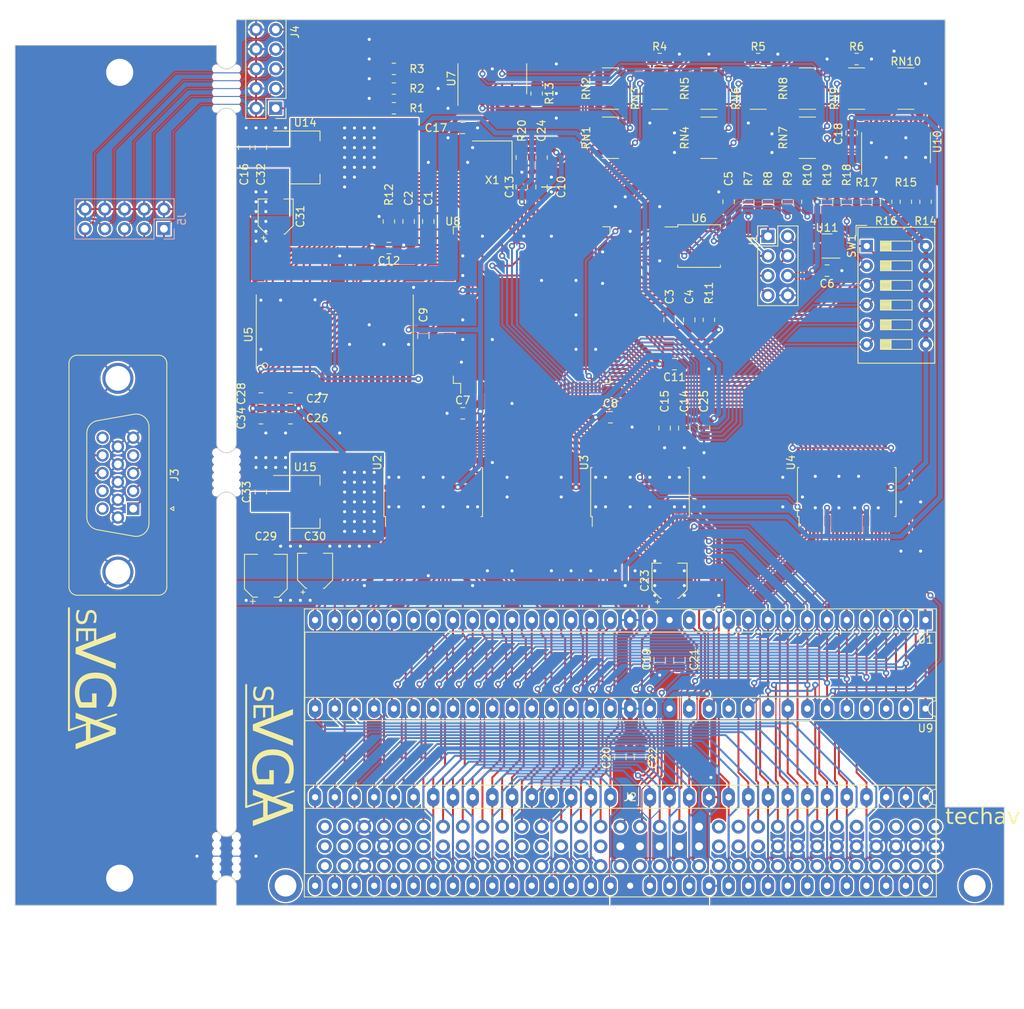
<source format=kicad_pcb>
(kicad_pcb (version 20221018) (generator pcbnew)
  (title_block (title "SE-VGA") (company "techav"))
  (layers (0 "F.Cu" signal) (31 "B.Cu" signal) (34 "B.Paste" user) (35 "F.Paste" user) (36 "B.SilkS" user "B.Silkscreen") (37 "F.SilkS" user "F.Silkscreen") (38 "B.Mask" user) (39 "F.Mask" user) (44 "Edge.Cuts" user))
  (net 0 "")
  (net 1 "Net-(U8E-GNDPLL1)")
  (net 2 "Net-(U8E-VCCPLL1)")
  (net 3 "Net-(U8E-GNDPLL0)")
  (net 4 "Net-(U8E-VCCPLL0)")
  (net 5 "GND")
  (net 6 "+3V3")
  (net 7 "+1V2")
  (net 8 "+5V")
  (net 9 "/SPI_SS")
  (net 10 "/~{CDONE}")
  (net 11 "/SPI_SCK")
  (net 12 "/~{CRESET}")
  (net 13 "/SPI_SDI")
  (net 14 "/SPI_SDO")
  (net 15 "/Mac Interface/CPU-FC2")
  (net 16 "/Mac Interface/CPU-FC1")
  (net 17 "/Mac Interface/CPU-FC0")
  (net 18 "/Mac Interface/CPU-A1")
  (net 19 "/Mac Interface/CPU-A2")
  (net 20 "/Mac Interface/CPU-A3")
  (net 21 "/Mac Interface/CPU-A4")
  (net 22 "/Mac Interface/CPU-A5")
  (net 23 "/Mac Interface/CPU-A6")
  (net 24 "/Mac Interface/CPU-A7")
  (net 25 "/Mac Interface/CPU-A8")
  (net 26 "/Mac Interface/CPU-A9")
  (net 27 "/Mac Interface/CPU-A10")
  (net 28 "/Mac Interface/CPU-A11")
  (net 29 "/Mac Interface/CPU-A12")
  (net 30 "/Mac Interface/CPU-A13")
  (net 31 "/Mac Interface/CPU-A14")
  (net 32 "/Mac Interface/CPU-A15")
  (net 33 "/Mac Interface/CPU-A16")
  (net 34 "/Mac Interface/CPU-A17")
  (net 35 "/Mac Interface/CPU-A18")
  (net 36 "/Mac Interface/CPU-A19")
  (net 37 "/Mac Interface/CPU-A20")
  (net 38 "/Mac Interface/CPU-A21")
  (net 39 "/Mac Interface/CPU-A22")
  (net 40 "/Mac Interface/CPU-A23")
  (net 41 "/Mac Interface/CPU-E")
  (net 42 "/Mac Interface/CPU-CLK")
  (net 45 "/Mac Interface/~{CPU-HALT}")
  (net 46 "/Mac Interface/~{CPU-IPL0}")
  (net 47 "/Mac Interface/~{CPU-IPL1}")
  (net 48 "/Mac Interface/~{CPU-IPL2}")
  (net 49 "/Mac Interface/~{CPU-BERR}")
  (net 56 "/Mac Interface/~{CPU-VPA}")
  (net 57 "/Mac Interface/~{CPU-VMA}")
  (net 58 "/Mac Interface/~{CPU-BR}")
  (net 59 "/Mac Interface/~{CPU-BGACK}")
  (net 60 "/Mac Interface/~{CPU-BG}")
  (net 61 "/~{CPU-DTACK}")
  (net 62 "/Mac Interface/CPU-R{slash}~{W}")
  (net 63 "/Mac Interface/~{CPU-LDS}")
  (net 64 "/Mac Interface/~{CPU-UDS}")
  (net 65 "/Mac Interface/~{CPU-AS}")
  (net 66 "/Mac Interface/~{CPU-RESET}")
  (net 67 "/Mac Interface/CPU-D0")
  (net 68 "/Mac Interface/CPU-D1")
  (net 69 "/Mac Interface/CPU-D2")
  (net 70 "/Mac Interface/CPU-D3")
  (net 71 "/Mac Interface/CPU-D4")
  (net 72 "/Mac Interface/CPU-D5")
  (net 73 "/Mac Interface/CPU-D6")
  (net 74 "/Mac Interface/CPU-D7")
  (net 75 "/Mac Interface/CPU-D8")
  (net 76 "/Mac Interface/CPU-D9")
  (net 77 "/Mac Interface/CPU-D10")
  (net 78 "/Mac Interface/CPU-D11")
  (net 79 "/Mac Interface/CPU-D12")
  (net 80 "/Mac Interface/CPU-D13")
  (net 81 "/Mac Interface/CPU-D14")
  (net 82 "/Mac Interface/CPU-D15")
  (net 84 "/VID-R-A")
  (net 85 "/VID-G-A")
  (net 86 "/VID-B-A")
  (net 90 "/VID-HSYNC")
  (net 91 "/VID-VSYNC")
  (net 93 "Net-(U7A-IN1_N)")
  (net 94 "Net-(U7C-IN3_N)")
  (net 95 "Net-(RN1B-R2.2)")
  (net 96 "Net-(RN4B-R2.2)")
  (net 97 "Net-(RN7B-R2.2)")
  (net 98 "Net-(U6-~{HOLD})")
  (net 99 "Net-(U6-~{WP})")
  (net 100 "/AUXSW")
  (net 101 "/MEMSEL2")
  (net 102 "/MEMSEL1")
  (net 103 "/MEMSEL0")
  (net 104 "/CBSEL1")
  (net 105 "/CBSEL0")
  (net 106 "Net-(X1-Tri-State)")
  (net 107 "/VID-R3")
  (net 108 "Net-(RN1A-R1.2)")
  (net 109 "/VID-R2")
  (net 110 "Net-(RN1C-R3.2)")
  (net 111 "Net-(RN1D-R4.2)")
  (net 112 "/VID-R1")
  (net 113 "Net-(RN2A-R1.2)")
  (net 114 "/VID-R0")
  (net 115 "Net-(RN2C-R3.2)")
  (net 116 "Net-(RN2D-R4.2)")
  (net 117 "Net-(RN2B-R2.2)")
  (net 118 "Net-(RN10A-R1.1)")
  (net 119 "/VID-G3")
  (net 120 "Net-(RN4A-R1.2)")
  (net 121 "/VID-G2")
  (net 122 "Net-(RN4C-R3.2)")
  (net 123 "Net-(RN4D-R4.2)")
  (net 124 "/VID-G1")
  (net 125 "Net-(RN5A-R1.2)")
  (net 126 "/VID-G0")
  (net 127 "Net-(RN5C-R3.2)")
  (net 128 "Net-(RN5D-R4.2)")
  (net 129 "Net-(RN5B-R2.2)")
  (net 130 "Net-(RN10B-R2.1)")
  (net 131 "/VID-B3")
  (net 132 "Net-(RN7A-R1.2)")
  (net 133 "/VID-B2")
  (net 134 "Net-(RN7C-R3.2)")
  (net 135 "Net-(RN7D-R4.2)")
  (net 136 "/VID-B1")
  (net 137 "Net-(RN8A-R1.2)")
  (net 138 "/VID-B0")
  (net 139 "Net-(RN8C-R3.2)")
  (net 140 "Net-(RN8D-R4.2)")
  (net 141 "Net-(RN8B-R2.2)")
  (net 142 "Net-(RN10C-R3.1)")
  (net 145 "/CPU3-A16")
  (net 146 "/CPU3-A15")
  (net 147 "/CPU3-A13")
  (net 148 "/CPU3-A14")
  (net 149 "/CPU3-A12")
  (net 150 "/CPU3-A11")
  (net 151 "/CPU3-A10")
  (net 152 "/CPU3-A9")
  (net 153 "/CPU3-A8")
  (net 154 "/CPU3-A7")
  (net 155 "/CPU3-A6")
  (net 156 "/CPU3-A5")
  (net 157 "/CPU3-A4")
  (net 158 "/CPU3-A3")
  (net 159 "/CPU3-A2")
  (net 160 "/CPU3-A1")
  (net 168 "/CPU3-R{slash}~{W}")
  (net 169 "/~{CPU3-LDS}")
  (net 170 "/~{CPU3-UDS}")
  (net 171 "/~{CPU3-AS}")
  (net 173 "/CPU3-A23")
  (net 174 "/CPU3-A22")
  (net 175 "/CPU3-A21")
  (net 176 "/CPU3-A20")
  (net 177 "/CPU3-A19")
  (net 178 "/CPU3-A18")
  (net 179 "/CPU3-A17")
  (net 180 "/~{CPU3-DEN}")
  (net 181 "/CPU3-D15")
  (net 182 "/CPU3-D14")
  (net 183 "/CPU3-D12")
  (net 184 "/CPU3-D13")
  (net 185 "/CPU3-D11")
  (net 186 "/CPU3-D10")
  (net 187 "/CPU3-D9")
  (net 188 "/CPU3-D8")
  (net 189 "/CPU3-D7")
  (net 190 "/CPU3-D6")
  (net 191 "/CPU3-D5")
  (net 192 "/CPU3-D4")
  (net 193 "/CPU3-D3")
  (net 194 "/CPU3-D2")
  (net 195 "/CPU3-D1")
  (net 196 "/CPU3-D0")
  (net 197 "/VRAM-D0")
  (net 198 "/VRAM-D1")
  (net 199 "/VRAM-D2")
  (net 200 "/VRAM-D3")
  (net 201 "/VRAM-D4")
  (net 202 "/VRAM-D5")
  (net 203 "/VRAM-D6")
  (net 204 "/VRAM-D7")
  (net 205 "/VRAM-LDQM")
  (net 206 "/~{VRAM-WE}")
  (net 207 "/~{VRAM-CAS}")
  (net 208 "/~{VRAM-RAS}")
  (net 209 "/~{VRAM-CS}")
  (net 210 "/VRAM-A11")
  (net 211 "/VRAM-A10")
  (net 212 "/VRAM-A0")
  (net 213 "/VRAM-A1")
  (net 214 "/VRAM-A2")
  (net 215 "/VRAM-A3")
  (net 216 "/VRAM-A4")
  (net 217 "/VRAM-A5")
  (net 218 "/VRAM-A6")
  (net 219 "/VRAM-A7")
  (net 220 "/VRAM-A8")
  (net 221 "/VRAM-A9")
  (net 223 "/VRAM-CKE")
  (net 224 "/VRAM-CLK")
  (net 225 "/VRAM-UDQM")
  (net 227 "/VRAM-D8")
  (net 228 "/VRAM-D9")
  (net 229 "/VRAM-D10")
  (net 230 "/VRAM-D11")
  (net 231 "/VRAM-D12")
  (net 232 "/VRAM-D13")
  (net 233 "/VRAM-D14")
  (net 234 "/VRAM-D15")
  (net 235 "/VID-HSYNC3")
  (net 236 "/VID-VSYNC3")
  (net 237 "/~{CPU3-DTACK}")
  (net 244 "/CLK-10M")
  (net 274 "Net-(U7D-IN4_N)")
  (net 275 "Net-(U7B-OUT2)")
  (footprint "Package_TO_SOT_SMD:SOT-223-3_TabPin2" (layer "F.Cu") (at 212.09 151.13)
    (fp_text reference "U15")
    (fp_text value "AZ1117IH-3.3TRG1")
  )
  (footprint "Capacitor_SMD:C_0805_2012Metric_Pad1.18x1.45mm_HandSolder" (layer "F.Cu") (at 259.715 133.35 180)
    (fp_text reference "C11")
    (fp_text value "4.7uF")
  )
  (footprint "SE-VGA:MouseBite" (layer "F.Cu") (at 201.93 147.32 90)
    (fp_text reference "REF**" hide)
    (fp_text value "MouseBite")
    (fp_arc (start -3.81 -1.27) (mid -2.54 0) (end -3.81 1.27) (stroke (width 0.12)) (layer "Edge.Cuts"))
    (fp_arc (start 3.81 1.27) (mid 2.54 0) (end 3.81 -1.27) (stroke (width 0.12)) (layer "Edge.Cuts"))
  )
  (footprint "Resistor_SMD:R_0805_2012Metric_Pad1.20x1.40mm_HandSolder" (layer "F.Cu") (at 223.52 95.25 180)
    (fp_text reference "R3")
    (fp_text value "75R")
  )
  (footprint "Resistor_SMD:R_0805_2012Metric_Pad1.20x1.40mm_HandSolder" (layer "F.Cu") (at 271.78 112.395 90)
    (fp_text reference "R8")
    (fp_text value "10K")
  )
  (footprint "Capacitor_SMD:C_0805_2012Metric_Pad1.18x1.45mm_HandSolder" (layer "F.Cu") (at 282.575 103.505 90)
    (fp_text reference "C18")
    (fp_text value "1uF")
  )
  (footprint "Capacitor_SMD:C_0805_2012Metric_Pad1.18x1.45mm_HandSolder" (layer "F.Cu") (at 206.375 137.795 180)
    (fp_text reference "C28")
    (fp_text value "1uF")
  )
  (footprint "Capacitor_SMD:CP_Elec_4x5.3" (layer "F.Cu") (at 259.08 161.29 90)
    (fp_text reference "C23")
    (fp_text value "10uF")
  )
  (footprint "Resistor_SMD:R_0805_2012Metric_Pad1.20x1.40mm_HandSolder" (layer "F.Cu") (at 292.1 112.395 -90)
    (fp_text reference "R14")
    (fp_text value "10K")
  )
  (footprint "Capacitor_SMD:C_0805_2012Metric_Pad1.18x1.45mm_HandSolder" (layer "F.Cu") (at 225.425 114.935 -90)
    (fp_text reference "C2")
    (fp_text value "4.7uF")
  )
  (footprint "Resistor_SMD:R_0805_2012Metric_Pad1.20x1.40mm_HandSolder" (layer "F.Cu") (at 223.52 97.79 180)
    (fp_text reference "R2")
    (fp_text value "75R")
  )
  (footprint "SE-VGA:DIN41612-32ABC" (layer "F.Cu") (at 254 200.66)
    (fp_text reference "J2")
    (fp_text value "650946-5")
  )
  (footprint "Capacitor_SMD:C_0805_2012Metric_Pad1.18x1.45mm_HandSolder" (layer "F.Cu") (at 263.525 141.605 90)
    (fp_text reference "C25")
    (fp_text value "4.7uF")
  )
  (footprint "Capacitor_SMD:CP_Elec_4x5.3" (layer "F.Cu") (at 213.36 160.02 90)
    (fp_text reference "C30")
    (fp_text value "10uF")
  )
  (footprint "Capacitor_SMD:C_0805_2012Metric_Pad1.18x1.45mm_HandSolder" (layer "F.Cu") (at 251.46 140.208 180)
    (fp_text reference "C8")
    (fp_text value "1uF")
  )
  (footprint "Package_SO:TSSOP-48_6.1x12.5mm_P0.5mm" (layer "F.Cu") (at 228.6 149.86 90)
    (fp_text reference "U2")
    (fp_text value "SN74LVCH16T245")
  )
  (footprint "SE-VGA:MouseBite" (layer "F.Cu") (at 201.93 97.79 90)
    (fp_text reference "REF**" hide)
    (fp_text value "MouseBite")
    (fp_arc (start -3.81 -1.27) (mid -2.54 0) (end -3.81 1.27) (stroke (width 0.12)) (layer "Edge.Cuts"))
    (fp_arc (start 3.81 1.27) (mid 2.54 0) (end 3.81 -1.27) (stroke (width 0.12)) (layer "Edge.Cuts"))
  )
  (footprint "Connector_PinHeader_2.54mm:PinHeader_2x04_P2.54mm_Vertical" (layer "F.Cu") (at 271.775 116.85)
    (fp_text reference "J1")
    (fp_text value "PGM")
  )
  (footprint "Package_TO_SOT_SMD:SOT-23" (layer "F.Cu") (at 279.4 118.11 180)
    (fp_text reference "U11")
    (fp_text value "APX803S00-29SA-7")
  )
  (footprint "Capacitor_SMD:CP_Elec_5x5.4" (layer "F.Cu") (at 207.01 160.655 90)
    (fp_text reference "C29")
    (fp_text value "100uF")
  )
  (footprint "Capacitor_SMD:C_0805_2012Metric_Pad1.18x1.45mm_HandSolder" (layer "F.Cu") (at 206.375 105.41 -90)
    (fp_text reference "C32")
    (fp_text value "4.7uF")
  )
  (footprint "Resistor_SMD:R_0805_2012Metric_Pad1.20x1.40mm_HandSolder" (layer "F.Cu") (at 281.94 112.395 -90)
    (fp_text reference "R18")
    (fp_text value "10K")
  )
  (footprint "Package_TO_SOT_SMD:SOT-223-3_TabPin2" (layer "F.Cu") (at 212.09 106.68)
    (fp_text reference "U14")
    (fp_text value "AZ1117IH-1.2TRG1")
  )
  (footprint "Capacitor_SMD:C_0805_2012Metric_Pad1.18x1.45mm_HandSolder" (layer "F.Cu") (at 242.57 110.49 -90)
    (fp_text reference "C10")
    (fp_text value "1uF")
  )
  (footprint "Connector_PinHeader_2.54mm:PinHeader_2x05_P2.54mm_Vertical" (layer "F.Cu") (at 208.285 100.325 180)
    (fp_text reference "J4")
    (fp_text value "Conn_02x05_Odd_Even")
  )
  (footprint "Package_DIP:DIP-64_W22.86mm_Socket_LongPads" (layer "F.Cu") (at 292.105 177.805 -90)
    (fp_text reference "U9")
    (fp_text value "68000-BOARD")
  )
  (footprint "Resistor_SMD:R_0805_2012Metric_Pad1.20x1.40mm_HandSolder" (layer "F.Cu") (at 269.24 112.395 90)
    (fp_text reference "R7")
    (fp_text value "10K")
  )
  (footprint "Capacitor_SMD:C_0805_2012Metric_Pad1.18x1.45mm_HandSolder" (layer "F.Cu") (at 266.7 112.395 -90)
    (fp_text reference "C5")
    (fp_text value "1uF")
  )
  (footprint "Capacitor_SMD:C_0805_2012Metric_Pad1.18x1.45mm_HandSolder" (layer "F.Cu") (at 227.965 114.935 -90)
    (fp_text reference "C1")
    (fp_text value "1uF")
  )
  (footprint "Resistor_SMD:R_Array_Convex_4x1206" (layer "F.Cu") (at 257.81 97.79)
    (fp_text reference "RN3")
    (fp_text value "CAY16-1500F4LF")
  )
  (footprint "Resistor_SMD:R_0805_2012Metric_Pad1.20x1.40mm_HandSolder" (layer "F.Cu") (at 283.21 93.98 180)
    (fp_text reference "R6")
    (fp_text value "75R")
  )
  (footprint "Capacitor_SMD:C_0805_2012Metric_Pad1.18x1.45mm_HandSolder" (layer "F.Cu") (at 279.4 121.285 180)
    (fp_text reference "C6")
    (fp_text value "1uF")
  )
  (footprint "Capacitor_SMD:C_0805_2012Metric_Pad1.18x1.45mm_HandSolder" (layer "F.Cu") (at 210.185 137.795)
    (fp_text reference "C27")
    (fp_text value "1uF")
  )
  (footprint "Capacitor_SMD:C_0805_2012Metric_Pad1.18x1.45mm_HandSolder" (layer "F.Cu") (at 232.41 139.7)
    (fp_text reference "C7")
    (fp_text value "1uF")
  )
  (footprint "Resistor_SMD:R_Array_Convex_4x1206" (layer "F.Cu") (at 270.51 97.79)
    (fp_text reference "RN6")
    (fp_text value "CAY16-1500F4LF")
  )
  (footprint "Capacitor_SMD:C_0805_2012Metric_Pad1.18x1.45mm_HandSolder" (layer "F.Cu") (at 260.985 141.605 90)
    (fp_text reference "C14")
    (fp_text value "1uF")
  )
  (footprint "Resistor_SMD:R_Array_Convex_4x1206" (layer "F.Cu") (at 264.16 104.14)
    (fp_text reference "RN4")
    (fp_text value "CAY16-1500F4LF")
  )
  (footprint "Package_SO:SOIC-14_3.9x8.7mm_P1.27mm" (layer "F.Cu") (at 288.29 105.41 90)
    (fp_text reference "U10")
    (fp_text value "74HCT125D")
  )
  (footprint "SE-VGA:TSOP2-50" (layer "F.Cu") (at 215.9 129.54)
    (fp_text reference "U5")
    (fp_text value "IS42S16100H")
  )
  (footprint "Resistor_SMD:R_0805_2012Metric_Pad1.20x1.40mm_HandSolder" (layer "F.Cu") (at 287.02 112.395 -90)
    (fp_text reference "R16")
    (fp_text value "10K")
  )
  (footprint "Package_SO:TSSOP-48_6.1x12.5mm_P0.5mm" (layer "F.Cu") (at 255.27 149.86 90)
    (fp_text reference "U3")
    (fp_text value "SN74LVCH16T245")
  )
  (footprint "Capacitor_SMD:C_0805_2012Metric_Pad1.18x1.45mm_HandSolder" (layer "F.Cu") (at 227.33 129.794 90)
    (fp_text reference "C9")
    (fp_text value "1uF")
  )
  (footprint "Capacitor_SMD:C_0805_2012Metric_Pad1.18x1.45mm_HandSolder" (layer "F.Cu") (at 222.885 118.364)
    (fp_text reference "C12")
    (fp_text value "4.7uF")
  )
  (footprint "Capacitor_SMD:C_0805_2012Metric_Pad1.18x1.45mm_HandSolder" (layer "F.Cu") (at 240.03 110.49 -90)
    (fp_text reference "C13")
    (fp_text value "1uF")
  )
  (footprint "Resistor_SMD:R_0805_2012Metric_Pad1.20x1.40mm_HandSolder" (layer "F.Cu") (at 279.4 112.395 -90)
    (fp_text reference "R19")
    (fp_text value "10K")
  )
  (footprint "Capacitor_SMD:C_0805_2012Metric_Pad1.18x1.45mm_HandSolder" (layer "F.Cu") (at 257.81 171.45 90)
    (fp_text reference "C19")
    (fp_text value "1uF")
  )
  (footprint "Capacitor_SMD:C_0805_2012Metric_Pad1.18x1.45mm_HandSolder" (layer "F.Cu") (at 261.62 127.635 90)
    (fp_text reference "C4")
    (fp_text value "4.7uF")
  )
  (footprint "Package_DIP:DIP-64_W22.86mm_Socket_LongPads" (layer "F.Cu") (at 292.105 166.375 -90)
    (fp_text reference "U1")
    (fp_text value "68000-CPU")
  )
  (footprint "Capacitor_SMD:C_0805_2012Metric_Pad1.18x1.45mm_HandSolder" (layer "F.Cu") (at 260.35 171.45 90)
    (fp_text reference "C21")
    (fp_text value "4.7uF")
  )
  (footprint "Resistor_SMD:R_Array_Convex_4x1206" (layer "F.Cu") (at 289.56 97.79)
    (fp_text reference "RN10")
    (fp_text value "CAY16-1500F4LF")
  )
  (footprint "Resistor_SMD:R_0805_2012Metric_Pad1.20x1.40mm_HandSolder" (layer "F.Cu") (at 264.16 127.635 -90)
    (fp_text reference "R11")
    (fp_text value "100")
  )
  (footprint "Package_SO:TSSOP-48_6.1x12.5mm_P0.5mm" (layer "F.Cu") (at 281.94 149.86 90)
    (fp_text reference "U4")
    (fp_text value "SN74LVCH16T245")
  )
  (footprint "Resistor_SMD:R_Array_Convex_4x1206" (layer "F.Cu") (at 264.16 97.79)
    (fp_text reference "RN5")
    (fp_text value "CAY16-1500F4LF")
  )
  (footprint "Capacitor_SMD:CP_Elec_4x5.3" (layer "F.Cu") (at 208.28 114.3 90)
    (fp_text reference "C31")
    (fp_text value "10uF")
  )
  (footprint "Oscillator:Oscillator_SMD_Abracon_ASE-4Pin_3.2x2.5mm_HandSoldering" (layer "F.Cu") (at 236.22 106.68 180)
    (fp_text reference "X1")
    (fp_text value "ECS-2333-100-BN-TR")
  )
  (footprint "Capacitor_SMD:C_0805_2012Metric_Pad1.18x1.45mm_HandSolder" (layer "F.Cu") (at 258.445 141.605 90)
    (fp_text reference "C15")
    (fp_text value "1uF")
  )
  (footprint "Connector_Dsub:DSUB-15-HD_Female_Vertical_P2.29x1.98mm_MountingHoles" (layer "F.Cu") (at 189.905331 152 -90)
    (fp_text reference "J3")
    (fp_text value "DE15_Receptacle_HighDensity_MountingHoles")
  )
  (footprint "Resistor_SMD:R_0805_2012Metric_Pad1.20x1.40mm_HandSolder" (layer "F.Cu") (at 257.81 93.98 180)
    (fp_text reference "R4")
    (fp_text value "75R")
  )
  (footprint "Resistor_SMD:R_0805_2012Metric_Pad1.20x1.40mm_HandSolder" (layer "F.Cu") (at 223.52 100.33 180)
    (fp_text reference "R1")
    (fp_text value "75R")
  )
  (footprint "Capacitor_SMD:C_0805_2012Metric_Pad1.18x1.45mm_HandSolder" (layer "F.Cu") (at 206.375 149.86 -90)
    (fp_text reference "C33")
    (fp_text value "4.7uF")
  )
  (footprint "Resistor_SMD:R_0805_2012Metric_Pad1.20x1.40mm_HandSolder" (layer "F.Cu") (at 284.48 112.395 -90)
    (fp_text reference "R17")
    (fp_text value "10K")
  )
  (footprint "Resistor_SMD:R_Array_Convex_4x1206" (layer "F.Cu") (at 251.46 104.14)
    (fp_text reference "RN1")
    (fp_text value "CAY16-1500F4LF")
  )
  (footprint "Capacitor_SMD:C_0805_2012Metric_Pad1.18x1.45mm_HandSolder" (layer "F.Cu") (at 240.03 106.68 -90)
    (fp_text reference "C24")
    (fp_text value "1uF")
  )
  (footprint "SE-VGA:MouseBite" (layer "F.Cu") (at 201.93 196.85 90)
    (fp_text reference "REF**" hide)
    (fp_text value "MouseBite")
    (fp_arc (start -3.81 -1.27) (mid -2.54 0) (end -3.81 1.27) (stroke (width 0.12)) (layer "Edge.Cuts"))
    (fp_arc (start 3.81 1.27) (mid 2.54 0) (end 3.81 -1.27) (stroke (width 0.12)) (layer "Edge.Cuts"))
  )
  (footprint "Resistor_SMD:R_Array_Convex_4x1206" (layer "F.Cu") (at 251.46 97.79)
    (fp_text reference "RN2")
    (fp_text value "CAY16-1500F4LF")
  )
  (footprint "Resistor_SMD:R_0805_2012Metric_Pad1.20x1.40mm_HandSolder" (layer "F.Cu") (at 241.935 98.425 -90)
    (fp_text reference "R13")
    (fp_text value "75R")
  )
  (footprint "Package_QFP:TQFP-144_20x20mm_P0.5mm" (layer "F.Cu") (at 241.3 125.73 90)
    (fp_text reference "U8")
    (fp_text value "ICE40HX4K-TQ144")
  )
  (footprint "Package_SO:SOIC-14_3.9x8.7mm_P1.27mm" (layer "F.Cu") (at 236.22 96.52 90)
    (fp_text reference "U7")
    (fp_text value "ADA4891-4")
  )
  (footprint "Resistor_SMD:R_0805_2012Metric_Pad1.20x1.40mm_HandSolder" (layer "F.Cu") (at 242.57 106.68 90)
    (fp_text reference "R20")
    (fp_text value "10K")
  )
  (footprint "Capacitor_SMD:C_0805_2012Metric_Pad1.18x1.45mm_HandSolder" (layer "F.Cu") (at 232.41 102.87 180)
    (fp_text reference "C17")
    (fp_text value "1uF")
  )
  (footprint "Capacitor_SMD:C_0805_2012Metric_Pad1.18x1.45mm_HandSolder" (layer "F.Cu") (at 252.73 184.15 -90)
    (fp_text reference "C20")
    (fp_text value "1uF")
  )
  (footprint "Capacitor_SMD:C_0805_2012Metric_Pad1.18x1.45mm_HandSolder" (layer "F.Cu") (at 210.185 140.335)
    (fp_text reference "C26")
    (fp_text value "4.7uF")
  )
  (footprint "Resistor_SMD:R_Array_Convex_4x1206" (layer "F.Cu") (at 276.86 104.14)
    (fp_text reference "RN7")
    (fp_text value "CAY16-1500F4LF")
  )
  (footprint "Package_SO:SOIC-8_5.275x5.275mm_P1.27mm" (layer "F.Cu") (at 262.89 118.11)
    (fp_text reference "U6")
    (fp_text value "W25Q80DVSNIG")
  )
  (footprint "Resistor_SMD:R_Array_Convex_4x1206" (layer "F.Cu") (at 276.86 97.79)
    (fp_text reference "RN8")
    (fp_text value "CAY16-1500F4LF")
  )
  (footprint "Button_Switch_THT:SW_DIP_SPSTx06_Slide_9.78x17.42mm_W7.62mm_P2.54mm" (layer "F.Cu") (at 284.5225 118.11)
    (fp_text reference "SW1")
    (fp_text value "SW_DIP_x06")
  )
  (footprint "Resistor_SMD:R_0805_2012Metric_Pad1.20x1.40mm_HandSolder" (layer "F.Cu") (at 222.885 114.935 90)
    (fp_text reference "R12")
    (fp_text value "100")
  )
  (footprint "Capacitor_SMD:C_0805_2012Metric_Pad1.18x1.45mm_HandSolder" (layer "F.Cu") (at 204.216 105.41 -90)
    (fp_text reference "C16")
    (fp_text value "1uF")
  )
  (footprint "Resistor_SMD:R_Array_Convex_4x1206" (layer "F.Cu") (at 283.21 97.79)
    (fp_text reference "RN9")
    (fp_text value "CAY16-1500F4LF")
  )
  (footprint "Resistor_SMD:R_0805_2012Metric_Pad1.20x1.40mm_HandSolder" (layer "F.Cu") (at 276.86 112.395 90)
    (fp_text reference "R10")
    (fp_text value "10K")
  )
  (footprint "Resistor_SMD:R_0805_2012Metric_Pad1.20x1.40mm_HandSolder" (layer "F.Cu") (at 270.51 93.98 180)
    (fp_text reference "R5")
    (fp_text value "75R")
  )
  (footprint "Resistor_SMD:R_0805_2012Metric_Pad1.20x1.40mm_HandSolder" (layer "F.Cu") (at 274.32 112.395 90)
    (fp_text reference "R9")
    (fp_text value "10K")
  )
  (footprint "Capacitor_SMD:C_0805_2012Metric_Pad1.18x1.45mm_HandSolder" (layer "F.Cu") (at 206.375 140.335 180)
    (fp_text reference "C34")
    (fp_text value "4.7uF")
  )
  (footprint "Resistor_SMD:R_0805_2012Metric_Pad1.20x1.40mm_HandSolder" (layer "F.Cu") (at 289.56 112.395 -90)
    (fp_text reference "R15")
    (fp_text value "10K")
  )
  (footprint "Capacitor_SMD:C_0805_2012Metric_Pad1.18x1.45mm_HandSolder" (layer "F.Cu") (at 255.27 184.15 -90)
    (fp_text reference "C22")
    (fp_text value "4.7uF")
  )
  (footprint "Capacitor_SMD:C_0805_2012Metric_Pad1.18x1.45mm_HandSolder" (layer "F.Cu") (at 259.08 127.635 90)
    (fp_text reference "C3")
    (fp_text value "1uF")
  )
  (footprint "Connector_PinHeader_2.54mm:PinHeader_2x05_P2.54mm_Vertical" (layer "B.Cu") (at 193.859999 115.88 90)
    (fp_text reference "J5")
    (fp_text value "Conn_02x05_Odd_Even")
  )
  (gr_line (start 204.47 190.5) (end 210.566 188.468) (stroke (width 0.254)) (layer "F.SilkS"))
  (gr_line (start 242.57 110.49) (end 244.348 110.49) (stroke (width 0.15)) (layer "F.SilkS"))
  (gr_line (start 204.47 174.752) (end 204.47 190.5) (stroke (width 0.254)) (layer "F.SilkS"))
  (gr_line (start 181.61 164.846) (end 181.61 180.594) (stroke (width 0.254)) (layer "F.SilkS"))
  (gr_line (start 181.61 180.594) (end 187.706 178.562) (stroke (width 0.254)) (layer "F.SilkS"))
  (gr_line (start 203.2 151.13) (end 203.2 193.04) (stroke (width 0.1)) (layer "Edge.Cuts"))
  (gr_line (start 200.66 92.2) (end 200.66 93.98) (stroke (width 0.1)) (layer "Edge.Cuts"))
  (gr_line (start 203.2 203.2) (end 302.26 203.2) (stroke (width 0.1)) (layer "Edge.Cuts"))
  (gr_line (start 200.66 203.2) (end 200.66 200.66) (stroke (width 0.1)) (layer "Edge.Cuts"))
  (gr_line (start 294.64 190.5) (end 294.64 88.9) (stroke (width 0.1)) (layer "Edge.Cuts"))
  (gr_line (start 174.66 92.2) (end 174.66 203.2) (stroke (width 0.1)) (layer "Edge.Cuts"))
  (gr_line (start 294.64 88.9) (end 203.2 88.9) (stroke (width 0.1)) (layer "Edge.Cuts"))
  (gr_line (start 200.66 92.2) (end 174.66 92.2) (stroke (width 0.1)) (layer "Edge.Cuts"))
  (gr_line (start 203.2 101.6) (end 203.2 143.51) (stroke (width 0.1)) (layer "Edge.Cuts"))
  (gr_line (start 302.26 203.2) (end 302.26 190.5) (stroke (width 0.1)) (layer "Edge.Cuts"))
  (gr_line (start 302.26 190.5) (end 294.64 190.5) (stroke (width 0.1)) (layer "Edge.Cuts"))
  (gr_line (start 200.66 193.04) (end 200.66 151.13) (stroke (width 0.1)) (layer "Edge.Cuts"))
  (gr_line (start 174.66 203.2) (end 200.66 203.2) (stroke (width 0.1)) (layer "Edge.Cuts"))
  (gr_line (start 200.66 143.51) (end 200.66 101.6) (stroke (width 0.1)) (layer "Edge.Cuts"))
  (gr_line (start 203.2 200.66) (end 203.2 203.2) (stroke (width 0.1)) (layer "Edge.Cuts"))
  (gr_line (start 203.2 93.98) (end 203.2 88.9) (stroke (width 0.1)) (layer "Edge.Cuts"))
  (gr_text "SE" (at 204.978 174.752 -90) (layer "F.SilkS") (effects (font (size 2.54 2.54)) (justify left bottom)))
  (gr_text "VGA" (at 204.47 177.8 -90) (layer "F.SilkS") (effects (font (size 5.08 5.08)) (justify left bottom)))
  (gr_text "SE" (at 182.118 164.846 -90) (layer "F.SilkS") (effects (font (size 2.54 2.54)) (justify left bottom)))
  (gr_text "VGA" (at 181.61 167.894 -90) (layer "F.SilkS") (effects (font (size 5.08 5.08)) (justify left bottom)))
  (gr_text "techav" (at 294.64 193.04) (layer "F.SilkS") (effects (font (size 2.032 2.032)) (justify left bottom)))
  (segment (start 232.795 125.98) (end 234.315 124.46) (width 0.254) (layer "F.Cu") (net 1))
  (segment (start 234.315 124.46) (end 234.315 118.745) (width 0.254) (layer "F.Cu") (net 1))
  (segment (start 234.315 118.745) (end 229.4675 113.8975) (width 0.254) (layer "F.Cu") (net 1))
  (segment (start 230.6375 125.98) (end 232.795 125.98) (width 0.254) (layer "F.Cu") (net 1))
  (segment (start 227.965 113.8975) (end 225.425 113.8975) (width 0.254) (layer "F.Cu") (net 1))
  (segment (start 229.4675 113.8975) (end 227.965 113.8975) (width 0.254) (layer "F.Cu") (net 1))
  (segment (start 222.9225 115.9725) (end 222.885 115.935) (width 0.254) (layer "F.Cu") (net 2))
  (segment (start 230.9075 115.9725) (end 227.965 115.9725) (width 0.254) (layer "F.Cu") (net 2))
  (segment (start 233.68 124.46) (end 233.68 118.745) (width 0.254) (layer "F.Cu") (net 2))
  (segment (start 232.66 125.48) (end 233.68 124.46) (width 0.254) (layer "F.Cu") (net 2))
  (segment (start 233.68 118.745) (end 230.9075 115.9725) (width 0.254) (layer "F.Cu") (net 2))
  (segment (start 230.6375 125.48) (end 232.66 125.48) (width 0.254) (layer "F.Cu") (net 2))
  (segment (start 225.425 115.9725) (end 222.9225 115.9725) (width 0.254) (layer "F.Cu") (net 2))
  (segment (start 227.965 115.9725) (end 225.425 115.9725) (width 0.254) (layer "F.Cu") (net 2))
  (segment (start 259.08 128.6725) (end 257.5775 128.6725) (width 0.254) (layer "F.Cu") (net 3))
  (segment (start 255.385 126.48) (end 251.9625 126.48) (width 0.254) (layer "F.Cu") (net 3))
  (segment (start 261.62 128.6725) (end 259.08 128.6725) (width 0.254) (layer "F.Cu") (net 3))
  (segment (start 257.5775 128.6725) (end 255.385 126.48) (width 0.254) (layer "F.Cu") (net 3))
  (segment (start 257.4075 126.5975) (end 259.08 126.5975) (width 0.254) (layer "F.Cu") (net 4))
  (segment (start 256.79 125.98) (end 257.4075 126.5975) (width 0.254) (layer "F.Cu") (net 4))
  (segment (start 261.62 126.5975) (end 264.1225 126.5975) (width 0.254) (layer "F.Cu") (net 4))
  (segment (start 251.9625 125.98) (end 256.79 125.98) (width 0.254) (layer "F.Cu") (net 4))
  (segment (start 264.1225 126.5975) (end 264.16 126.635) (width 0.254) (layer "F.Cu") (net 4))
  (segment (start 259.08 126.5975) (end 261.62 126.5975) (width 0.254) (layer "F.Cu") (net 4))
  (segment (start 232.85 153.5725) (end 232.85 151.96) (width 0.254) (layer "F.Cu") (net 5))
  (segment (start 285.75 111.395) (end 285.75 111.125) (width 0.635) (layer "F.Cu") (net 5))
  (segment (start 234.55 138.068) (end 233.9478 138.6702) (width 0.254) (layer "F.Cu") (net 5))
  (segment (start 252.984 175.768) (end 252.984 168.656) (width 0.635) (layer "F.Cu") (net 5))
  (segment (start 256.52 153.5725) (end 256.52 151.785) (width 0.254) (layer "F.Cu") (net 5))
  (segment (start 289.56 102.935) (end 289.56 104.14) (width 0.635) (layer "F.Cu") (net 5))
  (segment (start 238.55 137.585) (end 238.76 137.795) (width 0.254) (layer "F.Cu") (net 5))
  (segment (start 250.988 123.48) (end 250.444 122.936) (width 0.254) (layer "F.Cu") (net 5))
  (segment (start 225.844 123.66) (end 226.06 123.444) (width 0.635) (layer "F.Cu") (net 5))
  (segment (start 284.21 93.98) (end 285.1277 93.98) (width 0.635) (layer "F.Cu") (net 5))
  (segment (start 249.52 151.8) (end 249.555 151.765) (width 0.254) (layer "F.Cu") (net 5))
  (segment (start 254.254 141.478) (end 254.254 141.224) (width 0.635) (layer "F.Cu") (net 5))
  (segment (start 227.35 151.785) (end 227.33 151.765) (width 0.254) (layer "F.Cu") (net 5))
  (segment (start 206.3 125.02) (end 206.375 125.095) (width 0.635) (layer "F.Cu") (net 5))
  (segment (start 234.55 136.3925) (end 234.55 138.068) (width 0.254) (layer "F.Cu") (net 5))
  (segment (start 280.3375 121.185) (end 280.4375 121.285) (width 0.635) (layer "F.Cu") (net 5))
  (segment (start 254.005 181.859) (end 254 181.864) (width 0.635) (layer "F.Cu") (net 5))
  (segment (start 208.7 124.88) (end 208.915 125.095) (width 0.635) (layer "F.Cu") (net 5))
  (segment (start 236.1225 146.1475) (end 234.35 146.1475) (width 0.254) (layer "F.Cu") (net 5))
  (segment (start 277.69 146.1475) (end 277.69 147.642) (width 0.254) (layer "F.Cu") (net 5))
  (segment (start 277.69 152.078) (end 277.876 151.892) (width 0.254) (layer "F.Cu") (net 5))
  (segment (start 254.005 177.805) (end 254.005 181.859) (width 0.635) (layer "F.Cu") (net 5))
  (segment (start 222.85 146.1475) (end 222.85 147.92) (width 0.254) (layer "F.Cu") (net 5))
  (segment (start 208.7 123.66) (end 208.7 124.88) (width 0.635) (layer "F.Cu") (net 5))
  (segment (start 208.94 148.83) (end 206.3825 148.83) (width 0.635) (layer "F.Cu") (net 5))
  (segment (start 243.55 115.0675) (end 243.55 116.55) (width 0.254) (layer "F.Cu") (net 5))
  (segment (start 224.35 151.96) (end 224.155 151.765) (width 0.254) (layer "F.Cu") (net 5))
  (segment (start 255.27 183.1125) (end 254.4865 183.1125) (width 0.635) (layer "F.Cu") (net 5))
  (segment (start 251.02 147.76) (end 250.825 147.955) (width 0.254) (layer "F.Cu") (net 5))
  (segment (start 243.55 116.55) (end 243.84 116.84) (width 0.254) (layer "F.Cu") (net 5))
  (segment (start 227.35 153.5725) (end 227.35 151.785) (width 0.254) (layer "F.Cu") (net 5))
  (segment (start 227.35 147.935) (end 227.33 147.955) (width 0.254) (layer "F.Cu") (net 5))
  (segment (start 254.254 141.224) (end 253.238 140.208) (width 0.635) (layer "F.Cu") (net 5))
  (segment (start 257.81 173.482) (end 257.81 172.4875) (width 0.635) (layer "F.Cu") (net 5))
  (segment (start 260.35 172.4875) (end 257.81 172.4875) (width 0.635) (layer "F.Cu") (net 5))
  (segment (start 254.005 176.789) (end 252.984 175.768) (width 0.635) (layer "F.Cu") (net 5))
  (segment (start 233.4475 102.87) (end 234.315 102.87) (width 0.635) (layer "F.Cu") (net 5))
  (segment (start 227.4355 130.8315) (end 229.787 128.48) (width 0.254) (layer "F.Cu") (net 5))
  (segment (start 213.5 135.42) (end 213.5 136.665) (width 0.381) (layer "F.Cu") (net 5))
  (segment (start 259.52 147.515) (end 259.08 147.955) (width 0.254) (layer "F.Cu") (net 5))
  (segment (start 285.115 104.775) (end 282.8075 104.775) (width 0.635) (layer "F.Cu") (net 5))
  (segment (start 253.5135 183.1125) (end 252.73 183.1125) (width 0.635) (layer "F.Cu") (net 5))
  (segment (start 253.238 140.208) (end 253.1325 140.208) (width 0.635) (layer "F.Cu") (net 5))
  (segment (start 206.3825 148.83) (end 206.375 148.8225) (width 0.635) (layer "F.Cu") (net 5))
  (segment (start 286.19 152.078) (end 286.004 151.892) (width 0.254) (layer "F.Cu") (net 5))
  (segment (start 280.3375 119.06) (end 280.3375 121.185) (width 0.635) (layer "F.Cu") (net 5))
  (segment (start 286.19 153.5725) (end 286.19 152.078) (width 0.254) (layer "F.Cu") (net 5))
  (segment (start 292.075 97.13) (end 292.1 97.155) (width 0.254) (layer "F.Cu") (net 5))
  (segment (start 233.85 105.58) (end 233.68 105.41) (width 0.635) (layer "F.Cu") (net 5))
  (segment (start 235.05 116.74) (end 234.95 116.84) (width 0.254) (layer "F.Cu") (net 5))
  (segment (start 207.4125 140.335) (end 207.4125 141.8375) (width 0.635) (layer "F.Cu") (net 5))
  (segment (start 231.3725 138.9595) (end 231.3725 139.7) (width 0.254) (layer "F.Cu") (net 5))
  (segment (start 213.5 136.665) (end 213.995 137.16) (width 0.381) (layer "F.Cu") (net 5))
  (segment (start 258.81 93.98) (end 259.715 93.98) (width 0.635) (layer "F.Cu") (net 5))
  (segment (start 277.69 147.642) (end 277.876 147.828) (width 0.254) (layer "F.Cu") (net 5))
  (segment (start 265.6625 111.3575) (end 265.43 111.125) (width 0.635) (layer "F.Cu") (net 5))
  (segment (start 229.787 128.48) (end 230.6375 128.48) (width 0.254) (layer "F.Cu") (net 5))
  (segment (start 227.35 146.1475) (end 227.35 147.935) (width 0.254) (layer "F.Cu") (net 5))
  (segment (start 285.75 104.14) (end 285.115 104.775) (width 0.635) (layer "F.Cu") (net 5))
  (segment (start 254.4865 183.1125) (end 254 182.626) (width 0.635) (layer "F.Cu") (net 5))
  (segment (start 233.9478 138.6702) (end 231.6618 138.6702) (width 0.254) (layer "F.Cu") (net 5))
  (segment (start 251.9625 118.48) (end 250.836 118.48) (width 0.254) (layer "F.Cu") (net 5))
  (segment (start 224.35 153.5725) (end 224.35 151.96) (width 0.254) (layer "F.Cu") (net 5))
  (segment (start 256.52 147.935) (end 256.54 147.955) (width 0.254) (layer "F.Cu") (net 5))
  (segment (start 280.69 146.1475) (end 280.69 147.594) (width 0.254) (layer "F.Cu") (net 5))
  (segment (start 227.076 130.8315) (end 227.4355 130.8315) (width 0.254) (layer "F.Cu") (net 5))
  (segment (start 227.076 130.8315) (end 225.4465 130.8315) (width 0.635) (layer "F.Cu") (net 5))
  (segment (start 249.52 146.1475) (end 249.52 147.92) (width 0.254) (layer "F.Cu") (net 5))
  (segment (start 285.75 111.395) (end 287.02 111.395) (width 0.635) (layer "F.Cu") (net 5))
  (segment (start 229.85 153.5725) (end 229.85 151.785) (width 0.254) (layer "F.Cu") (net 5))
  (segment (start 266.7 111.3575) (end 265.6625 111.3575) (width 0.635) (layer "F.Cu") (net 5))
  (segment (start 283.19 146.1475) (end 283.19 147.554) (width 0.254) (layer "F.Cu") (net 5))
  (segment (start 256.52 151.785) (end 256.54 151.765) (width 0.254) (layer "F.Cu") (net 5))
  (segment (start 230.6375 132.48) (end 231.54 132.48) (width 0.254) (layer "F.Cu") (net 5))
  (segment (start 225.5 123.66) (end 225.844 123.66) (width 0.508) (layer "F.Cu") (net 5))
  (segment (start 222.85 153.5725) (end 222.85 151.8) (width 0.254) (layer "F.Cu") (net 5))
  (segment (start 208.7 136.31) (end 209.1475 136.7575) (width 0.381) (layer "F.Cu") (net 5))
  (segment (start 271.51 93.98) (end 272.415 93.98) (width 0.635) (layer "F.Cu") (net 5))
  (segment (start 252.984 168.656) (end 254.005 167.635) (width 0.635) (layer "F.Cu") (net 5))
  (segment (start 235.05 115.0675) (end 235.05 116.74) (width 0.254) (layer "F.Cu") (net 5))
  (segment (start 225.4465 130.8315) (end 225.425 130.81) (width 0.635) (layer "F.Cu") (net 5))
  (segment (start 254 181.864) (end 254 182.626) (width 0.635) (layer "F.Cu") (net 5))
  (segment (start 251.02 151.96) (end 250.825 151.765) (width 0.254) (layer "F.Cu") (net 5))
  (segment (start 259.52 153.5725) (end 259.52 151.96) (width 0.254) (layer "F.Cu") (net 5))
  (segment (start 220.726 118.364) (end 221.8475 118.364) (width 0.635) (layer "F.Cu") (net 5))
  (segment (start 287.02 107.885) (end 287.02 106.68) (width 0.635) (layer "F.Cu") (net 5))
  (segment (start 222.85 147.92) (end 222.885 147.955) (width 0.254) (layer "F.Cu") (net 5))
  (segment (start 263.525 133.35) (end 264.16 133.985) (width 0.635) (layer "F.Cu") (net 5))
  (segment (start 206.3 123.66) (end 206.3 125.02) (width 0.635) (layer "F.Cu") (net 5))
  (segment (start 238.55 136.3925) (end 238.55 137.585) (width 0.254) (layer "F.Cu") (net 5))
  (segment (start 249.52 153.5725) (end 249.52 151.8) (width 0.254) (layer "F.Cu") (net 5))
  (segment (start 229.85 151.785) (end 229.87 151.765) (width 0.254) (layer "F.Cu") (net 5))
  (segment (start 243.6075 109.4525) (end 243.84 109.22) (width 0.635) (layer "F.Cu") (net 5))
  (segment (start 222.85 151.8) (end 222.885 151.765) (width 0.254) (layer "F.Cu") (net 5))
  (segment (start 254.005 177.805) (end 254.005 176.789) (width 0.635) (layer "F.Cu") (net 5))
  (segment (start 260.35 147.955) (end 261.02 147.285) (width 0.254) (layer "F.Cu") (net 5))
  (segment (start 249.52 147.92) (end 249.555 147.955) (width 0.254) (layer "F.Cu") (net 5))
  (segment (start 259.52 151.96) (end 259.715 151.765) (width 0.254) (layer "F.Cu") (net 5))
  (segment (start 232.85 151.96) (end 233.045 151.765) (width 0.254) (layer "F.Cu") (net 5))
  (segment (start 207.4125 141.8375) (end 207.01 142.24) (width 0.635) (layer "F.Cu") (net 5))
  (segment (start 281.305 121.285) (end 280.4375 121.285) (width 0.635) (layer "F.Cu") (net 5))
  (segment (start 213.5 123.66) (end 213.5 124.9042) (width 0.635) (layer "F.Cu") (net 5))
  (segment (start 261.02 147.285) (end 261.02 146.1475) (width 0.254) (layer "F.Cu") (net 5))
  (segment (start 287.02 111.395) (end 289.56 111.395) (width 0.635) (layer "F.Cu") (net 5))
  (segment (start 259.29 120.015) (end 257.81 120.015) (width 0.635) (layer "F.Cu") (net 5))
  (segment (start 279.4 111.395) (end 281.94 111.395) (width 0.635) (layer "F.Cu") (net 5))
  (segment (start 236.22 146.05) (end 236.1225 146.1475) (width 0.254) (layer "F.Cu") (net 5))
  (segment (start 285.75 107.885) (end 287.02 107.885) (width 0.635) (layer "F.Cu") (net 5))
  (segment (start 259.52 146.1475) (end 259.52 147.515) (width 0.254) (layer "F.Cu") (net 5))
  (segment (start 242.57 109.4525) (end 243.6075 109.4525) (width 0.635) (layer "F.Cu") (net 5))
  (segment (start 231.54 132.48) (end 232.156 133.096) (width 0.254) (layer "F.Cu") (net 5))
  (segment (start 282.8075 104.775) (end 282.575 104.5425) (width 0.635) (layer "F.Cu") (net 5))
  (segment (start 254.02 146.1475) (end 254.02 147.935) (width 0.254) (layer "F.Cu") (net 5))
  (segment (start 254.02 151.785) (end 254 151.765) (width 0.254) (layer "F.Cu") (net 5))
  (segment (start 208.7 135.42) (end 208.7 136.31) (width 0.381) (layer "F.Cu") (net 5))
  (segment (start 272.415 93.98) (end 273.05 93.345) (width 0.635) (layer "F.Cu") (net 5))
  (segment (start 234.845 105.58) (end 233.85 105.58) (width 0.635) (layer "F.Cu") (net 5))
  (segment (start 254.005 167.635) (end 254.005 166.375) (width 0.635) (layer "F.Cu") (net 5))
  (segment (start 238.76 137.795) (end 238.76 138.43) (width 0.381) (layer "F.Cu") (net 5))
  (segment (start 231.6618 138.6702) (end 231.3725 138.9595) (width 0.254) (layer "F.Cu") (net 5))
  (segment (start 283.19 153.5725) (end 283.19 152.126) (width 0.254) (layer "F.Cu") (net 5))
  (segment (start 224.35 147.76) (end 224.155 147.955) (width 0.254) (layer "F.Cu") (net 5))
  (segment (start 251.02 153.5725) (end 251.02 151.96) (width 0.254) (layer "F.Cu") (net 5))
  (segment (start 251.9625 123.48) (end 250.988 123.48) (width 0.254) (layer "F.Cu") (net 5))
  (segment (start 239.05 137.505) (end 238.76 137.795) (width 0.254) (layer "F.Cu") (net 5))
  (segment (start 283.19 152.126) (end 282.956 151.892) (width 0.254) (layer "F.Cu") (net 5))
  (segment (start 209.1475 137.795) (end 209.1475 140.335) (width 0.635) (layer "F.Cu") (net 5))
  (segment (start 254 182.626) (end 253.5135 183.1125) (width 0.635) (layer "F.Cu") (net 5))
  (segment (start 234.35 153.5725) (end 234.35 151.8) (width 0.254) (layer "F.Cu") (net 5))
  (segment (start 284.48 111.395) (end 285.75 111.395) (width 0.635) (layer "F.Cu") (net 5))
  (segment (start 232.156 133.096) (end 232.2322 133.096) (width 0.254) (layer "F.Cu") (net 5))
  (segment (start 213.5 124.9042) (end 213.36 125.0442) (width 0.635) (layer "F.Cu") (net 5))
  (segment (start 261.02 151.8) (end 260.985 151.765) (width 0.254) (layer "F.Cu") (net 5))
  (segment (start 292.1 107.885) (end 292.1 106.68) (width 0.635) (layer "F.Cu") (net 5))
  (segment (start 229.85 147.935) (end 229.87 147.955) (width 0.254) (layer "F.Cu") (net 5))
  (segment (start 291.06 97.13) (end 292.075 97.13) (width 0.254) (layer "F.Cu") (net 5))
  (segment (start 259.715 93.98) (end 260.35 93.345) (width 0.635) (layer "F.Cu") (net 5))
  (segment (start 231.3725 139.7) (end 230.378 139.7) (width 0.254) (layer "F.Cu") (net 5))
  (segment (start 280.69 152.126) (end 280.924 151.892) (width 0.254) (layer "F.Cu") (net 5))
  (segment (start 256.52 146.1475) (end 256.52 147.935) (width 0.254) (layer "F.Cu") (net 5))
  (segment (start 234.35 151.8) (end 234.315 151.765) (width 0.254) (layer "F.Cu") (net 5))
  (segment (start 260.7525 133.35) (end 263.525 133.35) (width 0.635) (layer "F.Cu") (net 5))
  (segment (start 209.1475 136.7575) (end 209.1475 137.795) (width 0.381) (layer "F.Cu") (net 5))
  (segment (start 280.69 153.5725) (end 280.69 152.126) (width 0.254) (layer "F.Cu") (net 5))
  (segment (start 209.1475 141.8375) (end 209.55 142.24) (width 0.635) (layer "F.Cu") (net 5))
  (segment (start 229.85 146.1475) (end 229.85 147.935) (width 0.254) (layer "F.Cu") (net 5))
  (segment (start 250.836 118.48) (end 250.444 118.872) (width 0.254) (layer "F.Cu") (net 5))
  (segment (start 254.02 153.5725) (end 254.02 151.785) (width 0.254) (layer "F.Cu") (net 5))
  (segment (start 251.02 146.1475) (end 251.02 147.76) (width 0.254) (layer "F.Cu") (net 5))
  (segment (start 277.69 153.5725) (end 277.69 152.078) (width 0.254) (layer "F.Cu") (net 5))
  (segment (start 291.06 97.13) (end 291.06 95.79) (width 0.254) (layer "F.Cu") (net 5))
  (segment (start 240.03 109.4525) (end 240.03 108.585) (width 0.635) (layer "F.Cu") (net 5))
  (segment (start 289.56 107.885) (end 289.56 106.68) (width 0.635) (layer "F.Cu") (net 5))
  (segment (start 261.02 153.5725) (end 261.02 151.8) (width 0.254) (layer "F.Cu") (net 5))
  (segment (start 224.35 146.1475) (end 224.35 147.76) (width 0.254) (layer "F.Cu") (net 5))
  (segment (start 281.94 111.395) (end 284.48 111.395) (width 0.635) (layer "F.Cu") (net 5))
  (segment (start 209.1475 140.335) (end 209.1475 141.8375) (width 0.635) (layer "F.Cu") (net 5))
  (segment (start 207.4125 140.335) (end 207.4125 137.795) (width 0.635) (layer "F.Cu") (net 5))
  (segment (start 291.06 98.45) (end 291.06 97.13) (width 0.254) (layer "F.Cu") (net 5))
  (segment (start 289.56 111.395) (end 292.1 111.395) (width 0.635) (layer "F.Cu") (net 5))
  (segment (start 254.02 147.935) (end 254 147.955) (width 0.254) (layer "F.Cu") (net 5))
  (segment (start 236.22 94.045) (end 236.22 95.25) (width 0.508) (layer "F.Cu") (net 5))
  (segment (start 239.05 136.3925) (end 239.05 137.505) (width 0.254) (layer "F.Cu") (net 5))
  (segment (start 280.69 147.594) (end 280.924 147.828) (width 0.254) (layer "F.Cu") (net 5))
  (segment (start 285.75 102.935) (end 285.75 104.14) (width 0.635) (layer "F.Cu") (net 5))
  (segment (start 283.19 147.554) (end 283.464 147.828) (width 0.254) (layer "F.Cu") (net 5))
  (via (at 264.16 93.345) (size 0.8) (drill 0.4) (layers "F.Cu" "B.Cu") (net 5))
  (via (at 250.825 151.765) (size 0.8) (drill 0.4) (layers "F.Cu" "B.Cu") (net 5))
  (via (at 288.925 157.48) (size 0.8) (drill 0.4) (layers "F.Cu" "B.Cu") (net 5))
  (via (at 288.036 92.964) (size 0.8) (drill 0.4) (layers "F.Cu" "B.Cu") (net 5))
  (via (at 233.045 107.315) (size 0.8) (drill 0.4) (layers "F.Cu" "B.Cu") (net 5))
  (via (at 205.74 102.87) (size 0.8) (drill 0.4) (layers "F.Cu" "B.Cu") (net 5))
  (via (at 229.87 151.765) (size 0.8) (drill 0.4) (layers "F.Cu" "B.Cu") (net 5))
  (via (at 227.965 160.655) (size 0.8) (drill 0.4) (layers "F.Cu" "B.Cu") (net 5))
  (via (at 242.57 122.555) (size 0.8) (drill 0.4) (layers "F.Cu" "B.Cu") (net 5))
  (via (at 272.288 106.045) (size 0.8) (drill 0.4) (layers "F.Cu" "B.Cu") (net 5))
  (via (at 263.525 144.78) (size 0.8) (drill 0.4) (layers "F.Cu" "B.Cu") (net 5))
  (via (at 204.47 102.87) (size 0.8) (drill 0.4) (layers "F.Cu" "B.Cu") (net 5))
  (via (at 279.4 93.98) (size 0.8) (drill 0.4) (layers "F.Cu" "B.Cu") (net 5))
  (via (at 269.24 102.235) (size 0.8) (drill 0.4) (layers "F.Cu" "B.Cu") (net 5))
  (via (at 208.915 125.095) (size 0.8) (drill 0.4) (layers "F.Cu" "B.Cu") (net 5))
  (via (at 249.555 131.445) (size 0.8) (drill 0.4) (layers "F.Cu" "B.Cu") (net 5))
  (via (at 225.425 130.81) (size 0.8) (drill 0.4) (layers "F.Cu" "B.Cu") (net 5))
  (via (at 240.284 116.84) (size 0.8) (drill 0.4) (layers "F.Cu" "B.Cu") (net 5))
  (via (at 210.185 156.845) (size 0.8) (drill 0.4) (layers "F.Cu" "B.Cu") (net 5))
  (via (at 219.075 156.845) (size 0.8) (drill 0.4) (layers "F.Cu" "B.Cu") (net 5))
  (via (at 247.015 131.445) (size 0.8) (drill 0.4) (layers "F.Cu" "B.Cu") (net 5))
  (via (at 291.465 151.13) (size 0.8) (drill 0.4) (layers "F.Cu" "B.Cu") (net 5))
  (via (at 286.004 151.892) (size 0.8) (drill 0.4) (layers "F.Cu" "B.Cu") (net 5))
  (via (at 273.685 151.765) (size 0.8) (drill 0.4) (layers "F.Cu" "B.Cu") (net 5))
  (via (at 205.74 111.125) (size 0.8) (drill 0.4) (layers "F.Cu" "B.Cu") (net 5))
  (via (at 256.54 102.235) (size 0.8) (drill 0.4) (layers "F.Cu" "B.Cu") (net 5))
  (via (at 238.76 160.02) (size 0.8) (drill 0.4) (layers "F.Cu" "B.Cu") (net 5))
  (via (at 232.41 127.635) (size 0.8) (drill 0.4) (layers "F.Cu" "B.Cu") (net 5))
  (via (at 254 151.765) (size 0.8) (drill 0.4) (layers "F.Cu" "B.Cu") (net 5))
  (via (at 227.33 151.765) (size 0.8) (drill 0.4) (layers "F.Cu" "B.Cu") (net 5))
  (via (at 220.345 128.27) (size 0.8) (drill 0.4) (layers "F.Cu" "B.Cu") (net 5))
  (via (at 259.08 147.955) (size 0.8) (drill 0.4) (layers "F.Cu" "B.Cu") (net 5))
  (via (at 257.81 113.03) (size 0.8) (drill 0.4) (layers "F.Cu" "B.Cu") (net 5))
  (via (at 236.22 146.05) (size 0.8) (drill 0.4) (layers "F.Cu" "B.Cu") (net 5))
  (via (at 259.715 103.505) (size 0.8) (drill 0.4) (layers "F.Cu" "B.Cu") (net 5))
  (via (at 234.315 151.765) (size 0.8) (drill 0.4) (layers "F.Cu" "B.Cu") (net 5))
  (via (at 238.125 147.955) (size 0.8) (drill 0.4) (layers "F.Cu" "B.Cu") (net 5))
  (via (at 240.03 108.585) (size 0.8) (drill 0.4) (layers "F.Cu" "B.Cu") (net 5))
  (via (at 208.28 102.87) (size 0.8) (drill 0.4) (layers "F.Cu" "B.Cu") (net 5))
  (via (at 254.254 141.478) (size 0.8) (drill 0.4) (layers "F.Cu" "B.Cu") (net 5))
  (via (at 234.315 102.87) (size 0.8) (drill 0.4) (layers "F.Cu" "B.Cu") (net 5))
  (via (at 257.81 173.482) (size 0.8) (drill 0.4) (layers "F.Cu" "B.Cu") (net 5))
  (via (at 232.41 119.38) (size 0.8) (drill 0.4) (layers "F.Cu" "B.Cu") (net 5))
  (via (at 277.876 147.828) (size 0.8) (drill 0.4) (layers "F.Cu" "B.Cu") (net 5))
  (via (at 208.915 156.845) (size 0.8) (drill 0.4) (layers "F.Cu" "B.Cu") (net 5))
  (via (at 243.84 160.02) (size 0.8) (drill 0.4) (layers "F.Cu" "B.Cu") (net 5))
  (via (at 227.965 107.315) (size 0.8) (drill 0.4) (layers "F.Cu" "B.Cu") (net 5))
  (via (at 260.985 151.765) (size 0.8) (drill 0.4) (layers "F.Cu" "B.Cu") (net 5))
  (via (at 217.805 156.845) (size 0.8) (drill 0.4) (layers "F.Cu" "B.Cu") (net 5))
  (via (at 263.525 147.955) (size 0.8) (drill 0.4) (layers "F.Cu" "B.Cu") (net 5))
  (via (at 285.75 111.125) (size 0.8) (drill 0.4) (layers "F.Cu" "B.Cu") (net 5))
  (via (at 208.28 146.685) (size 0.8) (drill 0.4) (layers "F.Cu" "B.Cu") (net 5))
  (via (at 227.33 147.955) (size 0.8) (drill 0.4) (layers "F.Cu" "B.Cu") (net 5))
  (via (at 247.015 127) (size 0.8) (drill 0.4) (layers "F.Cu" "B.Cu") (net 5))
  (via (at 272.288 103.632) (size 0.8) (drill 0.4) (layers "F.Cu" "B.Cu") (net 5))
  (via (at 249.555 151.765) (size 0.8) (drill 0.4) (layers "F.Cu" "B.Cu") (net 5))
  (via (at 207.01 111.125) (size 0.8) (drill 0.4) (layers "F.Cu" "B.Cu") (net 5))
  (via (at 220.345 96.52) (size 0.8) (drill 0.4) (layers "F.Cu" "B.Cu") (net 5))
  (via (at 220.345 91.44) (size 0.8) (drill 0.4) (layers "F.Cu" "B.Cu") (net 5))
  (via (at 247.015 122.555) (size 0.8) (drill 0.4) (layers "F.Cu" "B.Cu") (net 5))
  (via (at 207.01 113.665) (size 0.8) (drill 0.4) (layers "F.Cu" "B.Cu") (net 5))
  (via (at 205.74 113.665) (size 0.8) (drill 0.4) (layers "F.Cu" "B.Cu") (net 5))
  (via (at 257.175 160.02) (size 0.8) (drill 0.4) (layers "F.Cu" "B.Cu") (net 5))
  (via (at 213.36 125.0442) (size 0.8) (drill 0.4) (layers "F.Cu" "B.Cu") (net 5))
  (via (at 259.715 106.045) (size 0.8) (drill 0.4) (layers "F.Cu" "B.Cu") (net 5))
  (via (at 230.505 100.33) (size 0.8) (drill 0.4) (layers "F.Cu" "B.Cu") (net 5))
  (via (at 232.2322 133.096) (size 0.8) (drill 0.4) (layers "F.Cu" "B.Cu") (net 5))
  (via (at 207.01 112.395) (size 0.8) (drill 0.4) (layers "F.Cu" "B.Cu") (net 5))
  (via (at 281.305 121.285) (size 0.8) (drill 0.4) (layers "F.Cu" "B.Cu") (net 5))
  (via (at 280.924 147.828) (size 0.8) (drill 0.4) (layers "F.Cu" "B.Cu") (net 5))
  (via (at 207.01 145.415) (size 0.8) (drill 0.4) (layers "F.Cu" "B.Cu") (net 5))
  (via (at 234.95 116.84) (size 0.8) (drill 0.4) (layers "F.Cu" "B.Cu") (net 5))
  (via (at 248.92 160.02) (size 0.8) (drill 0.4) (layers "F.Cu" "B.Cu") (net 5))
  (via (at 236.22 95.25) (size 0.8) (drill 0.4) (layers "F.Cu" "B.Cu") (net 5))
  (via (at 188.16 95.7) (size 4.5) (drill 3.5) (layers "F.Cu" "B.Cu") (net 5))
  (via (at 291.465 157.48) (size 0.8) (drill 0.4) (layers "F.Cu" "B.Cu") (net 5))
  (via (at 235.585 160.02) (size 0.8) (drill 0.4) (layers "F.Cu" "B.Cu") (net 5))
  (via (at 250.825 147.955) (size 0.8) (drill 0.4) (layers "F.Cu" "B.Cu") (net 5))
  (via (at 283.464 147.828) (size 0.8) (drill 0.4) (layers "F.Cu" "B.Cu") (net 5))
  (via (at 258.445 144.145) (size 0.8) (drill 0.4) (layers "F.Cu" "B.Cu") (net 5))
  (via (at 233.045 151.765) (size 0.8) (drill 0.4) (layers "F.Cu" "B.Cu") (net 5))
  (via (at 254.635 160.02) (size 0.8) (drill 0.4) (layers "F.Cu" "B.Cu") (net 5))
  (via (at 207.01 146.685) (size 0.8) (drill 0.4) (layers "F.Cu" "B.Cu") (net 5))
  (via (at 254 116.205) (size 0.8) (drill 0.4) (layers "F.Cu" "B.Cu") (net 5))
  (via (at 216.535 119.38) (size 0.8) (drill 0.4) (layers "F.Cu" "B.Cu") (net 5))
  (via (at 265.43 111.125) (size 0.8) (drill 0.4) (layers "F.Cu" "B.Cu") (net 5))
  (via (at 224.155 147.955) (size 0.8) (drill 0.4) (layers "F.Cu" "B.Cu") (net 5))
  (via (at 257.81 120.015) (size 0.8) (drill 0.4) (layers "F.Cu" "B.Cu") (net 5))
  (via (at 250.444 122.936) (size 0.8) (drill 0.4) (layers "F.Cu" "B.Cu") (net 5))
  (via (at 260.35 147.955) (size 0.8) (drill 0.4) (layers "F.Cu" "B.Cu") (net 5))
  (via (at 226.06 123.444) (size 0.8) (drill 0.4) (layers "F.Cu" "B.Cu") (net 5))
  (via (at 229.235 97.79) (size 0.8) (drill 0.4) (layers "F.Cu" "B.Cu") (net 5))
  (via (at 238.125 150.495) (size 0.8) (drill 0.4) (layers "F.Cu" "B.Cu") (net 5))
  (via (at 207.01 142.24) (size 0.8) (drill 0.4) (layers "F.Cu" "B.Cu") (net 5))
  (via (at 260.985 144.145) (size 0.8) (drill 0.4) (layers "F.Cu" "B.Cu") (net 5))
  (via (at 252.095 113.03) (size 0.8) (drill 0.4) (layers "F.Cu" "B.Cu") (net 5))
  (via (at 213.995 137.16) (size 0.8) (drill 0.4) (layers "F.Cu" "B.Cu") (net 5))
  (via (at 289.56 104.14) (size 0.8) (drill 0.4) (layers "F.Cu" "B.Cu") (net 5))
  (via (at 280.924 151.892) (size 0.8) (drill 0.4) (layers "F.Cu" "B.Cu") (net 5))
  (via (at 246.38 160.02) (size 0.8) (drill 0.4) (layers "F.Cu" "B.Cu") (net 5))
  (via (at 245.11 150.495) (size 0.8) (drill 0.4) (layers "F.Cu" "B.Cu") (net 5))
  (via (at 252.095 160.02) (size 0.8) (drill 0.4) (layers "F.Cu" "B.Cu") (net 5))
  (via (at 288.925 151.13) (size 0.8) (drill 0.4) (layers "F.Cu" "B.Cu") (net 5))
  (via (at 243.84 109.22) (size 0.8) (drill 0.4) (layers "F.Cu" "B.Cu") (net 5))
  (via (at 285.1277 93.98) (size 0.8) (drill 0.4) (layers "F.Cu" "B.Cu") (net 5))
  (via (at 222.885 147.955) (size 0.8) (drill 0.4) (layers "F.Cu" "B.Cu") (net 5))
  (via (at 220.345 93.98) (size 0.8) (drill 0.4) (layers "F.Cu" "B.Cu") (net 5))
  (via (at 209.55 102.87) (size 0.8) (drill 0.4) (layers "F.Cu" "B.Cu") (net 5))
  (via (at 273.05 93.345) (size 0.8) (drill 0.4) (layers "F.Cu" "B.Cu") (net 5))
  (via (at 220.345 99.06) (size 0.8) (drill 0.4) (layers "F.Cu" "B.Cu") (net 5))
  (via (at 253.365 111.76) (size 0.8) (drill 0.4) (layers "F.Cu" "B.Cu") (net 5))
  (via (at 209.55 146.685) (size 0.8) (drill 0.4) (layers "F.Cu" "B.Cu") (net 5))
  (via (at 216.535 142.24) (size 0.8) (drill 0.4) (layers "F.Cu" "B.Cu") (net 5))
  (via (at 260.35 93.345) (size 0.8) (drill 0.4) (layers "F.Cu" "B.Cu") (net 5))
  (via (at 205.74 112.395) (size 0.8) (drill 0.4) (layers "F.Cu" "B.Cu") (net 5))
  (via (at 243.84 116.84) (size 0.8) (drill 0.4) (layers "F.Cu" "B.Cu") (net 5))
  (via (at 244.475 94.615) (size 0.8) (drill 0.4) (layers "F.Cu" "B.Cu") (net 5))
  (via (at 220.345 156.845) (size 0.8) (drill 0.4) (layers "F.Cu" "B.Cu") (net 5))
  (via (at 249.555 147.955) (size 0.8) (drill 0.4) (layers "F.Cu" "B.Cu") (net 5))
  (via (at 276.225 150.495) (size 0.8) (drill 0.4) (layers "F.Cu" "B.Cu") (net 5))
  (via (at 205.74 145.415) (size 0.8) (drill 0.4) (layers "F.Cu" "B.Cu") (net 5))
  (via (at 232.41 130.175) (size 0.8) (drill 0.4) (layers "F.Cu" "B.Cu") (net 5))
  (via (at 224.155 151.765) (size 0.8) (drill 0.4) (layers "F.Cu" "B.Cu") (net 5))
  (via (at 211.455 156.845) (size 0.8) (drill 0.4) (layers "F.Cu" "B.Cu") (net 5))
  (via (at 209.55 142.24) (size 0.8) (drill 0.4) (layers "F.Cu" "B.Cu") (net 5))
  (via (at 229.87 147.955) (size 0.8) (drill 0.4) (layers "F.Cu" "B.Cu") (net 5))
  (via (at 282.956 151.892) (size 0.8) (drill 0.4) (layers "F.Cu" "B.Cu") (net 5))
  (via (at 277.876 151.892) (size 0.8) (drill 0.4) (layers "F.Cu" "B.Cu") (net 5))
  (via (at 254 147.955) (size 0.8) (drill 0.4) (layers "F.Cu" "B.Cu") (net 5))
  (via (at 256.54 151.765) (size 0.8) (drill 0.4) (layers "F.Cu" "B.Cu") (net 5))
  (via (at 289.56 106.68) (size 0.8) (drill 0.4) (layers "F.Cu" "B.Cu") (net 5))
  (via (at 259.715 151.765) (size 0.8) (drill 0.4) (layers "F.Cu" "B.Cu") (net 5))
  (via (at 216.535 156.845) (size 0.8) (drill 0.4) (layers "F.Cu" "B.Cu") (net 5))
  (via (at 207.01 102.87) (size 0.8) (drill 0.4) (layers "F.Cu" "B.Cu") (net 5))
  (via (at 188.16 199.7) (size 4.5) (drill 3.5) (layers "F.Cu" "B.Cu") (net 5))
  (via (at 264.414 186.69) (size 0.8) (drill 0.4) (layers "F.Cu" "B.Cu") (net 5))
  (via (at 222.885 151.765) (size 0.8) (drill 0.4) (layers "F.Cu" "B.Cu") (net 5))
  (via (at 208.28 145.415) (size 0.8) (drill 0.4) (layers "F.Cu" "B.Cu") (net 5))
  (via (at 256.54 147.955) (size 0.8) (drill 0.4) (layers "F.Cu" "B.Cu") (net 5))
  (via (at 198.12 196.85) (size 0.8) (drill 0.4) (layers "F.Cu" "B.Cu") (net 5))
  (via (at 285.115 104.775) (size 0.8) (drill 0.4) (layers "F.Cu" "B.Cu") (net 5))
  (via (at 205.74 146.685) (size 0.8) (drill 0.4) (layers "F.Cu" "B.Cu") (net 5))
  (via (at 232.41 121.92) (size 0.8) (drill 0.4) (layers "F.Cu" "B.Cu") (net 5))
  (via (at 230.378 139.7) (size 0.8) (drill 0.4) (layers "F.Cu" "B.Cu") (net 5))
  (via (at 220.726 118.364) (size 0.8) (drill 0.4) (layers "F.Cu" "B.Cu") (net 5))
  (via (at 205.74 196.85) (size 0.8) (drill 0.4) (layers "F.Cu" "B.Cu") (net 5))
  (via (at 206.375 131.445) (size 0.8) (drill 0.4) (layers "F.Cu" "B.Cu") (net 5))
  (via (at 233.68 105.41) (size 0.8) (drill 0.4) (layers "F.Cu" "B.Cu") (net 5))
  (via (at 244.475 98.425) (size 0.8) (drill 0.4) (layers "F.Cu" "B.Cu") (net 5))
  (via (at 292.1 97.155) (size 0.8) (drill 0.4) (layers "F.Cu" "B.Cu") (net 5))
  (via (at 260.985 160.02) (size 0.8) (drill 0.4) (layers "F.Cu" "B.Cu") (net 5))
  (via (at 244.475 101.6) (size 0.8) (drill 0.4) (layers "F.Cu" "B.Cu") (net 5))
  (via (at 206.375 125.095) (size 0.8) (drill 0.4) (layers "F.Cu" "B.Cu") (net 5))
  (via (at 287.02 106.68) (size 0.8) (drill 0.4) (layers "F.Cu" "B.Cu") (net 5))
  (via (at 217.805 130.81) (size 0.8) (drill 0.4) (layers "F.Cu" "B.Cu") (net 5))
  (via (at 250.444 118.872) (size 0.8) (drill 0.4) (layers "F.Cu" "B.Cu") (net 5))
  (via (at 273.685 147.955) (size 0.8) (drill 0.4) (layers "F.Cu" "B.Cu") (net 5))
  (via (at 257.175 158.75) (size 0.8) (drill 0.4) (layers "F.Cu" "B.Cu") (net 5))
  (via (at 292.1 106.68) (size 0.8) (drill 0.4) (layers "F.Cu" "B.Cu") (net 5))
  (via (at 236.22 130.175) (size 0.8) (drill 0.4) (layers "F.Cu" "B.Cu") (net 5))
  (via (at 238.76 138.43) (size 0.8) (drill 0.4) (layers "F.Cu" "B.Cu") (net 5))
  (via (at 209.55 145.415) (size 0.8) (drill 0.4) (layers "F.Cu" "B.Cu") (net 5))
  (via (at 245.11 147.955) (size 0.8) (drill 0.4) (layers "F.Cu" "B.Cu") (net 5))
  (via (at 222.25 130.81) (size 0.8) (drill 0.4) (layers "F.Cu" "B.Cu") (net 5))
  (via (at 263.525 151.765) (size 0.8) (drill 0.4) (layers "F.Cu" "B.Cu") (net 5))
  (via (at 215.265 156.845) (size 0.8) (drill 0.4) (layers "F.Cu" "B.Cu") (net 5))
  (via (at 264.16 133.985) (size 0.8) (drill 0.4) (layers "F.Cu" "B.Cu") (net 5))
  (segment (start 205.74 196.85) (end 198.12 196.85) (width 0.127) (layer "B.Cu") (net 5))
  (segment (start 234.95 118.11) (end 235.585 118.11) (width 0.254) (layer "F.Cu") (net 6))
  (segment (start 215.9 137.795) (end 215.265 138.43) (width 0.381) (layer "F.Cu") (net 6))
  (segment (start 242.57 111.5275) (end 243.4375 111.5275) (width 0.635) (layer "F.Cu") (net 6))
  (segment (start 234.315 118.11) (end 234.95 118.11) (width 0.254) (layer "F.Cu") (net 6))
  (segment (start 292.1425 118.11) (end 292.1425 120.65) (width 0.635) (layer "F.Cu") (net 6))
  (segment (start 231.14 149.225) (end 225.425 149.225) (width 0.635) (layer "F.Cu") (net 6))
  (segment (start 225.665 135.255) (end 225.5 135.42) (width 0.381) (layer "F.Cu") (net 6))
  (segment (start 250.21 124.48) (end 250.19 124.46) (width 0.254) (layer "F.Cu") (net 6))
  (segment (start 276.86 111.395) (end 274.32 111.395) (width 0.635) (layer "F.Cu") (net 6))
  (segment (start 234.442 139.7) (end 234.696 139.446) (width 0.254) (layer "F.Cu") (net 6))
  (segment (start 240.03 105.6425) (end 240.03 106.045) (width 0.254) (layer "F.Cu") (net 6))
  (segment (start 206.3 136.8325) (end 205.3375 137.795) (width 0.381) (layer "F.Cu") (net 6))
  (segment (start 269.24 111.395) (end 268.97 111.395) (width 0.635) (layer "F.Cu") (net 6))
  (segment (start 274.32 111.395) (end 271.78 111.395) (width 0.635) (layer "F.Cu") (net 6))
  (segment (start 211.1 137.6725) (end 211.2225 137.795) (width 0.381) (layer "F.Cu") (net 6))
  (segment (start 278.4625 121.185) (end 278.3625 121.285) (width 0.635) (layer "F.Cu") (net 6))
  (segment (start 233.4475 139.7) (end 234.442 139.7) (width 0.254) (layer "F.Cu") (net 6))
  (segment (start 277.495 121.285) (end 278.3625 121.285) (width 0.635) (layer "F.Cu") (net 6))
  (segment (start 211.2225 137.795) (end 211.2225 139.065) (width 0.635) (layer "F.Cu") (net 6))
  (segment (start 257.81 149.225) (end 263.525 149.225) (width 0.635) (layer "F.Cu") (net 6))
  (segment (start 231.35 146.1475) (end 231.35 149.015) (width 0.254) (layer "F.Cu") (net 6))
  (segment (start 206.3 135.42) (end 206.3 136.8325) (width 0.381) (layer "F.Cu") (net 6))
  (segment (start 231.35 149.015) (end 231.14 149.225) (width 0.254) (layer "F.Cu") (net 6))
  (segment (start 250.19 124.46) (end 250.19 129.54) (width 0.254) (layer "F.Cu") (net 6))
  (segment (start 230.6375 123.98) (end 232.255 123.98) (width 0.254) (layer "F.Cu") (net 6))
  (segment (start 227.076 128.7565) (end 225.5735 128.7565) (width 0.635) (layer "F.Cu") (net 6))
  (segment (start 257.81 133.35) (end 258.6775 133.35) (width 0.635) (layer "F.Cu") (net 6))
  (segment (start 230.6375 127.98) (end 229.144 127.98) (width 0.254) (layer "F.Cu") (net 6))
  (segment (start 211.1 135.42) (end 211.1 137.6725) (width 0.381) (layer "F.Cu") (net 6))
  (segment (start 258.02 149.015) (end 257.81 149.225) (width 0.254) (layer "F.Cu") (net 6))
  (segment (start 249.555 123.825) (end 249.555 118.11) (width 0.254) (layer "F.Cu") (net 6))
  (segment (start 283.972 148.844) (end 283.591 149.225) (width 0.635) (layer "F.Cu") (net 6))
  (segment (start 278.13 112.395) (end 277.13 111.395) (width 0.635) (layer "F.Cu") (net 6))
  (segment (start 238.295 107.78) (end 237.595 107.78) (width 0.254) (layer "F.Cu") (net 6))
  (segment (start 254.635 130.175) (end 254.44 129.98) (width 0.254) (layer "F.Cu") (net 6))
  (segment (start 235.05 136.3925) (end 235.05 139.092) (width 0.254) (layer "F.Cu") (net 6))
  (segment (start 215.265 138.43) (end 212.725 138.43) (width 0.381) (layer "F.Cu") (net 6))
  (segment (start 266.7 115.995) (end 266.49 116.205) (width 0.635) (layer "F.Cu") (net 6))
  (segment (start 242.05 112.0475) (end 242.57 111.5275) (width 0.254) (layer "F.Cu") (net 6))
  (segment (start 263.525 149.225) (end 278.765 149.225) (width 0.635) (layer "F.Cu") (net 6))
  (segment (start 234.95 121.285) (end 234.95 118.11) (width 0.254) (layer "F.Cu") (net 6))
  (segment (start 258.02 146.1475) (end 258.02 149.015) (width 0.254) (layer "F.Cu") (net 6))
  (segment (start 243.4375 111.5275) (end 243.84 111.125) (width 0.635) (layer "F.Cu") (net 6))
  (segment (start 235.585 121.92) (end 234.95 121.285) (width 0.254) (layer "F.Cu") (net 6))
  (segment (start 249.555 118.11) (end 250.685 116.98) (width 0.254) (layer "F.Cu") (net 6))
  (segment (start 292.1425 125.73) (end 292.1425 123.19) (width 0.635) (layer "F.Cu") (net 6))
  (segment (start 232.55 116.345) (end 234.315 118.11) (width 0.254) (layer "F.Cu") (net 6))
  (segment (start 231.775 149.225) (end 247.015 149.225) (width 0.635) (layer "F.Cu") (net 6))
  (segment (start 225.85 149.225) (end 225.425 149.225) (width 0.254) (layer "F.Cu") (net 6))
  (segment (start 240.03 105.6425) (end 242.5325 105.6425) (width 0.635) (layer "F.Cu") (net 6))
  (segment (start 292.1425 120.65) (end 292.1425 123.19) (width 0.635) (layer "F.Cu") (net 6))
  (segment (start 242.5325 105.6425) (end 242.57 105.68) (width 0.635) (layer "F.Cu") (net 6))
  (segment (start 214.63 125.73) (end 213.995 126.365) (width 0.381) (layer "F.Cu") (net 6))
  (segment (start 227.1815 128.651) (end 227.076 128.7565) (width 0.254) (layer "F.Cu") (net 6))
  (segment (start 247.015 149.225) (end 252.095 149.225) (width 0.635) (layer "F.Cu") (net 6))
  (segment (start 211.2225 139.065) (end 211.2225 140.335) (width 0.635) (layer "F.Cu") (net 6))
  (segment (start 247.05 136.3925) (end 247.05 138.338) (width 0.254) (layer "F.Cu") (net 6))
  (segment (start 242.05 119.9) (end 240.03 121.92) (width 0.254) (layer "F.Cu") (net 6))
  (segment (start 212.725 138.43) (end 212.09 137.795) (width 0.381) (layer "F.Cu") (net 6))
  (segment (start 225.5735 128.7565) (end 225.425 128.905) (width 0.635) (layer "F.Cu") (net 6))
  (segment (start 249.555 140.208) (end 248.92 140.208) (width 0.635) (layer "F.Cu") (net 6))
  (segment (start 236.55 115.0675) (end 236.55 117.145) (width 0.254) (layer "F.Cu") (net 6))
  (segment (start 250.19 129.54) (end 250.63 129.98) (width 0.254) (layer "F.Cu") (net 6))
  (segment (start 225.85 146.1475) (end 225.85 149.225) (width 0.254) (layer "F.Cu") (net 6))
  (segment (start 248.92 140.208) (end 248.412 139.7) (width 0.635) (layer "F.Cu") (net 6))
  (segment (start 215.9 124.46) (end 214.63 125.73) (width 0.381) (layer "F.Cu") (net 6))
  (segment (start 215.9 123.66) (end 215.9 124.46) (width 0.381) (layer "F.Cu") (net 6))
  (segment (start 287.655 149.225) (end 283.591 149.225) (width 0.635) (layer "F.Cu") (net 6))
  (segment (start 213.995 126.365) (end 212.09 126.365) (width 0.381) (layer "F.Cu") (net 6))
  (segment (start 252.095 149.225) (end 257.81 149.225) (width 0.635) (layer "F.Cu") (net 6))
  (segment (start 242.05 115.0675) (end 242.05 119.9) (width 0.254) (layer "F.Cu") (net 6))
  (segment (start 252.52 149.225) (end 252.095 149.225) (width 0.254) (layer "F.Cu") (net 6))
  (segment (start 283.591 149.225) (end 278.765 149.225) (width 0.635) (layer "F.Cu") (net 6))
  (segment (start 215.9 135.42) (end 215.9 137.795) (width 0.381) (layer "F.Cu") (net 6))
  (segment (start 247.05 138.338) (end 248.412 139.7) (width 0.254) (layer "F.Cu") (net 6))
  (segment (start 244.11 105.68) (end 244.475 106.045) (width 0.635) (layer "F.Cu") (net 6))
  (segment (start 250.19 124.46) (end 249.555 123.825) (width 0.254) (layer "F.Cu") (net 6))
  (segment (start 240.03 121.92) (end 235.585 121.92) (width 0.254) (layer "F.Cu") (net 6))
  (segment (start 221.615 149.225) (end 220.98 149.86) (width 0.635) (layer "F.Cu") (net 6))
  (segment (start 225.425 149.225) (end 221.615 149.225) (width 0.635) (layer "F.Cu") (net 6))
  (segment (start 206.3 135.42) (end 206.3 134.06) (width 0.381) (layer "F.Cu") (net 6))
  (segment (start 284.69 148.126) (end 284.69 146.1475) (width 0.254) (layer "F.Cu") (net 6))
  (segment (start 236.55 117.145) (end 235.585 118.11) (width 0.254) (layer "F.Cu") (net 6))
  (segment (start 242.57 105.68) (end 244.11 105.68) (width 0.635) (layer "F.Cu") (net 6))
  (segment (start 292.1425 128.27) (end 292.1425 125.73) (width 0.635) (layer "F.Cu") (net 6))
  (segment (start 283.972 148.844) (end 284.69 148.126) (width 0.254) (layer "F.Cu") (net 6))
  (segment (start 226.695 135.255) (end 225.665 135.255) (width 0.381) (layer "F.Cu") (net 6))
  (segment (start 229.144 127.98) (end 228.473 128.651) (width 0.254) (layer "F.Cu") (net 6))
  (segment (start 279.19 146.1475) (end 279.19 149.225) (width 0.254) (layer "F.Cu") (net 6))
  (segment (start 254.635 130.175) (end 257.81 133.35) (width 0.635) (layer "F.Cu") (net 6))
  (segment (start 215.9 135.42) (end 215.9 133.985) (width 0.381) (layer "F.Cu") (net 6))
  (segment (start 266.7 113.4325) (end 266.7 115.995) (width 0.635) (layer "F.Cu") (net 6))
  (segment (start 232.55 115.0675) (end 232.55 116.345) (width 0.254) (layer "F.Cu") (net 6))
  (segment (start 232.255 123.98) (end 232.41 123.825) (width 0.254) (layer "F.Cu") (net 6))
  (segment (start 251.9625 124.48) (end 250.21 124.48) (width 0.254) (layer "F.Cu") (net 6))
  (segment (start 250.685 116.98) (end 251.9625 116.98) (width 0.254) (layer "F.Cu") (net 6))
  (segment (start 205.3375 140.335) (end 205.3375 137.795) (width 0.635) (layer "F.Cu") (net 6))
  (segment (start 254.44 129.98) (end 251.9625 129.98) (width 0.254) (layer "F.Cu") (net 6))
  (segment (start 252.52 146.1475) (end 252.52 149.225) (width 0.254) (layer "F.Cu") (net 6))
  (segment (start 268.97 111.395) (end 266.9325 113.4325) (width 0.635) (layer "F.Cu") (net 6))
  (segment (start 278.4625 118.11) (end 278.4625 121.185) (width 0.635) (layer "F.Cu") (net 6))
  (segment (start 231.14 149.225) (end 231.775 149.225) (width 0.635) (layer "F.Cu") (net 6))
  (segment (start 277.13 111.395) (end 276.86 111.395) (width 0.635) (layer "F.Cu") (net 6))
  (segment (start 250.4225 140.208) (end 249.555 140.208) (width 0.635) (layer "F.Cu") (net 6))
  (segment (start 279.19 149.225) (end 278.765 149.225) (width 0.254) (layer "F.Cu") (net 6))
  (segment (start 292.1425 130.81) (end 292.1425 128.27) (width 0.635) (layer "F.Cu") (net 6))
  (segment (start 212.09 126.365) (end 211.1 125.375) (width 0.381) (layer "F.Cu") (net 6))
  (segment (start 211.1 125.375) (end 211.1 123.66) (width 0.381) (layer "F.Cu") (net 6))
  (segment (start 250.63 129.98) (end 251.9625 129.98) (width 0.254) (layer "F.Cu") (net 6))
  (segment (start 235.05 139.092) (end 234.696 139.446) (width 0.254) (layer "F.Cu") (net 6))
  (segment (start 269.24 111.395) (end 271.78 111.395) (width 0.635) (layer "F.Cu") (net 6))
  (segment (start 212.09 137.795) (end 211.2225 137.795) (width 0.381) (layer "F.Cu") (net 6))
  (segment (start 228.473 128.651) (end 227.1815 128.651) (width 0.254) (layer "F.Cu") (net 6))
  (segment (start 206.3 134.06) (end 206.375 133.985) (width 0.381) (layer "F.Cu") (net 6))
  (segment (start 266.9325 113.4325) (end 266.7 113.4325) (width 0.635) (layer "F.Cu") (net 6))
  (segment (start 242.05 115.0675) (end 242.05 112.0475) (width 0.254) (layer "F.Cu") (net 6))
  (segment (start 240.03 106.045) (end 238.295 107.78) (width 0.254) (layer "F.Cu") (net 6))
  (via (at 219.71 148.59) (size 0.8) (drill 0.4) (layers "F.Cu" "B.Cu") (net 6))
  (via (at 220.98 152.4) (size 0.8) (drill 0.4) (layers "F.Cu" "B.Cu") (net 6))
  (via (at 218.44 153.67) (size 0.8) (drill 0.4) (layers "F.Cu" "B.Cu") (net 6))
  (via (at 225.425 128.905) (size 0.8) (drill 0.4) (layers "F.Cu" "B.Cu") (net 6))
  (via (at 244.475 106.045) (size 0.8) (drill 0.4) (layers "F.Cu" "B.Cu") (net 6))
  (via (at 218.44 151.13) (size 0.8) (drill 0.4) (layers "F.Cu" "B.Cu") (net 6))
  (via (at 218.44 148.59) (size 0.8) (drill 0.4) (layers "F.Cu" "B.Cu") (net 6))
  (via (at 257.81 133.35) (size 0.8) (drill 0.4) (layers "F.Cu" "B.Cu") (net 6))
  (via (at 217.17 149.86) (size 0.8) (drill 0.4) (layers "F.Cu" "B.Cu") (net 6))
  (via (at 220.98 154.94) (size 0.8) (drill 0.4) (layers "F.Cu" "B.Cu") (net 6))
  (via (at 220.98 153.67) (size 0.8) (drill 0.4) (layers "F.Cu" "B.Cu") (net 6))
  (via (at 211.2225 139.065) (size 0.8) (drill 0.4) (layers "F.Cu" "B.Cu") (net 6))
  (via (at 219.71 147.32) (size 0.8) (drill 0.4) (layers "F.Cu" "B.Cu") (net 6))
  (via (at 278.13 112.395) (size 0.8) (drill 0.4) (layers "F.Cu" "B.Cu") (net 6))
  (via (at 218.44 147.32) (size 0.8) (drill 0.4) (layers "F.Cu" "B.Cu") (net 6))
  (via (at 219.71 151.13) (size 0.8) (drill 0.4) (layers "F.Cu" "B.Cu") (net 6))
  (via (at 220.98 149.86) (size 0.8) (drill 0.4) (layers "F.Cu" "B.Cu") (net 6))
  (via (at 219.71 152.4) (size 0.8) (drill 0.4) (layers "F.Cu" "B.Cu") (net 6))
  (via (at 206.375 133.985) (size 0.8) (drill 0.4) (layers "F.Cu" "B.Cu") (net 6))
  (via (at 214.63 125.73) (size 0.8) (drill 0.4) (layers "F.Cu" "B.Cu") (net 6))
  (via (at 215.9 133.985) (size 0.8) (drill 0.4) (layers "F.Cu" "B.Cu") (net 6))
  (via (at 217.17 148.59) (size 0.8) (drill 0.4) (layers "F.Cu" "B.Cu") (net 6))
  (via (at 217.17 147.32) (size 0.8) (drill 0.4) (layers "F.Cu" "B.Cu") (net 6))
  (via (at 220.98 147.32) (size 0.8) (drill 0.4) (layers "F.Cu" "B.Cu") (net 6))
  (via (at 232.41 123.825) (size 0.8) (drill 0.4) (layers "F.Cu" "B.Cu") (net 6))
  (via (at 217.17 154.94) (size 0.8) (drill 0.4) (layers "F.Cu" "B.Cu") (net 6))
  (via (at 226.695 135.255) (size 0.8) (drill 0.4) (layers "F.Cu" "B.Cu") (net 6))
  (via (at 231.775 149.225) (size 0.8) (drill 0.4) (layers "F.Cu" "B.Cu") (net 6))
  (via (at 287.655 149.225) (size 0.8) (drill 0.4) (layers "F.Cu" "B.Cu") (net 6))
  (via (at 277.495 121.285) (size 0.8) (drill 0.4) (layers "F.Cu" "B.Cu") (net 6))
  (via (at 243.84 111.125) (size 0.8) (drill 0.4) (layers "F.Cu" "B.Cu") (net 6))
  (via (at 219.71 149.86) (size 0.8) (drill 0.4) (layers "F.Cu" "B.Cu") (net 6))
  (via (at 217.17 152.4) (size 0.8) (drill 0.4) (layers "F.Cu" "B.Cu") (net 6))
  (via (at 234.696 139.446) (size 0.8) (drill 0.4) (layers "F.Cu" "B.Cu") (net 6))
  (via (at 247.015 149.225) (size 0.8) (drill 0.4) (layers "F.Cu" "B.Cu") (net 6))
  (via (at 205.3375 139.065) (size 0.8) (drill 0.4) (layers "F.Cu" "B.Cu") (net 6))
  (via (at 217.17 153.67) (size 0.8) (drill 0.4) (layers "F.Cu" "B.Cu") (net 6))
  (via (at 219.71 153.67) (size 0.8) (drill 0.4) (layers "F.Cu" "B.Cu") (net 6))
  (via (at 220.98 151.13) (size 0.8) (drill 0.4) (layers "F.Cu" "B.Cu") (net 6))
  (via (at 218.44 149.86) (size 0.8) (drill 0.4) (layers "F.Cu" "B.Cu") (net 6))
  (via (at 219.71 154.94) (size 0.8) (drill 0.4) (layers "F.Cu" "B.Cu") (net 6))
  (via (at 218.44 154.94) (size 0.8) (drill 0.4) (layers "F.Cu" "B.Cu") (net 6))
  (via (at 220.98 148.59) (size 0.8) (drill 0.4) (layers "F.Cu" "B.Cu") (net 6))
  (via (at 217.17 151.13) (size 0.8) (drill 0.4) (layers "F.Cu" "B.Cu") (net 6))
  (via (at 249.555 140.208) (size 0.8) (drill 0.4) (layers "F.Cu" "B.Cu") (net 6))
  (via (at 218.44 152.4) (size 0.8) (drill 0.4) (layers "F.Cu" "B.Cu") (net 6))
  (segment (start 276.85 121.93) (end 274.315 121.93) (width 0.635) (layer "B.Cu") (net 6))
  (segment (start 215.9 133.985) (end 215.9 127) (width 0.381) (layer "B.Cu") (net 6))
  (segment (start 234.696 128.905) (end 234.696 123.825) (width 0.635) (layer "B.Cu") (net 6))
  (segment (start 278.13 112.395) (end 278.13 120.65) (width 0.635) (layer "B.Cu") (net 6))
  (segment (start 292.1425 130.81) (end 292.1 130.81) (width 0.635) (layer "B.Cu") (net 6))
  (segment (start 213.36 133.985) (end 214.63 135.255) (width 0.381) (layer "B.Cu") (net 6))
  (segment (start 234.696 146.304) (end 234.696 139.446) (width 0.635) (layer "B.Cu") (net 6))
  (segment (start 243.84 111.125) (end 240.665 114.3) (width 0.635) (layer "B.Cu") (net 6))
  (segment (start 292.1425 146.0075) (end 288.925 149.225) (width 0.635) (layer "B.Cu") (net 6))
  (segment (start 286.4275 112.395) (end 278.13 112.395) (width 0.635) (layer "B.Cu") (net 6))
  (segment (start 206.375 133.985) (end 213.36 133.985) (width 0.381) (layer "B.Cu") (net 6))
  (segment (start 245.11 109.855) (end 245.11 106.68) (width 0.635) (layer "B.Cu") (net 6))
  (segment (start 232.41 123.825) (end 234.696 123.825) (width 0.635) (layer "B.Cu") (net 6))
  (segment (start 277.495 121.285) (end 276.85 121.93) (width 0.635) (layer "B.Cu") (net 6))
  (segment (start 249.682 140.208) (end 256.54 133.35) (width 0.635) (layer "B.Cu") (net 6))
  (segment (start 234.696 139.446) (end 234.696 128.905) (width 0.635) (layer "B.Cu") (net 6))
  (segment (start 249.555 140.208) (end 249.682 140.208) (width 0.635) (layer "B.Cu") (net 6))
  (segment (start 292.1425 130.81) (end 292.1425 146.0075) (width 0.635) (layer "B.Cu") (net 6))
  (segment (start 231.775 149.225) (end 234.696 146.304) (width 0.635) (layer "B.Cu") (net 6))
  (segment (start 288.925 149.225) (end 287.655 149.225) (width 0.635) (layer "B.Cu") (net 6))
  (segment (start 205.3375 139.065) (end 211.2225 139.065) (width 0.635) (layer "B.Cu") (net 6))
  (segment (start 249.555 140.208) (end 247.015 142.748) (width 0.635) (layer "B.Cu") (net 6))
  (segment (start 234.696 123.825) (end 234.696 120.269) (width 0.635) (layer "B.Cu") (net 6))
  (segment (start 217.17 147.32) (end 217.17 145.0125) (width 0.635) (layer "B.Cu") (net 6))
  (segment (start 245.11 106.68) (end 244.475 106.045) (width 0.635) (layer "B.Cu") (net 6))
  (segment (start 217.17 145.0125) (end 211.2225 139.065) (width 0.635) (layer "B.Cu") (net 6))
  (segment (start 243.84 111.125) (end 245.11 109.855) (width 0.635) (layer "B.Cu") (net 6))
  (segment (start 214.63 135.255) (end 226.695 135.255) (width 0.381) (layer "B.Cu") (net 6))
  (segment (start 225.425 128.905) (end 234.696 128.905) (width 0.635) (layer "B.Cu") (net 6))
  (segment (start 247.015 142.748) (end 247.015 149.225) (width 0.635) (layer "B.Cu") (net 6))
  (segment (start 292.1425 118.11) (end 286.4275 112.395) (width 0.635) (layer "B.Cu") (net 6))
  (segment (start 234.696 120.269) (end 240.665 114.3) (width 0.635) (layer "B.Cu") (net 6))
  (segment (start 278.13 120.65) (end 277.495 121.285) (width 0.635) (layer "B.Cu") (net 6))
  (segment (start 215.9 127) (end 214.63 125.73) (width 0.381) (layer "B.Cu") (net 6))
  (segment (start 256.54 133.35) (end 257.81 133.35) (width 0.635) (layer "B.Cu") (net 6))
  (segment (start 251.9625 132.98) (end 251.068 132.98) (width 0.254) (layer "F.Cu") (net 7))
  (segment (start 250.698 134.874) (end 251.206 135.382) (width 0.254) (layer "F.Cu") (net 7))
  (segment (start 230.6375 117.98) (end 226.06 117.98) (width 0.254) (layer "F.Cu") (net 7))
  (segment (start 260.61475 139.446) (end 260.985 139.81625) (width 0.254) (layer "F.Cu") (net 7))
  (segment (start 263.525 140.5675) (end 264.5625 140.5675) (width 0.635) (layer "F.Cu") (net 7))
  (segment (start 240.55 112.915) (end 240.03 112.395) (width 0.254) (layer "F.Cu") (net 7))
  (segment (start 223.9225 118.364) (end 224.3065 117.98) (width 0.635) (layer "F.Cu") (net 7))
  (segment (start 252.984 135.382) (end 257.048 139.446) (width 0.254) (layer "F.Cu") (net 7))
  (segment (start 246.38 133.985) (end 248.92 133.985) (width 0.254) (layer "F.Cu") (net 7))
  (segment (start 248.92 133.985) (end 250.825 135.89) (width 0.254) (layer "F.Cu") (net 7))
  (segment (start 252.73 135.89) (end 257.4075 140.5675) (width 0.254) (layer "F.Cu") (net 7))
  (segment (start 245.55 134.815) (end 246.38 133.985) (width 0.254) (layer "F.Cu") (net 7))
  (segment (start 245.55 136.3925) (end 245.55 134.815) (width 0.254) (layer "F.Cu") (net 7))
  (segment (start 221.98 113.935) (end 221.615 114.3) (width 0.635) (layer "F.Cu") (net 7))
  (segment (start 240.55 115.0675) (end 240.55 112.915) (width 0.254) (layer "F.Cu") (net 7))
  (segment (start 265.16 128.635) (end 265.43 128.905) (width 0.635) (layer "F.Cu") (net 7))
  (segment (start 257.048 139.446) (end 260.61475 139.446) (width 0.254) (layer "F.Cu") (net 7))
  (segment (start 258.445 140.5675) (end 260.985 140.5675) (width 0.635) (layer "F.Cu") (net 7))
  (segment (start 251.068 132.98) (end 250.698 133.35) (width 0.254) (layer "F.Cu") (net 7))
  (segment (start 224.79 117.98) (end 226.06 117.98) (width 0.635) (layer "F.Cu") (net 7))
  (segment (start 264.5625 140.5675) (end 264.795 140.335) (width 0.635) (layer "F.Cu") (net 7))
  (segment (start 222.885 113.935) (end 221.98 113.935) (width 0.635) (layer "F.Cu") (net 7))
  (segment (start 260.985 140.5675) (end 263.525 140.5675) (width 0.635) (layer "F.Cu") (net 7))
  (segment (start 257.4075 140.5675) (end 258.445 140.5675) (width 0.254) (layer "F.Cu") (net 7))
  (segment (start 260.985 139.81625) (end 260.985 140.5675) (width 0.254) (layer "F.Cu") (net 7))
  (segment (start 250.698 133.35) (end 250.698 134.874) (width 0.254) (layer "F.Cu") (net 7))
  (segment (start 240.03 112.395) (end 240.03 111.5275) (width 0.635) (layer "F.Cu") (net 7))
  (segment (start 224.3065 117.98) (end 224.79 117.98) (width 0.635) (layer "F.Cu") (net 7))
  (segment (start 250.825 135.89) (end 252.73 135.89) (width 0.254) (layer "F.Cu") (net 7))
  (segment (start 264.16 128.635) (end 265.16 128.635) (width 0.635) (layer "F.Cu") (net 7))
  (segment (start 251.206 135.382) (end 252.984 135.382) (width 0.254) (layer "F.Cu") (net 7))
  (via (at 218.44 105.41) (size 0.8) (drill 0.4) (layers "F.Cu" "B.Cu") (net 7))
  (via (at 219.71 106.68) (size 0.8) (drill 0.4) (layers "F.Cu" "B.Cu") (net 7))
  (via (at 218.44 102.87) (size 0.8) (drill 0.4) (layers "F.Cu" "B.Cu") (net 7))
  (via (at 219.71 107.95) (size 0.8) (drill 0.4) (layers "F.Cu" "B.Cu") (net 7))
  (via (at 264.795 140.335) (size 0.8) (drill 0.4) (layers "F.Cu" "B.Cu") (net 7))
  (via (at 240.03 112.395) (size 0.8) (drill 0.4) (layers "F.Cu" "B.Cu") (net 7))
  (via (at 219.71 102.87) (size 0.8) (drill 0.4) (layers "F.Cu" "B.Cu") (net 7))
  (via (at 217.17 109.22) (size 0.8) (drill 0.4) (layers "F.Cu" "B.Cu") (net 7))
  (via (at 218.44 106.68) (size 0.8) (drill 0.4) (layers "F.Cu" "B.Cu") (net 7))
  (via (at 218.44 104.14) (size 0.8) (drill 0.4) (layers "F.Cu" "B.Cu") (net 7))
  (via (at 220.98 102.87) (size 0.8) (drill 0.4) (layers "F.Cu" "B.Cu") (net 7))
  (via (at 217.17 106.68) (size 0.8) (drill 0.4) (layers "F.Cu" "B.Cu") (net 7))
  (via (at 217.17 105.41) (size 0.8) (drill 0.4) (layers "F.Cu" "B.Cu") (net 7))
  (via (at 219.71 104.14) (size 0.8) (drill 0.4) (layers "F.Cu" "B.Cu") (net 7))
  (via (at 220.98 106.68) (size 0.8) (drill 0.4) (layers "F.Cu" "B.Cu") (net 7))
  (via (at 217.17 110.49) (size 0.8) (drill 0.4) (layers "F.Cu" "B.Cu") (net 7))
  (via (at 224.79 117.98) (size 0.8) (drill 0.4) (layers "F.Cu" "B.Cu") (net 7))
  (via (at 265.43 128.905) (size 0.8) (drill 0.4) (layers "F.Cu" "B.Cu") (net 7))
  (via (at 218.44 107.95) (size 0.8) (drill 0.4) (layers "F.Cu" "B.Cu") (net 7))
  (via (at 219.71 105.41) (size 0.8) (drill 0.4) (layers "F.Cu" "B.Cu") (net 7))
  (via (at 220.98 105.41) (size 0.8) (drill 0.4) (layers "F.Cu" "B.Cu") (net 7))
  (via (at 218.44 109.22) (size 0.8) (drill 0.4) (layers "F.Cu" "B.Cu") (net 7))
  (via (at 220.98 107.95) (size 0.8) (drill 0.4) (layers "F.Cu" "B.Cu") (net 7))
  (via (at 220.98 104.14) (size 0.8) (drill 0.4) (layers "F.Cu" "B.Cu") (net 7))
  (via (at 217.17 102.87) (size 0.8) (drill 0.4) (layers "F.Cu" "B.Cu") (net 7))
  (via (at 217.17 104.14) (size 0.8) (drill 0.4) (layers "F.Cu" "B.Cu") (net 7))
  (via (at 221.615 114.3) (size 0.8) (drill 0.4) (layers "F.Cu" "B.Cu") (net 7))
  (via (at 217.17 107.95) (size 0.8) (drill 0.4) (layers "F.Cu" "B.Cu") (net 7))
  (segment (start 263.2075 131.1275) (end 255.905 123.825) (width 0.635) (layer "B.Cu") (net 7))
  (segment (start 240.03 112.395) (end 240.03 110.8075) (width 0.635) (layer "B.Cu") (net 7))
  (segment (start 240.03 110.8075) (end 241.3 109.5375) (width 0.635) (layer "B.Cu") (net 7))
  (segment (start 247.015 103.505) (end 241.3 103.505) (width 0.635) (layer "B.Cu") (net 7))
  (segment (start 265.43 128.905) (end 263.2075 131.1275) (width 0.635) (layer "B.Cu") (net 7))
  (segment (start 234.696 101.6) (end 228.6 101.6) (width 0.635) (layer "B.Cu") (net 7))
  (segment (start 241.3 103.505) (end 236.601 103.505) (width 0.635) (layer "B.Cu") (net 7))
  (segment (start 241.3 109.5375) (end 241.3 103.505) (width 0.635) (layer "B.Cu") (net 7))
  (segment (start 264.795 140.335) (end 265.43 139.7) (width 0.635) (layer "B.Cu") (net 7))
  (segment (start 228.6 101.6) (end 227.33 102.87) (width 0.635) (layer "B.Cu") (net 7))
  (segment (start 265.43 139.7) (end 265.43 133.35) (width 0.635) (layer "B.Cu") (net 7))
  (segment (start 236.601 103.505) (end 234.696 101.6) (width 0.635) (layer "B.Cu") (net 7))
  (segment (start 255.905 112.395) (end 247.015 103.505) (width 0.635) (layer "B.Cu") (net 7))
  (segment (start 227.33 102.87) (end 220.98 102.87) (width 0.635) (layer "B.Cu") (net 7))
  (segment (start 255.905 123.825) (end 255.905 112.395) (width 0.635) (layer "B.Cu") (net 7))
  (segment (start 265.43 133.35) (end 263.2075 131.1275) (width 0.635) (layer "B.Cu") (net 7))
  (segment (start 225.85 153.5725) (end 225.85 155.785) (width 0.254) (layer "F.Cu") (net 8))
  (segment (start 284.415 107.95) (end 284.48 107.885) (width 0.635) (layer "F.Cu") (net 8))
  (segment (start 262.255 152.4) (end 265.43 155.575) (width 0.635) (layer "F.Cu") (net 8))
  (segment (start 284.69 152.102) (end 284.48 151.892) (width 0.254) (layer "F.Cu") (net 8))
  (segment (start 231.35 159.595) (end 231.35 153.5725) (width 0.254) (layer "F.Cu") (net 8))
  (segment (start 231.775 101.6) (end 231.3725 102.0025) (width 0.508) (layer "F.Cu") (net 8))
  (segment (start 236.22 97.79) (end 236.22 98.995) (width 0.254) (layer "F.Cu") (net 8))
  (segment (start 220.345 161.29) (end 219.71 161.925) (width 0.635) (layer "F.Cu") (net 8))
  (segment (start 253.365 160.02) (end 253.365 161.925) (width 0.635) (layer "F.Cu") (net 8))
  (segment (start 237.49 98.995) (end 237.49 97.155) (width 0.254) (layer "F.Cu") (net 8))
  (segment (start 262.255 151.13) (end 262.255 152.4) (width 0.635) (layer "F.Cu") (net 8))
  (segment (start 238.76 97.155) (end 241.665 97.155) (width 0.254) (layer "F.Cu") (net 8))
  (segment (start 225.425 156.21) (end 220.345 161.29) (width 0.635) (layer "F.Cu") (net 8))
  (segment (start 235.585 101.6) (end 231.775 101.6) (width 0.508) (layer "F.Cu") (net 8))
  (segment (start 238.76 98.995) (end 238.76 97.155) (width 0.254) (layer "F.Cu") (net 8))
  (segment (start 258.02 151.555) (end 258.02 153.5725) (width 0.254) (layer "F.Cu") (net 8))
  (segment (start 231.3725 102.87) (end 231.3725 103.2725) (width 0.635) (layer "F.Cu") (net 8))
  (segment (start 265.43 155.575) (end 265.43 163.195) (width 0.635) (layer "F.Cu") (net 8))
  (segment (start 237.49 97.155) (end 236.855 97.155) (width 0.254) (layer "F.Cu") (net 8))
  (segment (start 231.3725 103.2725) (end 230.505 104.14) (width 0.635) (layer "F.Cu") (net 8))
  (segment (start 282.575 102.4675) (end 282.575 101.6) (width 0.635) (layer "F.Cu") (net 8))
  (segment (start 231.775 160.02) (end 231.35 159.595) (width 0.254) (layer "F.Cu") (net 8))
  (segment (start 262.255 151.13) (end 261.62 150.495) (width 0.254) (layer "F.Cu") (net 8))
  (segment (start 241.665 97.155) (end 241.935 97.425) (width 0.254) (layer "F.Cu") (net 8))
  (segment (start 225.85 155.785) (end 225.425 156.21) (width 0.254) (layer "F.Cu") (net 8))
  (segment (start 253.365 157.48) (end 253.365 160.02) (width 0.635) (layer "F.Cu") (net 8))
  (segment (start 231.3725 102.0025) (end 231.3725 102.87) (width 0.508) (layer "F.Cu") (net 8))
  (segment (start 283.21 107.95) (end 284.415 107.95) (width 0.635) (layer "F.Cu") (net 8))
  (segment (start 236.22 98.995) (end 236.22 100.965) (width 0.508) (layer "F.Cu") (net 8))
  (segment (start 252.52 156.635) (end 252.73 156.845) (width 0.254) (layer "F.Cu") (net 8))
  (segment (start 238.76 97.155) (end 237.49 97.155) (width 0.254) (layer "F.Cu") (net 8))
  (segment (start 282.575 102.4675) (end 284.0125 102.4675) (width 0.635) (layer "F.Cu") (net 8))
  (segment (start 252.73 156.845) (end 253.365 157.48) (width 0.635) (layer "F.Cu") (net 8))
  (segment (start 236.855 97.155) (end 236.22 97.79) (width 0.254) (layer "F.Cu") (net 8))
  (segment (start 261.62 150.495) (end 259.08 150.495) (width 0.254) (layer "F.Cu") (net 8))
  (segment (start 252.52 153.5725) (end 252.52 156.635) (width 0.254) (layer "F.Cu") (net 8))
  (segment (start 284.69 153.5725) (end 284.69 152.102) (width 0.254) (layer "F.Cu") (net 8))
  (segment (start 236.22 100.965) (end 235.585 101.6) (width 0.508) (layer "F.Cu") (net 8))
  (segment (start 279.19 152.102) (end 279.4 151.892) (width 0.254) (layer "F.Cu") (net 8))
  (segment (start 259.08 150.495) (end 258.02 151.555) (width 0.254) (layer "F.Cu") (net 8))
  (segment (start 279.19 153.5725) (end 279.19 152.102) (width 0.254) (layer "F.Cu") (net 8))
  (segment (start 231.775 160.02) (end 233.68 161.925) (width 0.635) (layer "F.Cu") (net 8))
  (segment (start 284.0125 102.4675) (end 284.48 102.935) (width 0.635) (layer "F.Cu") (net 8))
  (via (at 212.725 163.83) (size 0.8) (drill 0.4) (layers "F.Cu" "B.Cu") (net 8))
  (via (at 205.74 114.935) (size 0.8) (drill 0.4) (layers "F.Cu" "B.Cu") (net 8))
  (via (at 208.915 163.83) (size 0.8) (drill 0.4) (layers "F.Cu" "B.Cu") (net 8))
  (via (at 257.175 161.925) (size 0.8) (drill 0.4) (layers "F.Cu" "B.Cu") (net 8))
  (via (at 282.575 101.6) (size 0.8) (drill 0.4) (layers "F.Cu" "B.Cu") (net 8))
  (via (at 265.43 163.195) (size 0.8) (drill 0.4) (layers "F.Cu" "B.Cu") (net 8))
  (via (at 257.175 163.195) (size 0.8) (drill 0.4) (layers "F.Cu" "B.Cu") (net 8))
  (via (at 260.985 163.195) (size 0.8) (drill 0.4) (layers "F.Cu" "B.Cu") (net 8))
  (via (at 207.01 116.205) (size 0.8) (drill 0.4) (layers "F.Cu" "B.Cu") (net 8))
  (via (at 207.01 114.935) (size 0.8) (drill 0.4) (layers "F.Cu" "B.Cu") (net 8))
  (via (at 279.4 151.892) (size 0.8) (drill 0.4) (layers "F.Cu" "B.Cu") (net 8))
  (via (at 211.455 163.83) (size 0.8) (drill 0.4) (layers "F.Cu" "B.Cu") (net 8))
  (via (at 205.74 117.475) (size 0.8) (drill 0.4) (layers "F.Cu" "B.Cu") (net 8))
  (via (at 205.74 116.205) (size 0.8) (drill 0.4) (layers "F.Cu" "B.Cu") (net 8))
  (via (at 204.47 163.83) (size 0.8) (drill 0.4) (layers "F.Cu" "B.Cu") (net 8))
  (via (at 207.01 117.475) (size 0.8) (drill 0.4) (layers "F.Cu" "B.Cu") (net 8))
  (via (at 284.48 151.892) (size 0.8) (drill 0.4) (layers "F.Cu" "B.Cu") (net 8))
  (via (at 253.365 161.925) (size 0.8) (drill 0.4) (layers "F.Cu" "B.Cu") (net 8))
  (via (at 263.906 175.895) (size 0.8) (drill 0.4) (layers "F.Cu" "B.Cu") (net 8))
  (via (at 219.71 161.925) (size 0.8) (drill 0.4) (layers "F.Cu" "B.Cu") (net 8))
  (via (at 210.185 163.83) (size 0.8) (drill 0.4) (layers "F.Cu" "B.Cu") (net 8))
  (via (at 260.985 161.925) (size 0.8) (drill 0.4) (layers "F.Cu" "B.Cu") (net 8))
  (via (at 283.21 107.95) (size 0.8) (drill 0.4) (layers "F.Cu" "B.Cu") (net 8))
  (via (at 233.68 161.925) (size 0.8) (drill 0.4) (layers "F.Cu" "B.Cu") (net 8))
  (via (at 230.505 104.14) (size 0.8) (drill 0.4) (layers "F.Cu" "B.Cu") (net 8))
  (segment (start 259.715 153.035) (end 253.365 159.385) (width 0.635) (layer "B.Cu") (net 8))
  (segment (start 288.925 155.575) (end 284.48 155.575) (width 0.635) (layer "B.Cu") (net 8))
  (segment (start 294.005 103.505) (end 294.005 150.495) (width 0.635) (layer "B.Cu") (net 8))
  (segment (start 283.21 107.95) (end 282.575 107.315) (width 0.635) (layer "B.Cu") (net 8))
  (segment (start 259.08 176.53) (end 259.08 177.8) (width 0.635) (layer "B.Cu") (net 8))
  (segment (start 276.86 155.575) (end 274.32 153.035) (width 0.635) (layer "B.Cu") (net 8))
  (segment (start 284.48 151.892) (end 284.48 155.575) (width 0.635) (layer "B.Cu") (net 8))
  (segment (start 279.4 151.892) (end 279.4 155.575) (width 0.635) (layer "B.Cu") (net 8))
  (segment (start 282.575 101.6) (end 292.1 101.6) (width 0.635) (layer "B.Cu") (net 8))
  (segment (start 294.005 150.495) (end 288.925 155.575) (width 0.635) (layer "B.Cu") (net 8))
  (segment (start 253.365 159.385) (end 253.365 161.925) (width 0.635) (layer "B.Cu") (net 8))
  (segment (start 263.906 175.895) (end 259.715 175.895) (width 0.635) (layer "B.Cu") (net 8))
  (segment (start 274.32 153.035) (end 259.715 153.035) (width 0.635) (layer "B.Cu") (net 8))
  (segment (start 284.48 155.575) (end 279.4 155.575) (width 0.635) (layer "B.Cu") (net 8))
  (segment (start 279.4 155.575) (end 276.86 155.575) (width 0.635) (layer "B.Cu") (net 8))
  (segment (start 282.575 107.315) (end 282.575 101.6) (width 0.635) (layer "B.Cu") (net 8))
  (segment (start 259.715 175.895) (end 259.08 176.53) (width 0.635) (layer "B.Cu") (net 8))
  (segment (start 292.1 101.6) (end 294.005 103.505) (width 0.635) (layer "B.Cu") (net 8))
  (segment (start 259.08 177.8) (end 259.085 177.805) (width 0.635) (layer "B.Cu") (net 8))
  (segment (start 271.765 116.84) (end 271.775 116.85) (width 0.254) (layer "F.Cu") (net 9))
  (segment (start 251.9625 117.48) (end 254.63 117.48) (width 0.254) (layer "F.Cu") (net 9))
  (segment (start 265.43 116.84) (end 271.765 116.84) (width 0.254) (layer "F.Cu") (net 9))
  (segment (start 271.78 116.845) (end 271.775 116.85) (width 0.254) (layer "F.Cu") (net 9))
  (segment (start 255.905 116.205) (end 259.29 116.205) (width 0.254) (layer "F.Cu") (net 9))
  (segment (start 271.78 113.395) (end 271.78 116.845) (width 0.254) (layer "F.Cu") (net 9))
  (segment (start 259.29 116.205) (end 264.795 116.205) (width 0.254) (layer "F.Cu") (net 9))
  (segment (start 254.63 117.48) (end 255.905 116.205) (width 0.254) (layer "F.Cu") (net 9))
  (segment (start 264.795 116.205) (end 265.43 116.84) (width 0.254) (layer "F.Cu") (net 9))
  (segment (start 276.225 118.76) (end 274.315 116.85) (width 0.254) (layer "F.Cu") (net 10))
  (segment (start 256.54 121.92) (end 266.446 121.92) (width 0.254) (layer "F.Cu") (net 10))
  (segment (start 274.955 126.365) (end 276.225 125.095) (width 0.254) (layer "F.Cu") (net 10))
  (segment (start 276.225 125.095) (end 276.225 118.76) (width 0.254) (layer "F.Cu") (net 10))
  (segment (start 266.446 121.92) (end 270.891 126.365) (width 0.254) (layer "F.Cu") (net 10))
  (segment (start 255.1 120.48) (end 256.54 121.92) (width 0.254) (layer "F.Cu") (net 10))
  (segment (start 270.891 126.365) (end 274.955 126.365) (width 0.254) (layer "F.Cu") (net 10))
  (segment (start 251.9625 120.48) (end 255.1 120.48) (width 0.254) (layer "F.Cu") (net 10))
  (segment (start 269.25 119.39) (end 271.775 119.39) (width 0.254) (layer "F.Cu") (net 11))
  (segment (start 266.49 118.745) (end 268.605 118.745) (width 0.254) (layer "F.Cu") (net 11))
  (segment (start 262.89 116.84) (end 264.795 118.745) (width 0.254) (layer "F.Cu") (net 11))
  (segment (start 255.4 117.98) (end 256.54 116.84) (width 0.254) (layer "F.Cu") (net 11))
  (segment (start 268.605 118.745) (end 269.25 119.39) (width 0.254) (layer "F.Cu") (net 11))
  (segment (start 264.795 118.745) (end 266.49 118.745) (width 0.254) (layer "F.Cu") (net 11))
  (segment (start 269.24 113.395) (end 269.24 114.3) (width 0.254) (layer "F.Cu") (net 11))
  (segment (start 256.54 116.84) (end 262.89 116.84) (width 0.254) (layer "F.Cu") (net 11))
  (segment (start 251.9625 117.98) (end 255.4 117.98) (width 0.254) (layer "F.Cu") (net 11))
  (via (at 269.24 114.3) (size 0.8) (drill 0.4) (layers "F.Cu" "B.Cu") (net 11))
  (segment (start 269.24 114.3) (end 269.24 116.855) (width 0.254) (layer "B.Cu") (net 11))
  (segment (start 269.24 116.855) (end 271.775 119.39) (width 0.254) (layer "B.Cu") (net 11))
  (segment (start 257.175 121.285) (end 266.6365 121.285) (width 0.254) (layer "F.Cu") (net 12))
  (segment (start 274.31 119.39) (end 274.315 119.39) (width 0.254) (layer "F.Cu") (net 12))
  (segment (start 279.72 117.16) (end 278.13 115.57) (width 0.254) (layer "F.Cu") (net 12))
  (segment (start 280.3375 117.16) (end 279.72 117.16) (width 0.254) (layer "F.Cu") (net 12))
  (segment (start 273.05 120.65) (end 274.31 119.39) (width 0.254) (layer "F.Cu") (net 12))
  (segment (start 273.685 115.57) (end 273.05 116.205) (width 0.254) (layer "F.Cu") (net 12))
  (segment (start 278.13 115.57) (end 273.685 115.57) (width 0.254) (layer "F.Cu") (net 12))
  (segment (start 266.6365 121.285) (end 271.0815 125.73) (width 0.254) (layer "F.Cu") (net 12))
  (segment (start 251.9625 119.98) (end 255.87 119.98) (width 0.254) (layer "F.Cu") (net 12))
  (segment (start 273.05 118.125) (end 274.315 119.39) (width 0.254) (layer "F.Cu") (net 12))
  (segment (start 273.05 116.205) (end 273.05 118.125) (width 0.254) (layer "F.Cu") (net 12))
  (segment (start 271.0815 125.73) (end 272.415 125.73) (width 0.254) (layer "F.Cu") (net 12))
  (segment (start 272.415 125.73) (end 273.05 125.095) (width 0.254) (layer "F.Cu") (net 12))
  (segment (start 273.05 125.095) (end 273.05 120.65) (width 0.254) (layer "F.Cu") (net 12))
  (segment (start 255.87 119.98) (end 257.175 121.285) (width 0.254) (layer "F.Cu") (net 12))
  (segment (start 262.255 117.475) (end 264.16 119.38) (width 0.254) (layer "F.Cu") (net 13))
  (segment (start 251.9625 118.98) (end 255.67 118.98) (width 0.254) (layer "F.Cu") (net 13))
  (segment (start 264.16 119.38) (end 267.97 119.38) (width 0.254) (layer "F.Cu") (net 13))
  (segment (start 255.67 118.98) (end 257.175 117.475) (width 0.254) (layer "F.Cu") (net 13))
  (segment (start 259.29 117.475) (end 262.255 117.475) (width 0.254) (layer "F.Cu") (net 13))
  (segment (start 270.52 121.93) (end 271.775 121.93) (width 0.254) (layer "F.Cu") (net 13))
  (segment (start 257.175 117.475) (end 259.29 117.475) (width 0.254) (layer "F.Cu") (net 13))
  (segment (start 267.97 119.38) (end 270.52 121.93) (width 0.254) (layer "F.Cu") (net 13))
  (segment (start 261.62 118.11) (end 263.525 120.015) (width 0.254) (layer "F.Cu") (net 14))
  (segment (start 263.525 120.015) (end 266.49 120.015) (width 0.254) (layer "F.Cu") (net 14))
  (segment (start 251.9625 119.48) (end 256.44 119.48) (width 0.254) (layer "F.Cu") (net 14))
  (segment (start 267.32 120.015) (end 271.775 124.47) (width 0.254) (layer "F.Cu") (net 14))
  (segment (start 257.81 118.11) (end 261.62 118.11) (width 0.254) (layer "F.Cu") (net 14))
  (segment (start 256.44 119.48) (end 257.81 118.11) (width 0.254) (layer "F.Cu") (net 14))
  (segment (start 266.49 120.015) (end 267.32 120.015) (width 0.254) (layer "F.Cu") (net 14))
  (segment (start 228.605 166.375) (end 228.605 177.805) (width 0.254) (layer "F.Cu") (net 15))
  (segment (start 225.806 166.634) (end 226.065 166.375) (width 0.254) (layer "F.Cu") (net 16))
  (segment (start 225.806 177.546) (end 225.806 166.634) (width 0.254) (layer "F.Cu") (net 16))
  (segment (start 226.065 177.805) (end 225.806 177.546) (width 0.254) (layer "F.Cu") (net 16))
  (segment (start 223.266 166.634) (end 223.266 177.546) (width 0.254) (layer "F.Cu") (net 17))
  (segment (start 223.266 177.546) (end 223.525 177.805) (width 0.254) (layer "F.Cu") (net 17))
  (segment (start 223.525 166.375) (end 223.266 166.634) (width 0.254) (layer "F.Cu") (net 17))
  (segment (start 227.85 158.23) (end 227.85 153.5725) (width 0.254) (layer "F.Cu") (net 18))
  (segment (start 220.985 177.805) (end 220.985 166.375) (width 0.254) (layer "F.Cu") (net 18))
  (segment (start 220.985 165.095) (end 227.85 158.23) (width 0.254) (layer "F.Cu") (net 18))
  (segment (start 220.985 166.375) (end 220.985 165.095) (width 0.254) (layer "F.Cu") (net 18))
  (segment (start 277.114 179.324) (end 285.75 187.96) (width 0.254) (layer "B.Cu") (net 18))
  (segment (start 285.75 187.96) (end 285.75 190.5) (width 0.254) (layer "B.Cu") (net 18))
  (segment (start 284.48 191.77) (end 284.48 196.85) (width 0.254) (layer "B.Cu") (net 18))
  (segment (start 220.985 177.795) (end 222.514 179.324) (width 0.254) (layer "B.Cu") (net 18))
  (segment (start 285.75 190.5) (end 284.48 191.77) (width 0.254) (layer "B.Cu") (net 18))
  (segment (start 222.514 179.324) (end 277.114 179.324) (width 0.254) (layer "B.Cu") (net 18))
  (segment (start 220.985 177.805) (end 220.985 177.795) (width 0.254) (layer "B.Cu") (net 18))
  (segment (start 284.48 196.85) (end 285.75 198.12) (width 0.254) (layer "B.Cu") (net 18))
  (segment (start 218.445 166.375) (end 218.445 177.805) (width 0.254) (layer "F.Cu") (net 19))
  (segment (start 226.35 157.19) (end 226.35 153.5725) (width 0.254) (layer "F.Cu") (net 19))
  (segment (start 218.445 166.375) (end 218.445 165.095) (width 0.254) (layer "F.Cu") (net 19))
  (segment (start 218.445 165.095) (end 226.35 157.19) (width 0.254) (layer "F.Cu") (net 19))
  (segment (start 218.445 179.075) (end 219.075 179.705) (width 0.254) (layer "B.Cu") (net 19))
  (segment (start 219.075 179.705) (end 274.955 179.705) (width 0.254) (layer "B.Cu") (net 19))
  (segment (start 218.445 177.805) (end 218.445 179.075) (width 0.254) (layer "B.Cu") (net 19))
  (segment (start 281.94 191.77) (end 281.94 196.85) (width 0.254) (layer "B.Cu") (net 19))
  (segment (start 283.21 187.96) (end 283.21 190.5) (width 0.254) (layer "B.Cu") (net 19))
  (segment (start 274.955 179.705) (end 283.21 187.96) (width 0.254) (layer "B.Cu") (net 19))
  (segment (start 281.94 196.85) (end 283.21 198.12) (width 0.254) (layer "B.Cu") (net 19))
  (segment (start 283.21 190.5) (end 281.94 191.77) (width 0.254) (layer "B.Cu") (net 19))
  (segment (start 224.85 153.5725) (end 224.85 154.88) (width 0.254) (layer "F.Cu") (net 20))
  (segment (start 215.905 163.825) (end 215.905 166.375) (width 0.254) (layer "F.Cu") (net 20))
  (segment (start 215.905 177.805) (end 215.905 166.375) (width 0.254) (layer "F.Cu") (net 20))
  (segment (start 224.85 154.88) (end 215.905 163.825) (width 0.254) (layer "F.Cu") (net 20))
  (segment (start 272.796 180.086) (end 280.67 187.96) (width 0.254) (layer "B.Cu") (net 20))
  (segment (start 215.905 177.805) (end 215.905 179.075) (width 0.254) (layer "B.Cu") (net 20))
  (segment (start 215.905 179.075) (end 216.916 180.086) (width 0.254) (layer "B.Cu") (net 20))
  (segment (start 279.4 196.85) (end 280.67 198.12) (width 0.254) (layer "B.Cu") (net 20))
  (segment (start 280.67 190.5) (end 279.4 191.77) (width 0.254) (layer "B.Cu") (net 20))
  (segment (start 216.916 180.086) (end 272.796 180.086) (width 0.254) (layer "B.Cu") (net 20))
  (segment (start 279.4 191.77) (end 279.4 196.85) (width 0.254) (layer "B.Cu") (net 20))
  (segment (start 280.67 187.96) (end 280.67 190.5) (width 0.254) (layer "B.Cu") (net 20))
  (segment (start 213.365 166.375) (end 213.365 177.805) (width 0.254) (layer "F.Cu") (net 21))
  (segment (start 223.35 153.5725) (end 223.35 155.11) (width 0.254) (layer "F.Cu") (net 21))
  (segment (start 223.35 155.11) (end 213.36 165.1) (width 0.254) (layer "F.Cu") (net 21))
  (segment (start 213.36 165.1) (end 213.365 165.105) (width 0.254) (layer "F.Cu") (net 21))
  (segment (start 213.365 165.105) (end 213.365 166.375) (width 0.254) (layer "F.Cu") (net 21))
  (segment (start 278.13 187.96) (end 278.13 190.5) (width 0.254) (layer "B.Cu") (net 21))
  (segment (start 213.36 177.81) (end 213.36 179.07) (width 0.254) (layer "B.Cu") (net 21))
  (segment (start 276.86 191.77) (end 276.86 196.85) (width 0.254) (layer "B.Cu") (net 21))
  (segment (start 270.637 180.467) (end 278.13 187.96) (width 0.254) (layer "B.Cu") (net 21))
  (segment (start 276.86 196.85) (end 278.13 198.12) (width 0.254) (layer "B.Cu") (net 21))
  (segment (start 278.13 190.5) (end 276.86 191.77) (width 0.254) (layer "B.Cu") (net 21))
  (segment (start 213.36 179.07) (end 214.757 180.467) (width 0.254) (layer "B.Cu") (net 21))
  (segment (start 214.757 180.467) (end 270.637 180.467) (width 0.254) (layer "B.Cu") (net 21))
  (segment (start 213.365 177.805) (end 213.36 177.81) (width 0.254) (layer "B.Cu") (net 21))
  (segment (start 213.365 200.665) (end 213.365 189.235) (width 0.254) (layer "F.Cu") (net 22))
  (segment (start 213.365 189.235) (end 213.365 186.685) (width 0.254) (layer "F.Cu") (net 22))
  (segment (start 214.63 185.42) (end 214.63 164.465) (width 0.254) (layer "F.Cu") (net 22))
  (segment (start 223.85 155.245) (end 223.85 153.5725) (width 0.254) (layer "F.Cu") (net 22))
  (segment (start 214.63 164.465) (end 223.85 155.245) (width 0.254) (layer "F.Cu") (net 22))
  (segment (start 213.365 186.685) (end 214.63 185.42) (width 0.254) (layer "F.Cu") (net 22))
  (segment (start 220.472 180.848) (end 268.478 180.848) (width 0.254) (layer "B.Cu") (net 22))
  (segment (start 268.478 180.848) (end 275.59 187.96) (width 0.254) (layer "B.Cu") (net 22))
  (segment (start 274.32 196.85) (end 275.59 198.12) (width 0.254) (layer "B.Cu") (net 22))
  (segment (start 213.365 189.235) (end 213.365 187.955) (width 0.254) (layer "B.Cu") (net 22))
  (segment (start 275.59 187.96) (end 275.59 190.5) (width 0.254) (layer "B.Cu") (net 22))
  (segment (start 213.365 187.955) (end 220.472 180.848) (width 0.254) (layer "B.Cu") (net 22))
  (segment (start 274.32 191.77) (end 274.32 196.85) (width 0.254) (layer "B.Cu") (net 22))
  (segment (start 275.59 190.5) (end 274.32 191.77) (width 0.254) (layer "B.Cu") (net 22))
  (segment (start 225.35 155.015) (end 217.17 163.195) (width 0.254) (layer "F.Cu") (net 23))
  (segment (start 217.17 163.195) (end 217.17 185.42) (width 0.254) (layer "F.Cu") (net 23))
  (segment (start 217.17 185.42) (end 215.9 186.69) (width 0.254) (layer "F.Cu") (net 23))
  (segment (start 225.35 153.5725) (end 225.35 155.015) (width 0.254) (layer "F.Cu") (net 23))
  (segment (start 215.905 200.665) (end 215.905 189.235) (width 0.254) (layer "F.Cu") (net 23))
  (segment (start 215.9 189.23) (end 215.905 189.235) (width 0.254) (layer "F.Cu") (net 23))
  (segment (start 215.9 186.69) (end 215.9 189.23) (width 0.254) (layer "F.Cu") (net 23))
  (segment (start 273.05 187.96) (end 273.05 190.5) (width 0.254) (layer "B.Cu") (net 23))
  (segment (start 271.78 191.77) (end 271.78 196.85) (width 0.254) (layer "B.Cu") (net 23))
  (segment (start 271.78 196.85) (end 273.05 198.12) (width 0.254) (layer "B.Cu") (net 23))
  (segment (start 215.905 187.955) (end 222.631 181.229) (width 0.254) (layer "B.Cu") (net 23))
  (segment (start 266.319 181.229) (end 273.05 187.96) (width 0.254) (layer "B.Cu") (net 23))
  (segment (start 215.905 189.235) (end 215.905 187.955) (width 0.254) (layer "B.Cu") (net 23))
  (segment (start 222.631 181.229) (end 266.319 181.229) (width 0.254) (layer "B.Cu") (net 23))
  (segment (start 273.05 190.5) (end 271.78 191.77) (width 0.254) (layer "B.Cu") (net 23))
  (segment (start 218.44 186.69) (end 218.44 189.23) (width 0.254) (layer "F.Cu") (net 24))
  (segment (start 218.445 200.665) (end 218.445 189.235) (width 0.254) (layer "F.Cu") (net 24))
  (segment (start 219.71 185.42) (end 218.44 186.69) (width 0.254) (layer "F.Cu") (net 24))
  (segment (start 218.44 189.23) (end 218.445 189.235) (width 0.254) (layer "F.Cu") (net 24))
  (segment (start 226.85 157.96) (end 219.71 165.1) (width 0.254) (layer "F.Cu") (net 24))
  (segment (start 219.71 165.1) (end 219.71 185.42) (width 0.254) (layer "F.Cu") (net 24))
  (segment (start 226.85 153.5725) (end 226.85 157.96) (width 0.254) (layer "F.Cu") (net 24))
  (segment (start 264.16 181.61) (end 270.51 187.96) (width 0.254) (layer "B.Cu") (net 24))
  (segment (start 218.445 187.955) (end 224.79 181.61) (width 0.254) (layer "B.Cu") (net 24))
  (segment (start 270.51 187.96) (end 270.51 190.5) (width 0.254) (layer "B.Cu") (net 24))
  (segment (start 269.24 191.77) (end 269.24 196.85) (width 0.254) (layer "B.Cu") (net 24))
  (segment (start 224.79 181.61) (end 264.16 181.61) (width 0.254) (layer "B.Cu") (net 24))
  (segment (start 269.24 196.85) (end 270.51 198.12) (width 0.254) (layer "B.Cu") (net 24))
  (segment (start 218.445 189.235) (end 218.445 187.955) (width 0.254) (layer "B.Cu") (net 24))
  (segment (start 270.51 190.5) (end 269.24 191.77) (width 0.254) (layer "B.Cu") (net 24))
  (segment (start 222.25 165.1) (end 222.25 185.42) (width 0.254) (layer "F.Cu") (net 25))
  (segment (start 220.98 186.69) (end 220.98 189.23) (width 0.254) (layer "F.Cu") (net 25))
  (segment (start 222.25 185.42) (end 220.98 186.69) (width 0.254) (layer "F.Cu") (net 25))
  (segment (start 220.985 200.665) (end 220.985 189.235) (width 0.254) (layer "F.Cu") (net 25))
  (segment (start 228.35 159) (end 222.25 165.1) (width 0.254) (layer "F.Cu") (net 25))
  (segment (start 228.35 153.5725) (end 228.35 159) (width 0.254) (layer "F.Cu") (net 25))
  (segment (start 220.98 189.23) (end 220.985 189.235) (width 0.254) (layer "F.Cu") (net 25))
  (segment (start 263.271 181.991) (end 267.97 186.69) (width 0.254) (layer "B.Cu") (net 25))
  (segment (start 220.985 187.955) (end 226.949 181.991) (width 0.254) (layer "B.Cu") (net 25))
  (segment (start 267.97 190.5) (end 266.7 191.77) (width 0.254) (layer "B.Cu") (net 25))
  (segment (start 266.7 196.85) (end 267.97 198.12) (width 0.254) (layer "B.Cu") (net 25))
  (segment (start 267.97 186.69) (end 267.97 190.5) (width 0.254) (layer "B.Cu") (net 25))
  (segment (start 226.949 181.991) (end 263.271 181.991) (width 0.254) (layer "B.Cu") (net 25))
  (segment (start 266.7 191.77) (end 266.7 196.85) (width 0.254) (layer "B.Cu") (net 25))
  (segment (start 220.985 189.235) (end 220.985 187.955) (width 0.254) (layer "B.Cu") (net 25))
  (segment (start 223.52 189.23) (end 223.52 186.69) (width 0.254) (layer "F.Cu") (net 26))
  (segment (start 223.52 186.69) (end 224.79 185.42) (width 0.254) (layer "F.Cu") (net 26))
  (segment (start 225.044 168.529) (end 224.79 168.275) (width 0.254) (layer "F.Cu") (net 26))
  (segment (start 223.525 189.235) (end 223.52 189.23) (width 0.254) (layer "F.Cu") (net 26))
  (segment (start 224.79 168.275) (end 224.79 165.1) (width 0.254) (layer "F.Cu") (net 26))
  (segment (start 224.79 165.1) (end 228.85 161.04) (width 0.254) (layer "F.Cu") (net 26))
  (segment (start 225.044 176.276) (end 225.044 168.529) (width 0.254) (layer "F.Cu") (net 26))
  (segment (start 228.85 161.04) (end 228.85 153.5725) (width 0.254) (layer "F.Cu") (net 26))
  (segment (start 224.79 185.42) (end 225.044 185.166) (width 0.254) (layer "F.Cu") (net 26))
  (segment (start 225.044 185.166) (end 225.044 183.896) (width 0.254) (layer "F.Cu") (net 26))
  (segment (start 225.044 179.832) (end 225.044 176.276) (width 0.127) (layer "F.Cu") (net 26))
  (segment (start 225.044 183.896) (end 225.044 179.832) (width 0.254) (layer "F.Cu") (net 26))
  (segment (start 223.525 200.665) (end 223.525 189.235) (width 0.254) (layer "F.Cu") (net 26))
  (segment (start 229.108 182.372) (end 262.382 182.372) (width 0.254) (layer "B.Cu") (net 26))
  (segment (start 223.52 189.23) (end 223.52 187.96) (width 0.254) (layer "B.Cu") (net 26))
  (segment (start 262.382 182.372) (end 265.43 185.42) (width 0.254) (layer "B.Cu") (net 26))
  (segment (start 264.16 196.85) (end 265.43 198.12) (width 0.254) (layer "B.Cu") (net 26))
  (segment (start 223.52 187.96) (end 229.108 182.372) (width 0.254) (layer "B.Cu") (net 26))
  (segment (start 265.43 185.42) (end 265.43 190.5) (width 0.254) (layer "B.Cu") (net 26))
  (segment (start 265.43 190.5) (end 264.16 191.77) (width 0.254) (layer "B.Cu") (net 26))
  (segment (start 264.16 191.77) (end 264.16 196.85) (width 0.254) (layer "B.Cu") (net 26))
  (segment (start 223.525 189.235) (end 223.52 189.23) (width 0.254) (layer "B.Cu") (net 26))
  (segment (start 227.838 168.783) (end 227.33 168.275) (width 0.254) (layer "F.Cu") (net 27))
  (segment (start 227.33 185.42) (end 227.584 185.166) (width 0.254) (layer "F.Cu") (net 27))
  (segment (start 227.838 175.387) (end 227.838 168.783) (width 0.254) (layer "F.Cu") (net 27))
  (segment (start 226.065 200.665) (end 226.065 189.235) (width 0.254) (layer "F.Cu") (net 27))
  (segment (start 226.06 189.23) (end 226.065 189.235) (width 0.254) (layer "F.Cu") (net 27))
  (segment (start 227.33 165.1) (end 229.35 163.08) (width 0.254) (layer "F.Cu") (net 27))
  (segment (start 227.584 175.641) (end 227.838 175.387) (width 0.254) (layer "F.Cu") (net 27))
  (segment (start 227.33 185.42) (end 226.06 186.69) (width 0.254) (layer "F.Cu") (net 27))
  (segment (start 227.584 179.832) (end 227.584 176.276) (width 0.127) (layer "F.Cu") (net 27))
  (segment (start 227.33 168.275) (end 227.33 165.1) (width 0.254) (layer "F.Cu") (net 27))
  (segment (start 229.35 163.08) (end 229.35 153.5725) (width 0.254) (layer "F.Cu") (net 27))
  (segment (start 226.06 186.69) (end 226.06 189.23) (width 0.254) (layer "F.Cu") (net 27))
  (segment (start 227.584 185.166) (end 227.584 179.832) (width 0.254) (layer "F.Cu") (net 27))
  (segment (start 227.584 176.276) (end 227.584 175.641) (width 0.254) (layer "F.Cu") (net 27))
  (segment (start 261.62 196.85) (end 262.89 198.12) (width 0.254) (layer "B.Cu") (net 27))
  (segment (start 262.89 190.5) (end 261.62 191.77) (width 0.254) (layer "B.Cu") (net 27))
  (segment (start 261.62 191.77) (end 261.62 196.85) (width 0.254) (layer "B.Cu") (net 27))
  (segment (start 226.06 187.96) (end 230.505 183.515) (width 0.254) (layer "B.Cu") (net 27))
  (segment (start 258.445 183.515) (end 262.89 187.96) (width 0.254) (layer "B.Cu") (net 27))
  (segment (start 230.505 183.515) (end 258.445 183.515) (width 0.254) (layer "B.Cu") (net 27))
  (segment (start 226.065 189.235) (end 226.06 189.23) (width 0.254) (layer "B.Cu") (net 27))
  (segment (start 262.89 187.96) (end 262.89 190.5) (width 0.254) (layer "B.Cu") (net 27))
  (segment (start 226.06 189.23) (end 226.06 187.96) (width 0.254) (layer "B.Cu") (net 27))
  (segment (start 228.605 200.665) (end 228.605 189.235) (width 0.254) (layer "F.Cu") (net 28))
  (segment (start 230.35 162.715) (end 230.35 153.5725) (width 0.254) (layer "F.Cu") (net 28))
  (segment (start 230.124 185.166) (end 230.124 179.832) (width 0.254) (layer "F.Cu") (net 28))
  (segment (start 228.605 186.685) (end 229.87 185.42) (width 0.254) (layer "F.Cu") (net 28))
  (segment (start 230.124 176.276) (end 230.124 175.768) (width 0.254) (layer "F.Cu") (net 28))
  (segment (start 230.378 168.783) (end 229.87 168.275) (width 0.254) (layer "F.Cu") (net 28))
  (segment (start 228.605 189.235) (end 228.605 186.685) (width 0.254) (layer "F.Cu") (net 28))
  (segment (start 230.124 179.832) (end 230.124 176.276) (width 0.127) (layer "F.Cu") (net 28))
  (segment (start 229.87 168.275) (end 229.87 163.195) (width 0.254) (layer "F.Cu") (net 28))
  (segment (start 230.124 175.768) (end 230.378 175.514) (width 0.254) (layer "F.Cu") (net 28))
  (segment (start 229.87 185.42) (end 230.124 185.166) (width 0.254) (layer "F.Cu") (net 28))
  (segment (start 229.87 163.195) (end 230.35 162.715) (width 0.254) (layer "F.Cu") (net 28))
  (segment (start 230.378 175.514) (end 230.378 168.783) (width 0.254) (layer "F.Cu") (net 28))
  (segment (start 260.35 190.5) (end 260.35 187.96) (width 0.254) (layer "B.Cu") (net 28))
  (segment (start 228.605 187.955) (end 228.605 189.235) (width 0.254) (layer "B.Cu") (net 28))
  (segment (start 232.283 184.277) (end 228.605 187.955) (width 0.254) (layer "B.Cu") (net 28))
  (segment (start 259.08 191.77) (end 260.35 190.5) (width 0.254) (layer "B.Cu") (net 28))
  (segment (start 260.35 187.96) (end 256.667 184.277) (width 0.254) (layer "B.Cu") (net 28))
  (segment (start 259.08 196.85) (end 259.08 191.77) (width 0.254) (layer "B.Cu") (net 28))
  (segment (start 256.667 184.277) (end 232.283 184.277) (width 0.254) (layer "B.Cu") (net 28))
  (segment (start 260.35 198.12) (end 259.08 196.85) (width 0.254) (layer "B.Cu") (net 28))
  (segment (start 232.664 179.832) (end 232.664 176.276) (width 0.127) (layer "F.Cu") (net 29))
  (segment (start 231.145 200.665) (end 231.145 189.235) (width 0.254) (layer "F.Cu") (net 29))
  (segment (start 230.85 161.635) (end 230.85 153.5725) (width 0.254) (layer "F.Cu") (net 29))
  (segment (start 232.664 175.641) (end 232.918 175.387) (width 0.254) (layer "F.Cu") (net 29))
  (segment (start 231.14 186.69) (end 231.14 189.23) (width 0.254) (layer "F.Cu") (net 29))
  (segment (start 232.918 168.783) (end 232.41 168.275) (width 0.254) (layer "F.Cu") (net 29))
  (segment (start 231.14 189.23) (end 231.145 189.235) (width 0.254) (layer "F.Cu") (net 29))
  (segment (start 232.41 185.42) (end 232.664 185.166) (width 0.254) (layer "F.Cu") (net 29))
  (segment (start 232.664 185.166) (end 232.664 179.832) (width 0.254) (layer "F.Cu") (net 29))
  (segment (start 232.41 168.275) (end 232.41 163.195) (width 0.254) (layer "F.Cu") (net 29))
  (segment (start 232.41 163.195) (end 230.85 161.635) (width 0.254) (layer "F.Cu") (net 29))
  (segment (start 232.664 176.276) (end 232.664 175.641) (width 0.254) (layer "F.Cu") (net 29))
  (segment (start 232.41 185.42) (end 231.14 186.69) (width 0.254) (layer "F.Cu") (net 29))
  (segment (start 232.918 175.387) (end 232.918 168.783) (width 0.254) (layer "F.Cu") (net 29))
  (segment (start 254.889 185.039) (end 257.81 187.96) (width 0.254) (layer "B.Cu") (net 29))
  (segment (start 234.061 185.039) (end 254.889 185.039) (width 0.254) (layer "B.Cu") (net 29))
  (segment (start 231.145 187.955) (end 234.061 185.039) (width 0.254) (layer "B.Cu") (net 29))
  (segment (start 231.145 189.235) (end 231.145 187.955) (width 0.254) (layer "B.Cu") (net 29))
  (segment (start 256.667 192.024) (end 257.81 190.881) (width 0.127) (layer "B.Cu") (net 29))
  (segment (start 257.81 190.881) (end 257.81 190.5) (width 0.127) (layer "B.Cu") (net 29))
  (segment (start 256.667 196.977) (end 256.667 192.024) (width 0.127) (layer "B.Cu") (net 29))
  (segment (start 257.81 187.96) (end 257.81 190.5) (width 0.254) (layer "B.Cu") (net 29))
  (segment (start 257.81 198.12) (end 256.667 196.977) (width 0.127) (layer "B.Cu") (net 29))
  (segment (start 231.85 158.825) (end 231.85 153.5725) (width 0.254) (layer "F.Cu") (net 30))
  (segment (start 235.204 185.166) (end 235.204 179.832) (width 0.254) (layer "F.Cu") (net 30))
  (segment (start 234.95 168.275) (end 234.95 161.925) (width 0.254) (layer "F.Cu") (net 30))
  (segment (start 233.68 189.23) (end 233.685 189.235) (width 0.254) (layer "F.Cu") (net 30))
  (segment (start 235.204 179.832) (end 235.204 176.276) (width 0.127) (layer "F.Cu") (net 30))
  (segment (start 233.685 200.665) (end 233.685 189.235) (width 0.254) (layer "F.Cu") (net 30))
  (segment (start 235.204 176.276) (end 235.204 175.641) (width 0.254) (layer "F.Cu") (net 30))
  (segment (start 234.95 185.42) (end 233.68 186.69) (width 0.254) (layer "F.Cu") (net 30))
  (segment (start 235.458 175.387) (end 235.458 168.783) (width 0.254) (layer "F.Cu") (net 30))
  (segment (start 235.458 168.783) (end 234.95 168.275) (width 0.254) (layer "F.Cu") (net 30))
  (segment (start 235.204 175.641) (end 235.458 175.387) (width 0.254) (layer "F.Cu") (net 30))
  (segment (start 234.95 161.925) (end 231.85 158.825) (width 0.254) (layer "F.Cu") (net 30))
  (segment (start 233.68 186.69) (end 233.68 189.23) (width 0.254) (layer "F.Cu") (net 30))
  (segment (start 234.95 185.42) (end 235.204 185.166) (width 0.254) (layer "F.Cu") (net 30))
  (segment (start 256.413 196.977) (end 256.413 192.024) (width 0.127) (layer "B.Cu") (net 30))
  (segment (start 255.27 190.5) (end 255.27 187.96) (width 0.254) (layer "B.Cu") (net 30))
  (segment (start 233.685 187.955) (end 233.685 189.235) (width 0.254) (layer "B.Cu") (net 30))
  (segment (start 256.413 192.024) (end 255.27 190.881) (width 0.127) (layer "B.Cu") (net 30))
  (segment (start 255.27 198.12) (end 256.413 196.977) (width 0.127) (layer "B.Cu") (net 30))
  (segment (start 235.839 185.801) (end 233.685 187.955) (width 0.254) (layer "B.Cu") (net 30))
  (segment (start 255.27 190.881) (end 255.27 190.5) (width 0.127) (layer "B.Cu") (net 30))
  (segment (start 255.27 187.96) (end 253.111 185.801) (width 0.254) (layer "B.Cu") (net 30))
  (segment (start 253.111 185.801) (end 235.839 185.801) (width 0.254) (layer "B.Cu") (net 30))
  (segment (start 237.998 175.387) (end 237.998 168.783) (width 0.254) (layer "F.Cu") (net 31))
  (segment (start 237.49 185.42) (end 237.744 185.166) (width 0.254) (layer "F.Cu") (net 31))
  (segment (start 236.22 189.23) (end 236.225 189.235) (width 0.254) (layer "F.Cu") (net 31))
  (segment (start 237.744 175.641) (end 237.998 175.387) (width 0.254) (layer "F.Cu") (net 31))
  (segment (start 237.744 185.166) (end 237.744 179.832) (width 0.254) (layer "F.Cu") (net 31))
  (segment (start 237.998 168.783) (end 237.49 168.275) (width 0.254) (layer "F.Cu") (net 31))
  (segment (start 236.225 200.665) (end 236.225 189.235) (width 0.254) (layer "F.Cu") (net 31))
  (segment (start 237.744 176.276) (end 237.744 175.641) (width 0.254) (layer "F.Cu") (net 31))
  (segment (start 232.35 158.69) (end 232.35 153.5725) (width 0.254) (layer "F.Cu") (net 31))
  (segment (start 237.49 168.275) (end 237.49 163.83) (width 0.254) (layer "F.Cu") (net 31))
  (segment (start 237.49 163.83) (end 232.35 158.69) (width 0.254) (layer "F.Cu") (net 31))
  (segment (start 236.22 186.69) (end 236.22 189.23) (width 0.254) (layer "F.Cu") (net 31))
  (segment (start 237.744 179.832) (end 237.744 176.276) (width 0.127) (layer "F.Cu") (net 31))
  (segment (start 237.49 185.42) (end 236.22 186.69) (width 0.254) (layer "F.Cu") (net 31))
  (segment (start 252.73 198.12) (end 251.46 196.85) (width 0.254) (layer "B.Cu") (net 31))
  (segment (start 237.998 186.182) (end 236.225 187.955) (width 0.254) (layer "B.Cu") (net 31))
  (segment (start 252.73 187.96) (end 250.952 186.182) (width 0.254) (layer "B.Cu") (net 31))
  (segment (start 250.952 186.182) (end 237.998 186.182) (width 0.254) (layer "B.Cu") (net 31))
  (segment (start 236.225 187.955) (end 236.225 189.235) (width 0.254) (layer "B.Cu") (net 31))
  (segment (start 251.46 196.85) (end 251.46 191.77) (width 0.254) (layer "B.Cu") (net 31))
  (segment (start 252.73 190.5) (end 252.73 187.96) (width 0.254) (layer "B.Cu") (net 31))
  (segment (start 251.46 191.77) (end 252.73 190.5) (width 0.254) (layer "B.Cu") (net 31))
  (segment (start 240.284 179.832) (end 240.284 176.276) (width 0.127) (layer "F.Cu") (net 32))
  (segment (start 240.284 175.641) (end 240.538 175.387) (width 0.254) (layer "F.Cu") (net 32))
  (segment (start 240.284 176.276) (end 240.284 175.641) (width 0.254) (layer "F.Cu") (net 32))
  (segment (start 240.03 163.195) (end 233.35 156.515) (width 0.254) (layer "F.Cu") (net 32))
  (segment (start 240.284 185.166) (end 240.284 179.832) (width 0.254) (layer "F.Cu") (net 32))
  (segment (start 240.03 168.275) (end 240.03 163.195) (width 0.254) (layer "F.Cu") (net 32))
  (segment (start 240.03 185.42) (end 238.76 186.69) (width 0.254) (layer "F.Cu") (net 32))
  (segment (start 238.76 186.69) (end 238.76 189.23) (width 0.254) (layer "F.Cu") (net 32))
  (segment (start 233.35 156.515) (end 233.35 153.5725) (width 0.254) (layer "F.Cu") (net 32))
  (segment (start 238.76 189.23) (end 238.765 189.235) (width 0.254) (layer "F.Cu") (net 32))
  (segment (start 238.765 200.665) (end 238.765 189.235) (width 0.254) (layer "F.Cu") (net 32))
  (segment (start 240.03 185.42) (end 240.284 185.166) (width 0.254) (layer "F.Cu") (net 32))
  (segment (start 240.538 168.783) (end 240.03 168.275) (width 0.254) (layer "F.Cu") (net 32))
  (segment (start 240.538 175.387) (end 240.538 168.783) (width 0.254) (layer "F.Cu") (net 32))
  (segment (start 238.76 187.96) (end 239.776 186.944) (width 0.254) (layer "B.Cu") (net 32))
  (segment (start 239.776 186.944) (end 249.174 186.944) (width 0.254) (layer "B.Cu") (net 32))
  (segment (start 238.76 189.23) (end 238.76 187.96) (width 0.254) (layer "B.Cu") (net 32))
  (segment (start 250.19 190.5) (end 248.92 191.77) (width 0.254) (layer "B.Cu") (net 32))
  (segment (start 238.765 189.235) (end 238.76 189.23) (width 0.254) (layer "B.Cu") (net 32))
  (segment (start 250.19 187.96) (end 250.19 190.5) (width 0.254) (layer "B.Cu") (net 32))
  (segment (start 248.92 196.85) (end 250.19 198.12) (width 0.254) (layer "B.Cu") (net 32))
  (segment (start 248.92 191.77) (end 248.92 196.85) (width 0.254) (layer "B.Cu") (net 32))
  (segment (start 249.174 186.944) (end 250.19 187.96) (width 0.254) (layer "B.Cu") (net 32))
  (segment (start 242.824 179.832) (end 242.824 176.276) (width 0.127) (layer "F.Cu") (net 33))
  (segment (start 242.824 176.276) (end 242.824 175.641) (width 0.254) (layer "F.Cu") (net 33))
  (segment (start 242.824 175.641) (end 243.078 175.387) (width 0.254) (layer "F.Cu") (net 33))
  (segment (start 241.3 186.69) (end 241.3 189.23) (width 0.254) (layer "F.Cu") (net 33))
  (segment (start 243.078 168.783) (end 242.57 168.275) (width 0.254) (layer "F.Cu") (net 33))
  (segment (start 241.3 189.23) (end 241.305 189.235) (width 0.254) (layer "F.Cu") (net 33))
  (segment (start 243.078 175.387) (end 243.078 168.783) (width 0.254) (layer "F.Cu") (net 33))
  (segment (start 242.824 185.166) (end 242.824 179.832) (width 0.254) (layer "F.Cu") (net 33))
  (segment (start 242.57 165.1) (end 233.85 156.38) (width 0.254) (layer "F.Cu") (net 33))
  (segment (start 233.85 156.38) (end 233.85 153.5725) (width 0.254) (layer "F.Cu") (net 33))
  (segment (start 242.57 185.42) (end 241.3 186.69) (width 0.254) (layer "F.Cu") (net 33))
  (segment (start 242.57 185.42) (end 242.824 185.166) (width 0.254) (layer "F.Cu") (net 33))
  (segment (start 241.305 200.665) (end 241.305 189.235) (width 0.254) (layer "F.Cu") (net 33))
  (segment (start 242.57 168.275) (end 242.57 165.1) (width 0.254) (layer "F.Cu") (net 33))
  (segment (start 242.824 187.706) (end 246.888 187.706) (width 0.254) (layer "B.Cu") (net 33))
  (segment (start 246.38 191.77) (end 246.38 196.85) (width 0.254) (layer "B.Cu") (net 33))
  (segment (start 241.3 189.23) (end 242.824 187.706) (width 0.254) (layer "B.Cu") (net 33))
  (segment (start 247.65 190.5) (end 246.38 191.77) (width 0.254) (layer "B.Cu") (net 33))
  (segment (start 246.888 187.706) (end 247.65 188.468) (width 0.254) (layer "B.Cu") (net 33))
  (segment (start 241.305 189.235) (end 241.3 189.23) (width 0.254) (layer "B.Cu") (net 33))
  (segment (start 247.65 188.468) (end 247.65 190.5) (width 0.254) (layer "B.Cu") (net 33))
  (segment (start 246.38 196.85) (end 247.65 198.12) (width 0.254) (layer "B.Cu") (net 33))
  (segment (start 245.11 185.42) (end 243.84 186.69) (width 0.254) (layer "F.Cu") (net 34))
  (segment (start 245.364 176.276) (end 245.364 175.641) (width 0.254) (layer "F.Cu") (net 34))
  (segment (start 245.364 175.641) (end 245.618 175.387) (width 0.254) (layer "F.Cu") (net 34))
  (segment (start 245.11 159.385) (end 250.02 154.475) (width 0.254) (layer "F.Cu") (net 34))
  (segment (start 243.84 189.23) (end 243.845 189.235) (width 0.254) (layer "F.Cu") (net 34))
  (segment (start 243.845 200.665) (end 243.845 189.235) (width 0.254) (layer "F.Cu") (net 34))
  (segment (start 245.364 179.832) (end 245.364 176.276) (width 0.127) (layer "F.Cu") (net 34))
  (segment (start 245.618 168.783) (end 245.11 168.275) (width 0.254) (layer "F.Cu") (net 34))
  (segment (start 243.84 186.69) (end 243.84 189.23) (width 0.254) (layer "F.Cu") (net 34))
  (segment (start 250.02 154.475) (end 250.02 153.5725) (width 0.254) (layer "F.Cu") (net 34))
  (segment (start 245.618 175.387) (end 245.618 168.783) (width 0.254) (layer "F.Cu") (net 34))
  (segment (start 245.11 185.42) (end 245.364 185.166) (width 0.254) (layer "F.Cu") (net 34))
  (segment (start 245.11 168.275) (end 245.11 159.385) (width 0.254) (layer "F.Cu") (net 34))
  (segment (start 245.364 185.166) (end 245.364 179.832) (width 0.254) (layer "F.Cu") (net 34))
  (segment (start 243.845 199.385) (end 243.845 200.665) (width 0.254) (layer "B.Cu") (net 34))
  (segment (start 245.11 198.12) (end 243.845 199.385) (width 0.254) (layer "B.Cu") (net 34))
  (segment (start 246.385 200.665) (end 246.385 189.235) (width 0.254) (layer "F.Cu") (net 35))
  (segment (start 247.904 179.832) (end 247.904 176.276) (width 0.127) (layer "F.Cu") (net 35))
  (segment (start 246.38 189.23) (end 246.385 189.235) (width 0.254) (layer "F.Cu") (net 35))
  (segment (start 247.904 185.166) (end 247.904 179.832) (width 0.254) (layer "F.Cu") (net 35))
  (segment (start 247.65 185.42) (end 246.38 186.69) (width 0.254) (layer "F.Cu") (net 35))
  (segment (start 247.65 185.42) (end 247.904 185.166) (width 0.254) (layer "F.Cu") (net 35))
  (segment (start 250.52 153.5725) (end 250.52 154.61) (width 0.254) (layer "F.Cu") (net 35))
  (segment (start 246.38 186.69) (end 246.38 189.23) (width 0.254) (layer "F.Cu") (net 35))
  (segment (start 247.65 157.48) (end 247.65 168.275) (width 0.254) (layer "F.Cu") (net 35))
  (segment (start 247.65 168.275) (end 247.904 168.529) (width 0.254) (layer "F.Cu") (net 35))
  (segment (start 250.52 154.61) (end 247.65 157.48) (width 0.254) (layer "F.Cu") (net 35))
  (segment (start 247.904 168.529) (end 247.904 176.276) (width 0.254) (layer "F.Cu") (net 35))
  (segment (start 243.84 196.85) (end 242.57 198.12) (width 0.254) (layer "B.Cu") (net 35))
  (segment (start 243.84 192.532) (end 243.84 196.85) (width 0.254) (layer "B.Cu") (net 35))
  (segment (start 246.385 189.987) (end 243.84 192.532) (width 0.254) (layer "B.Cu") (net 35))
  (segment (start 246.385 189.235) (end 246.385 189.987) (width 0.254) (layer "B.Cu") (net 35))
  (segment (start 250.063 176.022) (end 250.444 176.403) (width 0.127) (layer "F.Cu") (net 36))
  (segment (start 251.52 154.88) (end 251.52 153.5725) (width 0.254) (layer "F.Cu") (net 36))
  (segment (start 250.444 185.166) (end 250.444 179.832) (width 0.254) (layer "F.Cu") (net 36))
  (segment (start 248.925 200.665) (end 248.925 189.235) (width 0.254) (layer "F.Cu") (net 36))
  (segment (start 248.92 186.69) (end 248.92 189.23) (width 0.254) (layer "F.Cu") (net 36))
  (segment (start 249.936 175.895) (end 249.936 167.8305) (width 0.254) (layer "F.Cu") (net 36))
  (segment (start 248.92 189.23) (end 248.925 189.235) (width 0.254) (layer "F.Cu") (net 36))
  (segment (start 250.19 167.5765) (end 250.19 156.21) (width 0.254) (layer "F.Cu") (net 36))
  (segment (start 249.936 167.8305) (end 250.19 167.5765) (width 0.254) (layer "F.Cu") (net 36))
  (segment (start 250.19 185.42) (end 250.444 185.166) (width 0.254) (layer "F.Cu") (net 36))
  (segment (start 250.063 176.022) (end 249.936 175.895) (width 0.254) (layer "F.Cu") (net 36))
  (segment (start 250.444 176.403) (end 250.444 179.832) (width 0.127) (layer "F.Cu") (net 36))
  (segment (start 250.19 185.42) (end 248.92 186.69) (width 0.254) (layer "F.Cu") (net 36))
  (segment (start 250.19 156.21) (end 251.52 154.88) (width 0.254) (layer "F.Cu") (net 36))
  (segment (start 240.03 190.5) (end 240.03 188.468) (width 0.254) (layer "B.Cu") (net 36))
  (segment (start 248.925 187.965) (end 248.925 189.235) (width 0.254) (layer "B.Cu") (net 36))
  (segment (start 240.03 198.12) (end 238.76 196.85) (width 0.254) (layer "B.Cu") (net 36))
  (segment (start 238.76 191.77) (end 240.03 190.5) (width 0.254) (layer "B.Cu") (net 36))
  (segment (start 238.76 196.85) (end 238.76 191.77) (width 0.254) (layer "B.Cu") (net 36))
  (segment (start 240.03 188.468) (end 241.173 187.325) (width 0.254) (layer "B.Cu") (net 36))
  (segment (start 248.285 187.325) (end 248.925 187.965) (width 0.254) (layer "B.Cu") (net 36))
  (segment (start 241.173 187.325) (end 248.285 187.325) (width 0.254) (layer "B.Cu") (net 36))
  (segment (start 251.968 168.0845) (end 252.73 167.3225) (width 0.254) (layer "F.Cu") (net 37))
  (segment (start 252.73 165.1) (end 250.825 163.195) (width 0.254) (layer "F.Cu") (net 37))
  (segment (start 252.02 155.56375) (end 252.02 153.5725) (width 0.254) (layer "F.Cu") (net 37))
  (segment (start 252.984 179.578) (end 252.984 179.832) (width 0.127) (layer "F.Cu") (net 37))
  (segment (start 252.73 179.324) (end 252.984 179.578) (width 0.127) (layer "F.Cu") (net 37))
  (segment (start 251.968 175.26) (end 251.968 175.768) (width 0.127) (layer "F.Cu") (net 37))
  (segment (start 251.968 175.26) (end 251.968 168.0845) (width 0.254) (layer "F.Cu") (net 37))
  (segment (start 252.73 176.53) (end 252.73 179.324) (width 0.127) (layer "F.Cu") (net 37))
  (segment (start 251.46 189.23) (end 251.465 189.235) (width 0.254) (layer "F.Cu") (net 37))
  (segment (start 252.984 179.832) (end 252.984 180.721) (width 0.254) (layer "F.Cu") (net 37))
  (segment (start 250.825 163.195) (end 250.825 156.75875) (width 0.254) (layer "F.Cu") (net 37))
  (segment (start 251.46 182.245) (end 251.46 189.23) (width 0.254) (layer "F.Cu") (net 37))
  (segment (start 251.465 200.665) (end 251.333 200.533) (width 0.127) (layer "F.Cu") (net 37))
  (segment (start 252.73 167.3225) (end 252.73 165.1) (width 0.254) (layer "F.Cu") (net 37))
  (segment (start 251.333 200.533) (end 251.333 189.367) (width 0.127) (layer "F.Cu") (net 37))
  (segment (start 251.333 189.367) (end 251.465 189.235) (width 0.127) (layer "F.Cu") (net 37))
  (segment (start 250.825 156.75875) (end 252.02 155.56375) (width 0.254) (layer "F.Cu") (net 37))
  (segment (start 252.984 180.721) (end 251.46 182.245) (width 0.254) (layer "F.Cu") (net 37))
  (segment (start 251.968 175.768) (end 252.73 176.53) (width 0.127) (layer "F.Cu") (net 37))
  (segment (start 237.49 190.5) (end 237.49 188.508816) (width 0.254) (layer "B.Cu") (net 37))
  (segment (start 237.49 188.508816) (end 239.435816 186.563) (width 0.254) (layer "B.Cu") (net 37))
  (segment (start 236.22 191.77) (end 237.49 190.5) (width 0.254) (layer "B.Cu") (net 37))
  (segment (start 236.22 196.85) (end 236.22 191.77) (width 0.254) (layer "B.Cu") (net 37))
  (segment (start 251.465 187.965) (end 251.465 189.235) (width 0.254) (layer "B.Cu") (net 37))
  (segment (start 239.435816 186.563) (end 250.063 186.563) (width 0.254) (layer "B.Cu") (net 37))
  (segment (start 250.063 186.563) (end 251.465 187.965) (width 0.254) (layer "B.Cu") (net 37))
  (segment (start 237.49 198.12) (end 236.22 196.85) (width 0.254) (layer "B.Cu") (net 37))
  (segment (start 255.27 176.784) (end 255.27 179.832) (width 0.127) (layer "F.Cu") (net 38))
  (segment (start 255.27 167.64) (end 255.27 164.465) (width 0.254) (layer "F.Cu") (net 38))
  (segment (start 255.778 186.436) (end 255.016 186.436) (width 0.254) (layer "F.Cu") (net 38))
  (segment (start 255.27 180.2765) (end 256.54 181.5465) (width 0.254) (layer "F.Cu") (net 38))
  (segment (start 256.545 189.235) (end 256.54 189.23) (width 0.254) (layer "F.Cu") (net 38))
  (segment (start 253.02 155.484) (end 253.02 153.5725) (width 0.254) (layer "F.Cu") (net 38))
  (segment (start 255.905 158.369) (end 253.02 155.484) (width 0.254) (layer "F.Cu") (net 38))
  (segment (start 256.54 181.5465) (end 256.54 185.674) (width 0.254) (layer "F.Cu") (net 38))
  (segment (start 255.27 164.465) (end 255.905 163.83) (width 0.254) (layer "F.Cu") (net 38))
  (segment (start 254 168.91) (end 255.27 167.64) (width 0.254) (layer "F.Cu") (net 38))
  (segment (start 254 175.514) (end 254 168.91) (width 0.254) (layer "F.Cu") (net 38))
  (segment (start 256.54 185.674) (end 255.778 186.436) (width 0.254) (layer "F.Cu") (net 38))
  (segment (start 255.27 179.832) (end 255.27 180.2765) (width 0.254) (layer "F.Cu") (net 38))
  (segment (start 254.508 176.022) (end 254 175.514) (width 0.254) (layer "F.Cu") (net 38))
  (segment (start 255.905 163.83) (end 255.905 158.369) (width 0.254) (layer "F.Cu") (net 38))
  (segment (start 256.545 200.665) (end 256.545 189.235) (width 0.254) (layer "F.Cu") (net 38))
  (segment (start 254.508 176.022) (end 255.27 176.784) (width 0.127) (layer "F.Cu") (net 38))
  (via (at 255.016 186.436) (size 0.8) (drill 0.4) (layers "F.Cu" "B.Cu") (net 38))
  (segment (start 255.016 186.436) (end 256.545 187.965) (width 0.254) (layer "B.Cu") (net 38))
  (segment (start 233.68 196.85) (end 233.68 191.77) (width 0.254) (layer "B.Cu") (net 38))
  (segment (start 233.68 191.77) (end 232.41 190.5) (width 0.254) (layer "B.Cu") (net 38))
  (segment (start 232.41 190.5) (end 232.41 187.96) (width 0.254) (layer "B.Cu") (net 38))
  (segment (start 232.41 187.96) (end 234.95 185.42) (width 0.254) (layer "B.Cu") (net 38))
  (segment (start 256.545 187.965) (end 256.545 189.235) (width 0.254) (layer "B.Cu") (net 38))
  (segment (start 234.95 198.12) (end 233.68 196.85) (width 0.254) (layer "B.Cu") (net 38))
  (segment (start 234.95 185.42) (end 254 185.42) (width 0.254) (layer "B.Cu") (net 38))
  (segment (start 254 185.42) (end 255.016 186.436) (width 0.254) (layer "B.Cu") (net 38))
  (segment (start 262.636 172.974) (end 262.636 169.672) (width 0.254) (layer "F.Cu") (net 39))
  (segment (start 256.032 157.48) (end 253.52 154.968) (width 0.254) (layer "F.Cu") (net 39))
  (segment (start 259.085 188.717) (end 259.085 189.235) (width 0.254) (layer "F.Cu") (net 39))
  (segment (start 260.35 179.324) (end 260.096 179.578) (width 0.127) (layer "F.Cu") (net 39))
  (segment (start 260.604 157.48) (end 256.032 157.48) (width 0.254) (layer "F.Cu") (net 39))
  (segment (start 261.62 173.99) (end 262.636 172.974) (width 0.254) (layer "F.Cu") (net 39))
  (segment (start 259.085 200.665) (end 259.085 189.235) (width 0.254) (layer "F.Cu") (net 39))
  (segment (start 262.382 159.258) (end 260.604 157.48) (width 0.254) (layer "F.Cu") (net 39))
  (segment (start 262.382 163.068) (end 262.382 159.258) (width 0.254) (layer "F.Cu") (net 39))
  (segment (start 260.096 179.578) (end 260.096 187.706) (width 0.254) (layer "F.Cu") (net 39))
  (segment (start 260.35 167.386) (end 260.35 165.1) (width 0.254) (layer "F.Cu") (net 39))
  (segment (start 261.62 174.498) (end 261.62 173.99) (width 0.254) (layer "F.Cu") (net 39))
  (segment (start 260.35 165.1) (end 262.382 163.068) (width 0.254) (layer "F.Cu") (net 39))
  (segment (start 260.096 187.706) (end 259.085 188.717) (width 0.254) (layer "F.Cu") (net 39))
  (segment (start 260.35 175.768) (end 260.35 179.324) (width 0.127) (layer "F.Cu") (net 39))
  (segment (start 261.62 174.498) (end 260.35 175.768) (width 0.127) (layer "F.Cu") (net 39))
  (segment (start 253.52 154.968) (end 253.52 153.5725) (width 0.254) (layer "F.Cu") (net 39))
  (segment (start 262.636 169.672) (end 260.35 167.386) (width 0.254) (layer "F.Cu") (net 39))
  (segment (start 233.172 184.658) (end 229.87 187.96) (width 0.254) (layer "B.Cu") (net 39))
  (segment (start 259.085 187.965) (end 255.778 184.658) (width 0.254) (layer "B.Cu") (net 39))
  (segment (start 231.14 191.77) (end 231.14 196.85) (width 0.254) (layer "B.Cu") (net 39))
  (segment (start 229.87 187.96) (end 229.87 190.5) (width 0.254) (layer "B.Cu") (net 39))
  (segment (start 229.87 190.5) (end 231.14 191.77) (width 0.254) (layer "B.Cu") (net 39))
  (segment (start 259.085 189.235) (end 259.085 187.965) (width 0.254) (layer "B.Cu") (net 39))
  (segment (start 255.778 184.658) (end 233.172 184.658) (width 0.254) (layer "B.Cu") (net 39))
  (segment (start 231.14 196.85) (end 232.41 198.12) (width 0.254) (layer "B.Cu") (net 39))
  (segment (start 262.636 176.53) (end 262.636 176.022) (width 0.254) (layer "F.Cu") (net 40))
  (segment (start 263.652 175.006) (end 263.652 168.148) (width 0.254) (layer "F.Cu") (net 40))
  (segment (start 262.89 158.75) (end 261.112 156.972) (width 0.254) (layer "F.Cu") (net 40))
  (segment (start 261.62 189.23) (end 261.625 189.235) (width 0.254) (layer "F.Cu") (net 40))
  (segment (start 261.112 156.972) (end 256.667 156.972) (width 0.254) (layer "F.Cu") (net 40))
  (segment (start 262.382 179.324) (end 261.62 180.086) (width 0.254) (layer "F.Cu") (net 40))
  (segment (start 254.52 154.825) (end 254.52 153.5725) (width 0.254) (layer "F.Cu") (net 40))
  (segment (start 262.89 167.386) (end 262.89 158.75) (width 0.254) (layer "F.Cu") (net 40))
  (segment (start 261.625 189.235) (end 261.625 200.665) (width 0.254) (layer "F.Cu") (net 40))
  (segment (start 262.636 176.53) (end 262.636 179.07) (width 0.127) (layer "F.Cu") (net 40))
  (segment (start 256.667 156.972) (end 254.52 154.825) (width 0.254) (layer "F.Cu") (net 40))
  (segment (start 263.652 168.148) (end 262.89 167.386) (width 0.254) (layer "F.Cu") (net 40))
  (segment (start 261.62 180.086) (end 261.62 189.23) (width 0.254) (layer "F.Cu") (net 40))
  (segment (start 262.636 176.022) (end 263.652 175.006) (width 0.254) (layer "F.Cu") (net 40))
  (segment (start 262.636 179.07) (end 262.382 179.324) (width 0.127) (layer "F.Cu") (net 40))
  (segment (start 229.87 198.12) (end 228.6 196.85) (width 0.254) (layer "B.Cu") (net 40))
  (segment (start 231.394 183.896) (end 257.556 183.896) (width 0.254) (layer "B.Cu") (net 40))
  (segment (start 228.6 196.85) (end 228.6 191.77) (width 0.254) (layer "B.Cu") (net 40))
  (segment (start 261.625 187.965) (end 261.625 189.235) (width 0.254) (layer "B.Cu") (net 40))
  (segment (start 257.556 183.896) (end 261.625 187.965) (width 0.254) (layer "B.Cu") (net 40))
  (segment (start 228.6 191.77) (end 227.33 190.5) (width 0.254) (layer "B.Cu") (net 40))
  (segment (start 227.33 190.5) (end 227.33 187.96) (width 0.254) (layer "B.Cu") (net 40))
  (segment (start 227.33 187.96) (end 231.394 183.896) (width 0.254) (layer "B.Cu") (net 40))
  (segment (start 243.845 166.375) (end 243.845 177.805) (width 0.254) (layer "F.Cu") (net 41))
  (segment (start 255.524 168.91) (end 256.545 167.889) (width 0.254) (layer "F.Cu") (net 42))
  (segment (start 256.54 176.53) (end 256.54 176.276) (width 0.254) (layer "F.Cu") (net 42))
  (segment (start 256.545 176.535) (end 256.54 176.53) (width 0.254) (layer "F.Cu") (net 42))
  (segment (start 256.54 176.276) (end 255.524 175.26) (width 0.254) (layer "F.Cu") (net 42))
  (segment (start 256.545 177.805) (end 256.545 176.535) (width 0.254) (layer "F.Cu") (net 42))
  (segment (start 256.545 167.889) (end 256.545 166.375) (width 0.254) (layer "F.Cu") (net 42))
  (segment (start 255.524 175.26) (end 255.524 168.91) (width 0.254) (layer "F.Cu") (net 42))
  (segment (start 250.444 175.768) (end 250.444 168.148) (width 0.254) (layer "F.Cu") (net 45))
  (segment (start 251.465 177.805) (end 251.465 176.789) (width 0.254) (layer "F.Cu") (net 45))
  (segment (start 251.465 167.127) (end 251.465 166.375) (width 0.254) (layer "F.Cu") (net 45))
  (segment (start 250.444 168.148) (end 251.465 167.127) (width 0.254) (layer "F.Cu") (net 45))
  (segment (start 251.465 176.789) (end 250.444 175.768) (width 0.254) (layer "F.Cu") (net 45))
  (segment (start 231.145 177.805) (end 231.145 166.375) (width 0.254) (layer "F.Cu") (net 46))
  (segment (start 233.685 166.375) (end 233.685 177.805) (width 0.254) (layer "F.Cu") (net 47))
  (segment (start 236.225 177.805) (end 236.225 166.375) (width 0.254) (layer "F.Cu") (net 48))
  (segment (start 238.765 166.375) (end 238.765 177.805) (width 0.254) (layer "F.Cu") (net 49))
  (segment (start 241.305 177.805) (end 241.305 166.375) (width 0.254) (layer "F.Cu") (net 56))
  (segment (start 246.385 177.805) (end 246.385 166.375) (width 0.254) (layer "F.Cu") (net 57))
  (segment (start 261.625 177.805) (end 261.625 176.271) (width 0.254) (layer "F.Cu") (net 58))
  (segment (start 263.144 174.752) (end 263.144 168.402) (width 0.254) (layer "F.Cu") (net 58))
  (segment (start 261.625 176.271) (end 263.144 174.752) (width 0.254) (layer "F.Cu") (net 58))
  (segment (start 261.625 166.883) (end 261.625 166.375) (width 0.254) (layer "F.Cu") (net 58))
  (segment (start 263.144 168.402) (end 261.625 166.883) (width 0.254) (layer "F.Cu") (net 58))
  (segment (start 264.795 177.175) (end 264.165 177.805) (width 0.254) (layer "F.Cu") (net 59))
  (segment (start 264.795 167.005) (end 264.795 177.175) (width 0.254) (layer "F.Cu") (net 59))
  (segment (start 264.165 166.375) (end 264.795 167.005) (width 0.254) (layer "F.Cu") (net 59))
  (segment (start 266.705 177.805) (end 266.705 166.375) (width 0.254) (layer "F.Cu") (net 60))
  (segment (start 280.67 187.325) (end 280.416 187.071) (width 0.254) (layer "F.Cu") (net 61))
  (segment (start 290.195 117.475) (end 290.195 132.08) (width 0.254) (layer "F.Cu") (net 61))
  (segment (start 290.83 116.84) (end 290.195 117.475) (width 0.254) (layer "F.Cu") (net 61))
  (segment (start 280.67 193.04) (end 280.67 187.325) (width 0.254) (layer "F.Cu") (net 61))
  (segment (start 280.416 175.768) (end 280.162 175.514) (width 0.254) (layer "F.Cu") (net 61))
  (segment (start 280.416 176.53) (end 280.416 175.768) (width 0.254) (layer "F.Cu") (net 61))
  (segment (start 290.83 107.885) (end 290.83 109.22) (width 0.254) (layer "F.Cu") (net 61))
  (segment (start 293.37 114.3) (end 290.83 116.84) (width 0.254) (layer "F.Cu") (net 61))
  (segment (start 269.245 177.805) (end 269.245 166.375) (width 0.254) (layer "F.Cu") (net 61))
  (segment (start 290.83 109.22) (end 291.465 109.855) (width 0.254) (layer "F.Cu") (net 61))
  (segment (start 293.37 110.49) (end 293.37 114.3) (width 0.254) (layer "F.Cu") (net 61))
  (segment (start 292.735 109.855) (end 293.37 110.49) (width 0.254) (layer "F.Cu") (net 61))
  (segment (start 291.465 109.855) (end 292.735 109.855) (width 0.254) (layer "F.Cu") (net 61))
  (segment (start 290.195 132.08) (end 290.195 160.655) (width 0.254) (layer "F.Cu") (net 61))
  (segment (start 280.416 179.324) (end 280.416 176.53) (width 0.127) (layer "F.Cu") (net 61))
  (segment (start 290.195 160.655) (end 292.735 163.195) (width 0.254) (layer "F.Cu") (net 61))
  (segment (start 280.416 187.071) (end 280.416 179.324) (width 0.254) (layer "F.Cu") (net 61))
  (via (at 292.735 163.195) (size 0.8) (drill 0.4) (layers "F.Cu" "B.Cu") (net 61))
  (via (at 280.162 175.514) (size 0.8) (drill 0.4) (layers "F.Cu" "B.Cu") (net 61))
  (segment (start 280.162 175.514) (end 279.4 176.276) (width 0.254) (layer "B.Cu") (net 61))
  (segment (start 290.195 175.26) (end 280.416 175.26) (width 0.254) (layer "B.Cu") (net 61))
  (segment (start 294.005 164.465) (end 294.005 171.45) (width 0.254) (layer "B.Cu") (net 61))
  (segment (start 270.774 176.276) (end 269.245 177.805) (width 0.254) (layer "B.Cu") (net 61))
  (segment (start 292.735 163.195) (end 294.005 164.465) (width 0.254) (layer "B.Cu") (net 61))
  (segment (start 294.005 171.45) (end 290.195 175.26) (width 0.254) (layer "B.Cu") (net 61))
  (segment (start 279.4 176.276) (end 270.774 176.276) (width 0.254) (layer "B.Cu") (net 61))
  (segment (start 280.416 175.26) (end 280.162 175.514) (width 0.254) (layer "B.Cu") (net 61))
  (segment (start 261.874 156.464) (end 257.429 156.464) (width 0.254) (layer "F.Cu") (net 62))
  (segment (start 278.13 187.325) (end 277.876 187.071) (width 0.254) (layer "F.Cu") (net 62))
  (segment (start 277.876 187.071) (end 277.876 179.324) (width 0.254) (layer "F.Cu") (net 62))
  (segment (start 255.52 154.555) (end 255.52 153.5725) (width 0.254) (layer "F.Cu") (net 62))
  (segment (start 277.876 179.324) (end 277.876 176.53) (width 0.127) (layer "F.Cu") (net 62))
  (segment (start 277.876 176.53) (end 277.876 174.752) (width 0.254) (layer "F.Cu") (net 62))
  (segment (start 264.16 158.75) (end 261.874 156.464) (width 0.254) (layer "F.Cu") (net 62))
  (segment (start 257.429 156.464) (end 255.52 154.555) (width 0.254) (layer "F.Cu") (net 62))
  (segment (start 271.785 175.514) (end 271.785 166.375) (width 0.254) (layer "F.Cu") (net 62))
  (segment (start 278.13 193.04) (end 278.13 187.325) (width 0.254) (layer "F.Cu") (net 62))
  (segment (start 271.785 177.805) (end 271.785 175.514) (width 0.254) (layer "F.Cu") (net 62))
  (via (at 277.876 174.752) (size 0.8) (drill 0.4) (layers "F.Cu" "B.Cu") (net 62))
  (via (at 271.785 175.514) (size 0.8) (drill 0.4) (layers "F.Cu" "B.Cu") (net 62))
  (via (at 264.16 158.75) (size 0.8) (drill 0.4) (layers "F.Cu" "B.Cu") (net 62))
  (segment (start 277.368 175.514) (end 271.785 175.514) (width 0.254) (layer "B.Cu") (net 62))
  (segment (start 271.785 164.47) (end 271.785 166.375) (width 0.254) (layer "B.Cu") (net 62))
  (segment (start 266.065 158.75) (end 271.785 164.47) (width 0.254) (layer "B.Cu") (net 62))
  (segment (start 277.876 174.752) (end 277.876 175.006) (width 0.254) (layer "B.Cu") (net 62))
  (segment (start 264.16 158.75) (end 266.065 158.75) (width 0.254) (layer "B.Cu") (net 62))
  (segment (start 277.876 175.006) (end 277.368 175.514) (width 0.254) (layer "B.Cu") (net 62))
  (segment (start 274.325 166.375) (end 274.325 177.805) (width 0.254) (layer "F.Cu") (net 63))
  (segment (start 256.02 154.42) (end 256.02 153.5725) (width 0.254) (layer "F.Cu") (net 63))
  (segment (start 274.325 186.1235) (end 274.325 177.805) (width 0.254) (layer "F.Cu") (net 63))
  (segment (start 264.16 157.48) (end 262.636 155.956) (width 0.254) (layer "F.Cu") (net 63))
  (segment (start 262.636 155.956) (end 257.556 155.956) (width 0.254) (layer "F.Cu") (net 63))
  (segment (start 257.556 155.956) (end 256.02 154.42) (width 0.254) (layer "F.Cu") (net 63))
  (segment (start 275.59 193.04) (end 275.59 187.3885) (width 0.254) (layer "F.Cu") (net 63))
  (segment (start 275.59 187.3885) (end 274.325 186.1235) (width 0.254) (layer "F.Cu") (net 63))
  (via (at 264.16 157.48) (size 0.8) (drill 0.4) (layers "F.Cu" "B.Cu") (net 63))
  (segment (start 264.16 157.48) (end 267.335 157.48) (width 0.254) (layer "B.Cu") (net 63))
  (segment (start 267.335 157.48) (end 274.325 164.47) (width 0.254) (layer "B.Cu") (net 63))
  (segment (start 274.325 164.47) (end 274.325 166.375) (width 0.254) (layer "B.Cu") (net 63))
  (segment (start 273.05 193.04) (end 273.05 187.325) (width 0.254) (layer "F.Cu") (net 64))
  (segment (start 272.796 187.071) (end 272.796 179.324) (width 0.254) (layer "F.Cu") (net 64))
  (segment (start 272.796 179.324) (end 272.796 176.53) (width 0.127) (layer "F.Cu") (net 64))
  (segment (start 272.796 176.53) (end 272.796 175.006) (width 0.254) (layer "F.Cu") (net 64))
  (segment (start 272.796 175.006) (end 272.542 174.752) (width 0.254) (layer "F.Cu") (net 64))
  (segment (start 276.865 174.752) (end 276.865 166.375) (width 0.254) (layer "F.Cu") (net 64))
  (segment (start 263.398 155.448) (end 257.683 155.448) (width 0.254) (layer "F.Cu") (net 64))
  (segment (start 276.865 177.805) (end 276.865 174.752) (width 0.254) (layer "F.Cu") (net 64))
  (segment (start 264.16 156.21) (end 263.398 155.448) (width 0.254) (layer "F.Cu") (net 64))
  (segment (start 257.683 155.448) (end 257.02 154.785) (width 0.254) (layer "F.Cu") (net 64))
  (segment (start 257.02 154.785) (end 257.02 153.5725) (width 0.254) (layer "F.Cu") (net 64))
  (segment (start 273.05 187.325) (end 272.796 187.071) (width 0.254) (layer "F.Cu") (net 64))
  (via (at 272.542 174.752) (size 0.8) (drill 0.4) (layers "F.Cu" "B.Cu") (net 64))
  (via (at 276.865 174.752) (size 0.8) (drill 0.4) (layers "F.Cu" "B.Cu") (net 64))
  (via (at 264.16 156.21) (size 0.8) (drill 0.4) (layers "F.Cu" "B.Cu") (net 64))
  (segment (start 272.796 174.498) (end 276.611 174.498) (width 0.254) (layer "B.Cu") (net 64))
  (segment (start 264.16 156.21) (end 268.605 156.21) (width 0.254) (layer "B.Cu") (net 64))
  (segment (start 276.865 164.47) (end 276.865 166.375) (width 0.254) (layer "B.Cu") (net 64))
  (segment (start 268.605 156.21) (end 276.865 164.47) (width 0.254) (layer "B.Cu") (net 64))
  (segment (start 276.611 174.498) (end 276.865 174.752) (width 0.254) (layer "B.Cu") (net 64))
  (segment (start 272.542 174.752) (end 272.796 174.498) (width 0.254) (layer "B.Cu") (net 64))
  (segment (start 279.405 166.375) (end 279.405 174.498) (width 0.254) (layer "F.Cu") (net 65))
  (segment (start 257.81 154.94) (end 257.52 154.65) (width 0.254) (layer "F.Cu") (net 65))
  (segment (start 270.256 179.324) (end 270.256 176.53) (width 0.127) (layer "F.Cu") (net 65))
  (segment (start 257.52 154.65) (end 257.52 153.5725) (width 0.254) (layer "F.Cu") (net 65))
  (segment (start 270.002 176.022) (end 270.002 174.498) (width 0.254) (layer "F.Cu") (net 65))
  (segment (start 270.51 193.04) (end 270.51 187.325) (width 0.254) (layer "F.Cu") (net 65))
  (segment (start 270.256 176.53) (end 270.256 176.276) (width 0.254) (layer "F.Cu") (net 65))
  (segment (start 262.255 154.305) (end 261.62 154.94) (width 0.254) (layer "F.Cu") (net 65))
  (segment (start 279.405 174.498) (end 279.405 177.805) (width 0.254) (layer "F.Cu") (net 65))
  (segment (start 261.62 154.94) (end 257.81 154.94) (width 0.254) (layer "F.Cu") (net 65))
  (segment (start 270.256 187.071) (end 270.256 179.324) (width 0.254) (layer "F.Cu") (net 65))
  (segment (start 270.256 176.276) (end 270.002 176.022) (width 0.254) (layer "F.Cu") (net 65))
  (segment (start 270.51 187.325) (end 270.256 187.071) (width 0.254) (layer "F.Cu") (net 65))
  (via (at 262.255 154.305) (size 0.8) (drill 0.4) (layers "F.Cu" "B.Cu") (net 65))
  (via (at 270.002 174.498) (size 0.8) (drill 0.4) (layers "F.Cu" "B.Cu") (net 65))
  (via (at 279.405 174.498) (size 0.8) (drill 0.4) (layers "F.Cu" "B.Cu") (net 65))
  (segment (start 278.897 173.99) (end 279.405 174.498) (width 0.254) (layer "B.Cu") (net 65))
  (segment (start 270.51 173.99) (end 278.897 173.99) (width 0.254) (layer "B.Cu") (net 65))
  (segment (start 269.24 154.305) (end 279.405 164.47) (width 0.254) (layer "B.Cu") (net 65))
  (segment (start 270.002 174.498) (end 270.51 173.99) (width 0.254) (layer "B.Cu") (net 65))
  (segment (start 262.255 154.305) (end 269.24 154.305) (width 0.254) (layer "B.Cu") (net 65))
  (segment (start 279.405 164.47) (end 279.405 166.375) (width 0.254) (layer "B.Cu") (net 65))
  (segment (start 248.412 177.292) (end 248.925 177.805) (width 0.254) (layer "F.Cu") (net 66))
  (segment (start 248.412 166.888) (end 248.412 177.292) (width 0.254) (layer "F.Cu") (net 66))
  (segment (start 248.925 166.375) (end 248.412 166.888) (width 0.254) (layer "F.Cu") (net 66))
  (segment (start 260.604 176.276) (end 260.604 179.832) (width 0.127) (layer "F.Cu") (net 67))
  (segment (start 281.94 165.1) (end 281.94 166.37) (width 0.254) (layer "F.Cu") (net 67))
  (segment (start 281.945 173.99) (end 281.945 166.375) (width 0.254) (layer "F.Cu") (net 67))
  (segment (start 260.604 179.832) (end 260.604 187.96) (width 0.254) (layer "F.Cu") (net 67))
  (segment (start 281.945 177.805) (end 281.945 173.99) (width 0.254) (layer "F.Cu") (net 67))
  (segment (start 260.35 188.214) (end 260.35 193.04) (width 0.254) (layer "F.Cu") (net 67))
  (segment (start 261.366 175.514) (end 260.604 176.276) (width 0.127) (layer "F.Cu") (net 67))
  (segment (start 281.69 153.5725) (end 281.69 164.85) (width 0.254) (layer "F.Cu") (net 67))
  (segment (start 260.604 187.96) (end 260.35 188.214) (width 0.254) (layer "F.Cu") (net 67))
  (segment (start 281.94 166.37) (end 281.945 166.375) (width 0.254) (layer "F.Cu") (net 67))
  (segment (start 262.382 174.498) (end 261.366 175.514) (width 0.254) (layer "F.Cu") (net 67))
  (segment (start 281.69 164.85) (end 281.94 165.1) (width 0.254) (layer "F.Cu") (net 67))
  (segment (start 262.382 174.244) (end 262.382 174.498) (width 0.254) (layer "F.Cu") (net 67))
  (via (at 262.382 174.244) (size 0.8) (drill 0.4) (layers "F.Cu" "B.Cu") (net 67))
  (via (at 281.945 173.99) (size 0.8) (drill 0.4) (layers "F.Cu" "B.Cu") (net 67))
  (segment (start 281.564 173.609) (end 281.945 173.99) (width 0.254) (layer "B.Cu") (net 67))
  (segment (start 262.382 174.244) (end 263.017 173.609) (width 0.254) (layer "B.Cu") (net 67))
  (segment (start 263.017 173.609) (end 281.564 173.609) (width 0.254) (layer "B.Cu") (net 67))
  (segment (start 257.81 177.038) (end 257.81 179.578) (width 0.127) (layer "F.Cu") (net 68))
  (segment (start 282.69 162.9925) (end 284.485 164.7875) (width 0.254) (layer "F.Cu") (net 68))
  (segment (start 257.81 179.578) (end 258.064 179.832) (width 0.127) (layer "F.Cu") (net 68))
  (segment (start 258.064 175.768) (end 258.064 176.53) (width 0.254) (layer "F.Cu") (net 68))
  (segment (start 258.064 179.832) (end 258.064 180.086) (width 0.127) (layer "F.Cu") (net 68))
  (segment (start 282.69 153.5725) (end 282.69 162.9925) (width 0.254) (layer "F.Cu") (net 68))
  (segment (start 284.485 166.375) (end 284.485 173.736) (width 0.254) (layer "F.Cu") (net 68))
  (segment (start 284.485 173.736) (end 284.485 177.805) (width 0.254) (layer "F.Cu") (net 68))
  (segment (start 258.064 180.086) (end 258.064 186.436) (width 0.254) (layer "F.Cu") (net 68))
  (segment (start 258.064 186.436) (end 257.81 186.69) (width 0.254) (layer "F.Cu") (net 68))
  (segment (start 284.485 164.7875) (end 284.485 166.375) (width 0.254) (layer "F.Cu") (net 68))
  (segment (start 258.064 176.53) (end 258.064 176.784) (width 0.127) (layer "F.Cu") (net 68))
  (segment (start 257.81 186.69) (end 257.81 193.04) (width 0.254) (layer "F.Cu") (net 68))
  (segment (start 258.064 176.784) (end 257.81 177.038) (width 0.127) (layer "F.Cu") (net 68))
  (via (at 284.485 173.736) (size 0.8) (drill 0.4) (layers "F.Cu" "B.Cu") (net 68))
  (via (at 258.064 175.768) (size 0.8) (drill 0.4) (layers "F.Cu" "B.Cu") (net 68))
  (segment (start 260.604 173.228) (end 283.977 173.228) (width 0.254) (layer "B.Cu") (net 68))
  (segment (start 283.977 173.228) (end 284.485 173.736) (width 0.254) (layer "B.Cu") (net 68))
  (segment (start 258.064 175.768) (end 260.604 173.228) (width 0.254) (layer "B.Cu") (net 68))
  (segment (start 287.025 177.805) (end 287.025 173.228) (width 0.254) (layer "F.Cu") (net 69))
  (segment (start 255.524 191.262) (end 255.524 188.214) (width 0.127) (layer "F.Cu") (net 69))
  (segment (start 256.54 175.514) (end 257.556 176.53) (width 0.254) (layer "F.Cu") (net 69))
  (segment (start 287.025 173.228) (end 287.025 166.375) (width 0.254) (layer "F.Cu") (net 69))
  (segment (start 284.19 162.27) (end 287.025 165.105) (width 0.254) (layer "F.Cu") (net 69))
  (segment (start 255.524 188.214) (end 256.032 187.706) (width 0.127) (layer "F.Cu") (net 69))
  (segment (start 256.54 175.26) (end 256.54 175.514) (width 0.254) (layer "F.Cu") (net 69))
  (segment (start 284.19 153.5725) (end 284.19 162.27) (width 0.254) (layer "F.Cu") (net 69))
  (segment (start 287.025 165.105) (end 287.025 166.375) (width 0.254) (layer "F.Cu") (net 69))
  (segment (start 257.556 180.086) (end 257.556 176.53) (width 0.127) (layer "F.Cu") (net 69))
  (segment (start 257.556 180.086) (end 257.556 186.182) (width 0.254) (layer "F.Cu") (net 69))
  (segment (start 255.524 192.786) (end 255.27 193.04) (width 0.254) (layer "F.Cu") (net 69))
  (segment (start 255.524 191.262) (end 255.524 192.786) (width 0.254) (layer "F.Cu") (net 69))
  (segment (start 257.556 186.182) (end 256.032 187.706) (width 0.254) (layer "F.Cu") (net 69))
  (via (at 287.025 173.228) (size 0.8) (drill 0.4) (layers "F.Cu" "B.Cu") (net 69))
  (via (at 256.54 175.26) (size 0.8) (drill 0.4) (layers "F.Cu" "B.Cu") (net 69))
  (segment (start 259.715 172.847) (end 286.644 172.847) (width 0.254) (layer "B.Cu") (net 69))
  (segment (start 257.302 175.26) (end 259.715 172.847) (width 0.254) (layer "B.Cu") (net 69))
  (segment (start 286.644 172.847) (end 287.025 173.228) (width 0.254) (layer "B.Cu") (net 69))
  (segment (start 256.54 175.26) (end 257.302 175.26) (width 0.254) (layer "B.Cu") (net 69))
  (segment (start 254.762 190.754) (end 255.27 190.246) (width 0.127) (layer "F.Cu") (net 70))
  (segment (start 255.778 179.832) (end 255.778 180.086) (width 0.254) (layer "F.Cu") (net 70))
  (segment (start 254.762 190.754) (end 252.73 192.786) (width 0.254) (layer "F.Cu") (net 70))
  (segment (start 254.762 175.26) (end 255.524 176.022) (width 0.254) (layer "F.Cu") (net 70))
  (segment (start 255.27 190.246) (end 255.27 187.706) (width 0.127) (layer "F.Cu") (net 70))
  (segment (start 252.73 192.786) (end 252.73 193.04) (width 0.254) (layer "F.Cu") (net 70))
  (segment (start 255.27 187.706) (end 255.524 187.452) (width 0.127) (layer "F.Cu") (net 70))
  (segment (start 257.048 185.928) (end 255.524 187.452) (width 0.254) (layer "F.Cu") (net 70))
  (segment (start 289.56 165.1) (end 289.56 166.37) (width 0.254) (layer "F.Cu") (net 70))
  (segment (start 255.524 176.022) (end 255.524 176.276) (width 0.254) (layer "F.Cu") (net 70))
  (segment (start 255.524 179.324) (end 255.778 179.578) (width 0.127) (layer "F.Cu") (net 70))
  (segment (start 289.56 166.37) (end 289.565 166.375) (width 0.254) (layer "F.Cu") (net 70))
  (segment (start 289.565 166.375) (end 289.565 171.958) (width 0.254) (layer "F.Cu") (net 70))
  (segment (start 289.565 171.958) (end 289.565 177.805) (width 0.254) (layer "F.Cu") (net 70))
  (segment (start 255.778 180.086) (end 257.048 181.356) (width 0.254) (layer "F.Cu") (net 70))
  (segment (start 285.69 153.5725) (end 285.69 161.23) (width 0.254) (layer "F.Cu") (net 70))
  (segment (start 257.048 181.356) (end 257.048 185.928) (width 0.254) (layer "F.Cu") (net 70))
  (segment (start 255.778 179.578) (end 255.778 179.832) (width 0.127) (layer "F.Cu") (net 70))
  (segment (start 255.524 176.276) (end 255.524 179.324) (width 0.127) (layer "F.Cu") (net 70))
  (segment (start 285.69 161.23) (end 289.56 165.1) (width 0.254) (layer "F.Cu") (net 70))
  (via (at 254.762 175.26) (size 0.8) (drill 0.4) (layers "F.Cu" "B.Cu") (net 70))
  (via (at 289.565 171.958) (size 0.8) (drill 0.4) (layers "F.Cu" "B.Cu") (net 70))
  (segment (start 257.556 172.466) (end 289.057 172.466) (width 0.254) (layer "B.Cu") (net 70))
  (segment (start 289.057 172.466) (end 289.565 171.958) (width 0.254) (layer "B.Cu") (net 70))
  (segment (start 254.762 175.26) (end 257.556 172.466) (width 0.254) (layer "B.Cu") (net 70))
  (segment (start 252.476 180.1495) (end 252.476 179.832) (width 0.254) (layer "F.Cu") (net 71))
  (segment (start 250.952 181.6735) (end 252.476 180.1495) (width 0.254) (layer "F.Cu") (net 71))
  (segment (start 252.476 179.832) (end 252.476 176.784) (width 0.127) (layer "F.Cu") (net 71))
  (segment (start 292.1 166.37) (end 292.105 166.375) (width 0.254) (layer "F.Cu") (net 71))
  (segment (start 252.476 176.784) (end 251.46 175.768) (width 0.127) (layer "F.Cu") (net 71))
  (segment (start 251.206 175.514) (end 251.46 175.768) (width 0.254) (layer "F.Cu") (net 71))
  (segment (start 250.19 186.69) (end 250.952 185.928) (width 0.254) (layer "F.Cu") (net 71))
  (segment (start 287.19 160.19) (end 292.1 165.1) (width 0.254) (layer "F.Cu") (net 71))
  (segment (start 250.952 185.928) (end 250.952 181.6735) (width 0.254) (layer "F.Cu") (net 71))
  (segment (start 292.105 177.805) (end 292.105 166.375) (width 0.254) (layer "F.Cu") (net 71))
  (segment (start 251.206 175.26) (end 251.206 175.514) (width 0.254) (layer "F.Cu") (net 71))
  (segment (start 250.19 193.04) (end 250.19 186.69) (width 0.254) (layer "F.Cu") (net 71))
  (segment (start 292.1 165.1) (end 292.1 166.37) (width 0.254) (layer "F.Cu") (net 71))
  (segment (start 287.19 153.5725) (end 287.19 160.19) (width 0.254) (layer "F.Cu") (net 71))
  (via (at 251.206 175.26) (size 0.8) (drill 0.4) (layers "F.Cu" "B.Cu") (net 71))
  (segment (start 254.381 172.085) (end 288.163 172.085) (width 0.254) (layer "B.Cu") (net 71))
  (segment (start 292.1 166.38) (end 292.105 166.375) (width 0.254) (layer "B.Cu") (net 71))
  (segment (start 288.163 172.085) (end 292.1 168.148) (width 0.254) (layer "B.Cu") (net 71))
  (segment (start 292.1 168.148) (end 292.1 166.38) (width 0.254) (layer "B.Cu") (net 71))
  (segment (start 251.206 175.26) (end 254.381 172.085) (width 0.254) (layer "B.Cu") (net 71))
  (segment (start 292.1 189.23) (end 292.105 189.235) (width 0.254) (layer "F.Cu") (net 72))
  (segment (start 249.936 184.912) (end 249.936 179.832) (width 0.254) (layer "F.Cu") (net 72))
  (segment (start 249.428 176.022) (end 250.19 176.784) (width 0.127) (layer "F.Cu") (net 72))
  (segment (start 292.1 187.325) (end 292.1 189.23) (width 0.254) (layer "F.Cu") (net 72))
  (segment (start 249.174 175.26) (end 249.174 175.768) (width 0.254) (layer "F.Cu") (net 72))
  (segment (start 249.936 179.578) (end 249.936 179.832) (width 0.127) (layer "F.Cu") (net 72))
  (segment (start 290.83 165.1) (end 290.83 167.894) (width 0.254) (layer "F.Cu") (net 72))
  (segment (start 250.19 179.324) (end 249.936 179.578) (width 0.127) (layer "F.Cu") (net 72))
  (segment (start 286.69 160.96) (end 290.83 165.1) (width 0.254) (layer "F.Cu") (net 72))
  (segment (start 290.83 167.894) (end 290.83 186.055) (width 0.254) (layer "F.Cu") (net 72))
  (segment (start 247.65 187.198) (end 249.936 184.912) (width 0.254) (layer "F.Cu") (net 72))
  (segment (start 247.65 193.04) (end 247.65 187.198) (width 0.254) (layer "F.Cu") (net 72))
  (segment (start 286.69 153.5725) (end 286.69 160.96) (width 0.254) (layer "F.Cu") (net 72))
  (segment (start 250.19 176.784) (end 250.19 179.324) (width 0.127) (layer "F.Cu") (net 72))
  (segment (start 249.174 175.768) (end 249.428 176.022) (width 0.254) (layer "F.Cu") (net 72))
  (segment (start 292.105 200.665) (end 292.105 189.235) (width 0.254) (layer "F.Cu") (net 72))
  (segment (start 290.83 186.055) (end 292.1 187.325) (width 0.254) (layer "F.Cu") (net 72))
  (via (at 290.83 167.894) (size 0.8) (drill 0.4) (layers "F.Cu" "B.Cu") (net 72))
  (via (at 249.174 175.26) (size 0.8) (drill 0.4) (layers "F.Cu" "B.Cu") (net 72))
  (segment (start 287.02 171.704) (end 290.83 167.894) (width 0.254) (layer "B.Cu") (net 72))
  (segment (start 249.174 175.26) (end 252.73 171.704) (width 0.254) (layer "B.Cu") (net 72))
  (segment (start 252.73 171.704) (end 287.02 171.704) (width 0.254) (layer "B.Cu") (net 72))
  (segment (start 247.142 175.26) (end 247.142 175.514) (width 0.254) (layer "F.Cu") (net 73))
  (segment (start 247.396 179.832) (end 247.396 176.276) (width 0.127) (layer "F.Cu") (net 73))
  (segment (start 247.396 175.768) (end 247.396 176.276) (width 0.254) (layer "F.Cu") (net 73))
  (segment (start 285.19 162) (end 288.29 165.1) (width 0.254) (layer "F.Cu") (net 73))
  (segment (start 289.565 187.33) (end 289.565 189.235) (width 0.254) (layer "F.Cu") (net 73))
  (segment (start 247.396 184.912) (end 247.396 179.832) (width 0.254) (layer "F.Cu") (net 73))
  (segment (start 245.11 193.04) (end 245.11 187.198) (width 0.254) (layer "F.Cu") (net 73))
  (segment (start 288.29 167.894) (end 288.29 186.055) (width 0.254) (layer "F.Cu") (net 73))
  (segment (start 288.29 165.1) (end 288.29 167.894) (width 0.254) (layer "F.Cu") (net 73))
  (segment (start 288.29 186.055) (end 289.565 187.33) (width 0.254) (layer "F.Cu") (net 73))
  (segment (start 245.11 187.198) (end 247.396 184.912) (width 0.254) (layer "F.Cu") (net 73))
  (segment (start 247.142 175.514) (end 247.396 175.768) (width 0.254) (layer "F.Cu") (net 73))
  (segment (start 285.19 153.5725) (end 285.19 162) (width 0.254) (layer "F.Cu") (net 73))
  (segment (start 289.565 200.665) (end 289.565 189.235) (width 0.254) (layer "F.Cu") (net 73))
  (via (at 247.142 175.26) (size 0.8) (drill 0.4) (layers "F.Cu" "B.Cu") (net 73))
  (via (at 288.29 167.894) (size 0.8) (drill 0.4) (layers "F.Cu" "B.Cu") (net 73))
  (segment (start 251.079 171.323) (end 284.861 171.323) (width 0.254) (layer "B.Cu") (net 73))
  (segment (start 247.142 175.26) (end 251.079 171.323) (width 0.254) (layer "B.Cu") (net 73))
  (segment (start 284.861 171.323) (end 288.29 167.894) (width 0.254) (layer "B.Cu") (net 73))
  (segment (start 244.856 184.912) (end 244.856 179.832) (width 0.254) (layer "F.Cu") (net 74))
  (segment (start 283.69 163.04) (end 285.75 165.1) (width 0.254) (layer "F.Cu") (net 74))
  (segment (start 244.856 179.832) (end 244.856 176.276) (width 0.127) (layer "F.Cu") (net 74))
  (segment (start 287.025 200.665) (end 287.025 189.235) (width 0.254) (layer "F.Cu") (net 74))
  (segment (start 242.57 187.198) (end 244.856 184.912) (width 0.254) (layer "F.Cu") (net 74))
  (segment (start 285.75 165.1) (end 285.75 167.894) (width 0.254) (layer "F.Cu") (net 74))
  (segment (start 283.69 153.5725) (end 283.69 163.04) (width 0.254) (layer "F.Cu") (net 74))
  (segment (start 285.75 167.894) (end 285.75 186.055) (width 0.254) (layer "F.Cu") (net 74))
  (segment (start 242.57 193.04) (end 242.57 187.198) (width 0.254) (layer "F.Cu") (net 74))
  (segment (start 287.025 187.33) (end 287.025 189.235) (width 0.254) (layer "F.Cu") (net 74))
  (segment (start 244.602 175.514) (end 244.856 175.768) (width 0.254) (layer "F.Cu") (net 74))
  (segment (start 244.856 175.768) (end 244.856 176.276) (width 0.254) (layer "F.Cu") (net 74))
  (segment (start 285.75 186.055) (end 287.025 187.33) (width 0.254) (layer "F.Cu") (net 74))
  (segment (start 244.602 175.26) (end 244.602 175.514) (width 0.254) (layer "F.Cu") (net 74))
  (via (at 285.75 167.894) (size 0.8) (drill 0.4) (layers "F.Cu" "B.Cu") (net 74))
  (via (at 244.602 175.26) (size 0.8) (drill 0.4) (layers "F.Cu" "B.Cu") (net 74))
  (segment (start 282.702 170.942) (end 285.75 167.894) (width 0.254) (layer "B.Cu") (net 74))
  (segment (start 244.602 175.26) (end 248.92 170.942) (width 0.254) (layer "B.Cu") (net 74))
  (segment (start 248.92 170.942) (end 282.702 170.942) (width 0.254) (layer "B.Cu") (net 74))
  (segment (start 242.316 184.912) (end 242.316 179.832) (width 0.254) (layer "F.Cu") (net 75))
  (segment (start 283.21 186.055) (end 284.485 187.33) (width 0.254) (layer "F.Cu") (net 75))
  (segment (start 282.19 153.5725) (end 282.19 164.08) (width 0.254) (layer "F.Cu") (net 75))
  (segment (start 282.19 164.08) (end 283.21 165.1) (width 0.254) (layer "F.Cu") (net 75))
  (segment (start 284.485 187.33) (end 284.485 189.235) (width 0.254) (layer "F.Cu") (net 75))
  (segment (start 242.062 175.514) (end 242.316 175.768) (width 0.254) (layer "F.Cu") (net 75))
  (segment (start 283.21 167.894) (end 283.21 186.055) (width 0.254) (layer "F.Cu") (net 75))
  (segment (start 240.03 187.198) (end 242.316 184.912) (width 0.254) (layer "F.Cu") (net 75))
  (segment (start 242.316 179.832) (end 242.316 176.276) (width 0.127) (layer "F.Cu") (net 75))
  (segment (start 240.03 193.04) (end 240.03 187.198) (width 0.254) (layer "F.Cu") (net 75))
  (segment (start 284.485 200.665) (end 284.485 189.235) (width 0.254) (layer "F.Cu") (net 75))
  (segment (start 283.21 165.1) (end 283.21 167.894) (width 0.254) (layer "F.Cu") (net 75))
  (segment (start 242.316 175.768) (end 242.316 176.276) (width 0.254) (layer "F.Cu") (net 75))
  (segment (start 242.062 175.26) (end 242.062 175.514) (width 0.254) (layer "F.Cu") (net 75))
  (via (at 242.062 175.26) (size 0.8) (drill 0.4) (layers "F.Cu" "B.Cu") (net 75))
  (via (at 283.21 167.894) (size 0.8) (drill 0.4) (layers "F.Cu" "B.Cu") (net 75))
  (segment (start 246.761 170.561) (end 280.543 170.561) (width 0.254) (layer "B.Cu") (net 75))
  (segment (start 242.062 175.26) (end 246.761 170.561) (width 0.254) (layer "B.Cu") (net 75))
  (segment (start 280.543 170.561) (end 283.21 167.894) (width 0.254) (layer "B.Cu") (net 75))
  (segment (start 281.945 187.203) (end 281.945 189.235) (width 0.254) (layer "F.Cu") (net 76))
  (segment (start 237.49 186.69) (end 239.776 184.404) (width 0.254) (layer "F.Cu") (net 76))
  (segment (start 280.67 165.1) (end 280.67 167.894) (width 0.254) (layer "F.Cu") (net 76))
  (segment (start 280.924 186.182) (end 281.945 187.203) (width 0.254) (layer "F.Cu") (net 76))
  (segment (start 280.924 168.148) (end 280.67 167.894) (width 0.254) (layer "F.Cu") (net 76))
  (segment (start 280.924 173.99) (end 280.924 168.148) (width 0.254) (layer "F.Cu") (net 76))
  (segment (start 280.924 179.324) (end 280.924 173.99) (width 0.127) (layer "F.Cu") (net 76))
  (segment (start 239.522 174.625) (end 239.522 175.514) (width 0.254) (layer "F.Cu") (net 76))
  (segment (start 281.945 200.665) (end 281.945 189.235) (width 0.254) (layer "F.Cu") (net 76))
  (segment (start 239.776 175.768) (end 239.776 176.276) (width 0.254) (layer "F.Cu") (net 76))
  (segment (start 237.49 193.04) (end 237.49 186.69) (width 0.254) (layer "F.Cu") (net 76))
  (segment (start 239.776 179.832) (end 239.776 176.276) (width 0.127) (layer "F.Cu") (net 76))
  (segment (start 239.522 175.514) (end 239.776 175.768) (width 0.254) (layer "F.Cu") (net 76))
  (segment (start 281.19 153.5725) (end 281.19 164.58) (width 0.254) (layer "F.Cu") (net 76))
  (segment (start 280.924 179.324) (end 280.924 186.182) (width 0.254) (layer "F.Cu") (net 76))
  (segment (start 239.776 184.404) (end 239.776 179.832) (width 0.254) (layer "F.Cu") (net 76))
  (segment (start 281.19 164.58) (end 280.67 165.1) (width 0.254) (layer "F.Cu") (net 76))
  (via (at 280.67 167.894) (size 0.8) (drill 0.4) (layers "F.Cu" "B.Cu") (net 76))
  (via (at 239.522 174.625) (size 0.8) (drill 0.4) (layers "F.Cu" "B.Cu") (net 76))
  (segment (start 239.522 174.625) (end 243.967 170.18) (width 0.254) (layer "B.Cu") (net 76))
  (segment (start 278.384 170.18) (end 280.67 167.894) (width 0.254) (layer "B.Cu") (net 76))
  (segment (start 243.967 170.18) (end 278.384 170.18) (width 0.254) (layer "B.Cu") (net 76))
  (segment (start 280.19 153.5725) (end 280.19 163.04) (width 0.254) (layer "F.Cu") (net 77))
  (segment (start 279.405 200.665) (end 279.405 189.235) (width 0.254) (layer "F.Cu") (net 77))
  (segment (start 279.4 187.198) (end 279.4 189.23) (width 0.254) (layer "F.Cu") (net 77))
  (segment (start 278.384 186.182) (end 279.4 187.198) (width 0.254) (layer "F.Cu") (net 77))
  (segment (start 236.982 175.514) (end 237.236 175.768) (width 0.254) (layer "F.Cu") (net 77))
  (segment (start 278.384 179.324) (end 278.384 186.182) (width 0.254) (layer "F.Cu") (net 77))
  (segment (start 234.95 193.04) (end 234.95 186.69) (width 0.254) (layer "F.Cu") (net 77))
  (segment (start 237.236 175.768) (end 237.236 176.276) (width 0.254) (layer "F.Cu") (net 77))
  (segment (start 236.982 174.625) (end 236.982 175.514) (width 0.254) (layer "F.Cu") (net 77))
  (segment (start 280.19 163.04) (end 278.13 165.1) (width 0.254) (layer "F.Cu") (net 77))
  (segment (start 278.13 165.1) (end 278.13 167.894) (width 0.254) (layer "F.Cu") (net 77))
  (segment (start 278.384 179.324) (end 278.384 173.99) (width 0.127) (layer "F.Cu") (net 77))
  (segment (start 237.236 184.404) (end 237.236 179.832) (width 0.254) (layer "F.Cu") (net 77))
  (segment (start 278.384 173.99) (end 278.384 168.148) (width 0.254) (layer "F.Cu") (net 77))
  (segment (start 234.95 186.69) (end 237.236 184.404) (width 0.254) (layer "F.Cu") (net 77))
  (segment (start 278.384 168.148) (end 278.13 167.894) (width 0.254) (layer "F.Cu") (net 77))
  (segment (start 237.236 179.832) (end 237.236 176.276) (width 0.127) (layer "F.Cu") (net 77))
  (segment (start 279.4 189.23) (end 279.405 189.235) (width 0.254) (layer "F.Cu") (net 77))
  (via (at 236.982 174.625) (size 0.8) (drill 0.4) (layers "F.Cu" "B.Cu") (net 77))
  (via (at 278.13 167.894) (size 0.8) (drill 0.4) (layers "F.Cu" "B.Cu") (net 77))
  (segment (start 241.808 169.799) (end 276.225 169.799) (width 0.254) (layer "B.Cu") (net 77))
  (segment (start 236.982 174.625) (end 241.808 169.799) (width 0.254) (layer "B.Cu") (net 77))
  (segment (start 276.225 169.799) (end 278.13 167.894) (width 0.254) (layer "B.Cu") (net 77))
  (segment (start 275.59 186.182) (end 276.86 187.452) (width 0.254) (layer "F.Cu") (net 78))
  (segment (start 232.41 186.69) (end 233.68 185.42) (width 0.254) (layer "F.Cu") (net 78))
  (segment (start 275.59 165.1) (end 275.59 167.894) (width 0.254) (layer "F.Cu") (net 78))
  (segment (start 234.442 174.625) (end 234.442 175.514) (width 0.254) (layer "F.Cu") (net 78))
  (segment (start 276.865 200.665) (end 276.865 189.235) (width 0.254) (layer "F.Cu") (net 78))
  (segment (start 234.696 175.768) (end 234.696 176.276) (width 0.254) (layer "F.Cu") (net 78))
  (segment (start 232.41 193.04) (end 232.41 186.69) (width 0.254) (layer "F.Cu") (net 78))
  (segment (start 276.86 187.452) (end 276.86 189.23) (width 0.254) (layer "F.Cu") (net 78))
  (segment (start 279.69 161) (end 275.59 165.1) (width 0.254) (layer "F.Cu") (net 78))
  (segment (start 234.696 179.832) (end 234.696 176.276) (width 0.127) (layer "F.Cu") (net 78))
  (segment (start 275.59 167.894) (end 275.59 186.182) (width 0.254) (layer "F.Cu") (net 78))
  (segment (start 234.696 184.404) (end 234.696 179.832) (width 0.254) (layer "F.Cu") (net 78))
  (segment (start 233.68 185.42) (end 234.696 184.404) (width 0.254) (layer "F.Cu") (net 78))
  (segment (start 279.69 153.5725) (end 279.69 161) (width 0.254) (layer "F.Cu") (net 78))
  (segment (start 276.86 189.23) (end 276.865 189.235) (width 0.254) (layer "F.Cu") (net 78))
  (segment (start 234.442 175.514) (end 234.696 175.768) (width 0.254) (layer "F.Cu") (net 78))
  (via (at 234.442 174.625) (size 0.8) (drill 0.4) (layers "F.Cu" "B.Cu") (net 78))
  (via (at 275.59 167.894) (size 0.8) (drill 0.4) (layers "F.Cu" "B.Cu") (net 78))
  (segment (start 239.649 169.418) (end 274.066 169.418) (width 0.254) (layer "B.Cu") (net 78))
  (segment (start 274.066 169.418) (end 275.59 167.894) (width 0.254) (layer "B.Cu") (net 78))
  (segment (start 234.442 174.625) (end 239.649 169.418) (width 0.254) (layer "B.Cu") (net 78))
  (segment (start 273.304 168.148) (end 273.05 167.894) (width 0.254) (layer "F.Cu") (net 79))
  (segment (start 232.156 184.404) (end 232.156 179.832) (width 0.254) (layer "F.Cu") (net 79))
  (segment (start 273.05 165.1) (end 273.05 167.894) (width 0.254) (layer "F.Cu") (net 79))
  (segment (start 273.304 186.436) (end 273.304 179.324) (width 0.254) (layer "F.Cu") (net 79))
  (segment (start 278.69 153.5725) (end 278.69 159.46) (width 0.254) (layer "F.Cu") (net 79))
  (segment (start 273.558 186.69) (end 273.304 186.436) (width 0.254) (layer "F.Cu") (net 79))
  (segment (start 229.87 186.69) (end 230.632 185.928) (width 0.254) (layer "F.Cu") (net 79))
  (segment (start 273.304 179.324) (end 273.304 173.99) (width 0.127) (layer "F.Cu") (net 79))
  (segment (start 278.69 159.46) (end 273.05 165.1) (width 0.254) (layer "F.Cu") (net 79))
  (segment (start 232.156 175.768) (end 232.156 176.276) (width 0.254) (layer "F.Cu") (net 79))
  (segment (start 230.632 185.928) (end 232.156 184.404) (width 0.254) (layer "F.Cu") (net 79))
  (segment (start 232.156 179.832) (end 232.156 176.276) (width 0.127) (layer "F.Cu") (net 79))
  (segment (start 231.902 174.625) (end 231.902 175.514) (width 0.254) (layer "F.Cu") (net 79))
  (segment (start 273.304 173.99) (end 273.304 168.148) (width 0.254) (layer "F.Cu") (net 79))
  (segment (start 231.902 175.514) (end 232.156 175.768) (width 0.254) (layer "F.Cu") (net 79))
  (segment (start 274.325 200.665) (end 274.325 189.235) (width 0.254) (layer "F.Cu") (net 79))
  (segment (start 229.87 193.04) (end 229.87 186.69) (width 0.254) (layer "F.Cu") (net 79))
  (segment (start 274.32 187.452) (end 274.32 189.23) (width 0.254) (layer "F.Cu") (net 79))
  (segment (start 274.32 189.23) (end 274.325 189.235) (width 0.254) (layer "F.Cu") (net 79))
  (segment (start 273.558 186.69) (end 274.32 187.452) (width 0.254) (layer "F.Cu") (net 79))
  (via (at 273.05 167.894) (size 0.8) (drill 0.4) (layers "F.Cu" "B.Cu") (net 79))
  (via (at 231.902 174.625) (size 0.8) (drill 0.4) (layers "F.Cu" "B.Cu") (net 79))
  (segment (start 271.907 169.037) (end 273.05 167.894) (width 0.254) (layer "B.Cu") (net 79))
  (segment (start 237.49 169.037) (end 271.907 169.037) (width 0.254) (layer "B.Cu") (net 79))
  (segment (start 231.902 174.625) (end 237.49 169.037) (width 0.254) (layer "B.Cu") (net 79))
  (segment (start 229.362 175.514) (end 229.616 175.768) (width 0.254) (layer "F.Cu") (net 80))
  (segment (start 270.51 165.1) (end 270.51 167.894) (width 0.254) (layer "F.Cu") (net 80))
  (segment (start 229.616 184.404) (end 229.616 179.832) (width 0.254) (layer "F.Cu") (net 80))
  (segment (start 270.764 173.99) (end 270.764 168.148) (width 0.254) (layer "F.Cu") (net 80))
  (segment (start 270.764 186.309) (end 270.764 179.324) (width 0.254) (layer "F.Cu") (net 80))
  (segment (start 270.764 168.148) (end 270.51 167.894) (width 0.254) (layer "F.Cu") (net 80))
  (segment (start 271.785 187.33) (end 270.764 186.309) (width 0.254) (layer "F.Cu") (net 80))
  (segment (start 227.33 193.04) (end 227.33 186.69) (width 0.254) (layer "F.Cu") (net 80))
  (segment (start 229.616 179.832) (end 229.616 176.276) (width 0.127) (layer "F.Cu") (net 80))
  (segment (start 271.785 187.33) (end 271.785 189.235) (width 0.254) (layer "F.Cu") (net 80))
  (segment (start 271.785 200.665) (end 271.785 189.235) (width 0.254) (layer "F.Cu") (net 80))
  (segment (start 229.616 175.768) (end 229.616 176.276) (width 0.254) (layer "F.Cu") (net 80))
  (segment (start 229.362 174.625) (end 229.362 175.514) (width 0.254) (layer "F.Cu") (net 80))
  (segment (start 278.19 157.42) (end 270.51 165.1) (width 0.254) (layer "F.Cu") (net 80))
  (segment (start 270.764 179.324) (end 270.764 173.99) (width 0.127) (layer "F.Cu") (net 80))
  (segment (start 278.19 153.5725) (end 278.19 157.42) (width 0.254) (layer "F.Cu") (net 80))
  (segment (start 227.33 186.69) (end 229.616 184.404) (width 0.254) (layer "F.Cu") (net 80))
  (via (at 270.51 167.894) (size 0.8) (drill 0.4) (layers "F.Cu" "B.Cu") (net 80))
  (via (at 229.362 174.625) (size 0.8) (drill 0.4) (layers "F.Cu" "B.Cu") (net 80))
  (segment (start 235.331 168.656) (end 269.748 168.656) (width 0.254) (layer "B.Cu") (net 80))
  (segment (start 229.362 174.625) (end 235.331 168.656) (width 0.254) (layer "B.Cu") (net 80))
  (segment (start 269.748 168.656) (end 270.51 167.894) (width 0.254) (layer "B.Cu") (net 80))
  (segment (start 226.822 174.625) (end 226.822 175.387) (width 0.254) (layer "F.Cu") (net 81))
  (segment (start 267.97 167.64) (end 267.97 186.055) (width 0.254) (layer "F.Cu") (net 81))
  (segment (start 267.97 164.465) (end 267.97 167.64) (width 0.254) (layer "F.Cu") (net 81))
  (segment (start 277.19 153.5725) (end 277.19 155.245) (width 0.254) (layer "F.Cu") (net 81))
  (segment (start 227.076 184.404) (end 227.076 179.832) (width 0.254) (layer "F.Cu") (net 81))
  (segment (start 267.97 186.055) (end 269.245 187.33) (width 0.254) (layer "F.Cu") (net 81))
  (segment (start 227.076 175.641) (end 227.076 176.276) (width 0.254) (layer "F.Cu") (net 81))
  (segment (start 224.79 193.04) (end 224.79 186.69) (width 0.254) (layer "F.Cu") (net 81))
  (segment (start 227.076 179.832) (end 227.076 176.276) (width 0.127) (layer "F.Cu") (net 81))
  (segment (start 277.19 155.245) (end 267.97 164.465) (width 0.254) (layer "F.Cu") (net 81))
  (segment (start 269.245 200.665) (end 269.245 189.235) (width 0.254) (layer "F.Cu") (net 81))
  (segment (start 269.245 187.33) (end 269.245 189.235) (width 0.254) (layer "F.Cu") (net 81))
  (segment (start 226.822 175.387) (end 227.076 175.641) (width 0.254) (layer "F.Cu") (net 81))
  (segment (start 224.79 186.69) (end 227.076 184.404) (width 0.254) (layer "F.Cu") (net 81))
  (via (at 226.822 174.625) (size 0.8) (drill 0.4) (layers "F.Cu" "B.Cu") (net 81))
  (via (at 267.97 167.64) (size 0.8) (drill 0.4) (layers "F.Cu" "B.Cu") (net 81))
  (segment (start 267.335 168.275) (end 267.97 167.64) (width 0.254) (layer "B.Cu") (net 81))
  (segment (start 226.822 174.625) (end 233.172 168.275) (width 0.254) (layer "B.Cu") (net 81))
  (segment (start 233.172 168.275) (end 267.335 168.275) (width 0.254) (layer "B.Cu") (net 81))
  (segment (start 222.25 186.69) (end 223.52 185.42) (width 0.254) (layer "F.Cu") (net 82))
  (segment (start 266.705 200.665) (end 266.705 189.235) (width 0.254) (layer "F.Cu") (net 82))
  (segment (start 224.536 175.641) (end 224.536 176.276) (width 0.254) (layer "F.Cu") (net 82))
  (segment (start 224.536 184.404) (end 224.536 179.832) (width 0.254) (layer "F.Cu") (net 82))
  (segment (start 224.028 175.133) (end 224.536 175.641) (width 0.254) (layer "F.Cu") (net 82))
  (segment (start 266.7 189.23) (end 266.705 189.235) (width 0.254) (layer "F.Cu") (net 82))
  (segment (start 265.43 165.1) (end 265.43 186.055) (width 0.254) (layer "F.Cu") (net 82))
  (segment (start 224.536 179.832) (end 224.536 176.276) (width 0.127) (layer "F.Cu") (net 82))
  (segment (start 266.065 164.465) (end 267.335 164.465) (width 0.254) (layer "F.Cu") (net 82))
  (segment (start 265.43 165.1) (end 266.065 164.465) (width 0.254) (layer "F.Cu") (net 82))
  (segment (start 223.52 185.42) (end 224.536 184.404) (width 0.254) (layer "F.Cu") (net 82))
  (segment (start 224.028 174.625) (end 224.028 175.133) (width 0.254) (layer "F.Cu") (net 82))
  (segment (start 222.25 193.04) (end 222.25 186.69) (width 0.254) (layer "F.Cu") (net 82))
  (segment (start 276.69 155.11) (end 276.69 153.5725) (width 0.254) (layer "F.Cu") (net 82))
  (segment (start 266.7 187.325) (end 266.7 189.23) (width 0.254) (layer "F.Cu") (net 82))
  (segment (start 265.43 186.055) (end 266.7 187.325) (width 0.254) (layer "F.Cu") (net 82))
  (segment (start 267.335 164.465) (end 276.69 155.11) (width 0.254) (layer "F.Cu") (net 82))
  (via (at 224.028 174.625) (size 0.8) (drill 0.4) (layers "F.Cu" "B.Cu") (net 82))
  (via (at 265.43 165.1) (size 0.8) (drill 0.4) (layers "F.Cu" "B.Cu") (net 82))
  (segment (start 224.028 174.625) (end 230.759 167.894) (width 0.254) (layer "B.Cu") (net 82))
  (segment (start 264.668 167.894) (end 265.43 167.132) (width 0.254) (layer "B.Cu") (net 82))
  (segment (start 265.43 167.132) (end 265.43 165.1) (width 0.254) (layer "B.Cu") (net 82))
  (segment (start 230.759 167.894) (end 264.668 167.894) (width 0.254) (layer "B.Cu") (net 82))
  (segment (start 189.905331 152) (end 193.86 148.045331) (width 0.254) (layer "F.Cu") (net 84))
  (segment (start 193.86 148.045331) (end 193.859999 115.88) (width 0.254) (layer "F.Cu") (net 84))
  (segment (start 208.285 100.325) (end 208.29 100.33) (width 0.254) (layer "F.Cu") (net 84))
  (segment (start 208.29 100.33) (end 222.52 100.33) (width 0.254) (layer "F.Cu") (net 84))
  (segment (start 204.724 101.6) (end 204.216 101.092) (width 0.127) (layer "B.Cu") (net 84))
  (segment (start 203.962 99.822) (end 198.628 99.822) (width 0.127) (layer "B.Cu") (net 84))
  (segment (start 204.216 100.076) (end 203.962 99.822) (width 0.127) (layer "B.Cu") (net 84))
  (segment (start 207.01 101.6) (end 204.724 101.6) (width 0.127) (layer "B.Cu") (net 84))
  (segment (start 195.072 103.378) (end 195.072 114.667999) (width 0.127) (layer "B.Cu") (net 84))
  (segment (start 198.628 99.822) (end 195.072 103.378) (width 0.127) (layer "B.Cu") (net 84))
  (segment (start 195.072 114.667999) (end 193.859999 115.88) (width 0.127) (layer "B.Cu") (net 84))
  (segment (start 204.216 101.092) (end 204.216 100.076) (width 0.127) (layer "B.Cu") (net 84))
  (segment (start 208.285 100.325) (end 207.01 101.6) (width 0.127) (layer "B.Cu") (net 84))
  (segment (start 192.59 147.025331) (end 192.59 128.58) (width 0.254) (layer "F.Cu") (net 85))
  (segment (start 222.515 97.785) (end 222.52 97.79) (width 0.254) (layer "F.Cu") (net 85))
  (segment (start 208.29 97.79) (end 208.285 97.785) (width 0.254) (layer "F.Cu") (net 85))
  (segment (start 189.905332 149.71) (end 192.59 147.025331) (width 0.254) (layer "F.Cu") (net 85))
  (segment (start 192.59 128.58) (end 191.32 127.31) (width 0.254) (layer "F.Cu") (net 85))
  (segment (start 191.32 127.31) (end 191.32 115.88) (width 0.254) (layer "F.Cu") (net 85))
  (segment (start 208.285 97.785) (end 222.515 97.785) (width 0.254) (layer "F.Cu") (net 85))
  (segment (start 207.01 99.06) (end 204.47 99.06) (width 0.127) (layer "B.Cu") (net 85))
  (segment (start 192.532 114.667999) (end 191.319999 115.88) (width 0.127) (layer "B.Cu") (net 85))
  (segment (start 208.285 97.785) (end 207.01 99.06) (width 0.127) (layer "B.Cu") (net 85))
  (segment (start 197.358 98.806) (end 192.532 103.632) (width 0.127) (layer "B.Cu") (net 85))
  (segment (start 204.47 99.06) (end 204.216 98.806) (width 0.127) (layer "B.Cu") (net 85))
  (segment (start 204.216 98.806) (end 197.358 98.806) (width 0.127) (layer "B.Cu") (net 85))
  (segment (start 192.532 103.632) (end 192.532 114.667999) (width 0.127) (layer "B.Cu") (net 85))
  (segment (start 189.905331 147.42) (end 191.32 146.005331) (width 0.254) (layer "F.Cu") (net 86))
  (segment (start 208.285 95.245) (end 208.29 95.25) (width 0.254) (layer "F.Cu") (net 86))
  (segment (start 191.32 146.005331) (end 191.32 129.85) (width 0.254) (layer "F.Cu") (net 86))
  (segment (start 208.29 95.25) (end 222.52 95.25) (width 0.254) (layer "F.Cu") (net 86))
  (segment (start 191.32 129.85) (end 188.78 127.310001) (width 0.254) (layer "F.Cu") (net 86))
  (segment (start 188.78 127.310001) (end 188.78 115.88) (width 0.254) (layer "F.Cu") (net 86))
  (segment (start 189.992 114.667999) (end 188.779999 115.88) (width 0.127) (layer "B.Cu") (net 86))
  (segment (start 205.232 96.52) (end 203.962 97.79) (width 0.127) (layer "B.Cu") (net 86))
  (segment (start 196.85 97.79) (end 189.992 104.648) (width 0.127) (layer "B.Cu") (net 86))
  (segment (start 189.992 104.648) (end 189.992 114.667999) (width 0.127) (layer "B.Cu") (net 86))
  (segment (start 208.285 95.245) (end 207.01 96.52) (width 0.127) (layer "B.Cu") (net 86))
  (segment (start 203.962 97.79) (end 196.85 97.79) (width 0.127) (layer "B.Cu") (net 86))
  (segment (start 207.01 96.52) (end 205.232 96.52) (width 0.127) (layer "B.Cu") (net 86))
  (segment (start 292.1 100.965) (end 293.116 99.949) (width 0.254) (layer "F.Cu") (net 90))
  (segment (start 181.61 144.27) (end 184.76 147.42) (width 0.254) (layer "F.Cu") (net 90))
  (segment (start 227.33 92.71) (end 208.29 92.71) (width 0.254) (layer "F.Cu") (net 90))
  (segment (start 293.116 96.266) (end 287.782 90.932) (width 0.254) (layer "F.Cu") (net 90))
  (segment (start 293.116 99.949) (end 293.116 96.266) (width 0.254) (layer "F.Cu") (net 90))
  (segment (start 182.429999 114.61) (end 181.61 115.429999) (width 0.254) (layer "F.Cu") (net 90))
  (segment (start 229.108 90.932) (end 227.33 92.71) (width 0.254) (layer "F.Cu") (net 90))
  (segment (start 181.61 115.429999) (end 181.61 144.27) (width 0.254) (layer "F.Cu") (net 90))
  (segment (start 287.782 90.932) (end 229.108 90.932) (width 0.254) (layer "F.Cu") (net 90))
  (segment (start 184.970001 114.61) (end 182.429999 114.61) (width 0.254) (layer "F.Cu") (net 90))
  (segment (start 184.76 147.42) (end 185.945331 147.42) (width 0.254) (layer "F.Cu") (net 90))
  (segment (start 186.24 115.88) (end 184.970001 114.61) (width 0.254) (layer "F.Cu") (net 90))
  (segment (start 208.29 92.71) (end 208.285 92.705) (width 0.254) (layer "F.Cu") (net 90))
  (segment (start 292.1 102.935) (end 292.1 100.965) (width 0.254) (layer "F.Cu") (net 90))
  (segment (start 205.232 93.98) (end 204.47 94.742) (width 0.127) (layer "B.Cu") (net 90))
  (segment (start 187.452 105.664) (end 187.452 114.667999) (width 0.127) (layer "B.Cu") (net 90))
  (segment (start 187.452 114.667999) (end 186.239999 115.88) (width 0.127) (layer "B.Cu") (net 90))
  (segment (start 203.962 96.774) (end 196.342 96.774) (width 0.127) (layer "B.Cu") (net 90))
  (segment (start 204.47 96.266) (end 203.962 96.774) (width 0.127) (layer "B.Cu") (net 90))
  (segment (start 208.285 92.705) (end 207.01 93.98) (width 0.127) (layer "B.Cu") (net 90))
  (segment (start 196.342 96.774) (end 187.452 105.664) (width 0.127) (layer "B.Cu") (net 90))
  (segment (start 207.01 93.98) (end 205.232 93.98) (width 0.127) (layer "B.Cu") (net 90))
  (segment (start 204.47 94.742) (end 204.47 96.266) (width 0.127) (layer "B.Cu") (net 90))
  (segment (start 292.1 105.41) (end 288.925 105.41) (width 0.254) (layer "F.Cu") (net 91))
  (segment (start 288.29 90.17) (end 294.005 95.885) (width 0.254) (layer "F.Cu") (net 91))
  (segment (start 294.005 103.505) (end 292.1 105.41) (width 0.254) (layer "F.Cu") (net 91))
  (segment (start 288.925 105.41) (end 288.29 104.775) (width 0.254) (layer "F.Cu") (net 91))
  (segment (start 185.945331 145.13) (end 185.01 145.13) (width 0.254) (layer "F.Cu") (net 91))
  (segment (start 185.01 145.13) (end 183.7 143.82) (width 0.254) (layer "F.Cu") (net 91))
  (segment (start 288.29 104.775) (end 288.29 102.935) (width 0.254) (layer "F.Cu") (net 91))
  (segment (start 208.28 90.17) (end 288.29 90.17) (width 0.254) (layer "F.Cu") (net 91))
  (segment (start 294.005 95.885) (end 294.005 103.505) (width 0.254) (layer "F.Cu") (net 91))
  (segment (start 183.7 143.82) (end 183.7 115.880001) (width 0.254) (layer "F.Cu") (net 91))
  (segment (start 204.724 91.44) (end 206.756 91.44) (width 0.127) (layer "B.Cu") (net 91))
  (segment (start 206.756 91.44) (end 208.031 90.165) (width 0.127) (layer "B.Cu") (net 91))
  (segment (start 203.962 95.758) (end 204.216 95.504) (width 0.127) (layer "B.Cu") (net 91))
  (segment (start 195.326 95.758) (end 203.962 95.758) (width 0.127) (layer "B.Cu") (net 91))
  (segment (start 183.699999 115.88) (end 184.912 114.667999) (width 0.127) (layer "B.Cu") (net 91))
  (segment (start 204.216 91.948) (end 204.724 91.44) (width 0.127) (layer "B.Cu") (net 91))
  (segment (start 204.216 95.504) (end 204.216 91.948) (width 0.127) (layer "B.Cu") (net 91))
  (segment (start 184.912 114.667999) (end 184.912 106.172) (width 0.127) (layer "B.Cu") (net 91))
  (segment (start 208.031 90.165) (end 208.285 90.165) (width 0.127) (layer "B.Cu") (net 91))
  (segment (start 184.912 106.172) (end 195.326 95.758) (width 0.127) (layer "B.Cu") (net 91))
  (segment (start 227.2975 100.33) (end 228.6325 98.995) (width 0.254) (layer "F.Cu") (net 93))
  (segment (start 228.6325 98.995) (end 232.41 98.995) (width 0.254) (layer "F.Cu") (net 93))
  (segment (start 233.68 98.995) (end 232.41 98.995) (width 0.254) (layer "F.Cu") (net 93))
  (segment (start 224.52 100.33) (end 227.2975 100.33) (width 0.254) (layer "F.Cu") (net 93))
  (segment (start 238.125 92.075) (end 238.76 92.71) (width 0.254) (layer "F.Cu") (net 94))
  (segment (start 238.76 94.045) (end 240.03 94.045) (width 0.254) (layer "F.Cu") (net 94))
  (segment (start 224.52 95.25) (end 227.33 95.25) (width 0.254) (layer "F.Cu") (net 94))
  (segment (start 238.76 92.71) (end 238.76 94.045) (width 0.254) (layer "F.Cu") (net 94))
  (segment (start 230.505 92.075) (end 238.125 92.075) (width 0.254) (layer "F.Cu") (net 94))
  (segment (start 227.33 95.25) (end 230.505 92.075) (width 0.254) (layer "F.Cu") (net 94))
  (segment (start 254 96.52) (end 254.73 95.79) (width 0.25) (layer "F.Cu") (net 95))
  (segment (start 252.96 103.48) (end 253.39 103.48) (width 0.25) (layer "F.Cu") (net 95))
  (segment (start 253.39 103.48) (end 254 102.87) (width 0.25) (layer "F.Cu") (net 95))
  (segment (start 256.81 93.98) (end 256.81 95.29) (width 0.254) (layer "F.Cu") (net 95))
  (segment (start 234.95 100.33) (end 234.95 98.995) (width 0.254) (layer "F.Cu") (net 95))
  (segment (start 254.73 95.79) (end 256.31 95.79) (width 0.25) (layer "F.Cu") (net 95))
  (segment (start 256.81 95.29) (end 256.31 95.79) (width 0.254) (layer "F.Cu") (net 95))
  (via (at 254 102.87) (size 0.8) (drill 0.4) (layers "F.Cu" "B.Cu") (net 95))
  (via (at 234.95 100.33) (size 0.8) (drill 0.4) (layers "F.Cu" "B.Cu") (net 95))
  (via (at 254 96.52) (size 0.8) (drill 0.4) (layers "F.Cu" "B.Cu") (net 95))
  (segment (start 254 97.79) (end 254 96.52) (width 0.25) (layer "B.Cu") (net 95))
  (segment (start 254 102.87) (end 254 97.79) (width 0.25) (layer "B.Cu") (net 95))
  (segment (start 251.46 100.33) (end 254 102.87) (width 0.254) (layer "B.Cu") (net 95))
  (segment (start 234.95 100.33) (end 251.46 100.33) (width 0.254) (layer "B.Cu") (net 95))
  (segment (start 265.66 103.48) (end 266.09 103.48) (width 0.25) (layer "F.Cu") (net 96))
  (segment (start 267.43 95.79) (end 269.01 95.79) (width 0.25) (layer "F.Cu") (net 96))
  (segment (start 269.51 95.29) (end 269.01 95.79) (width 0.254) (layer "F.Cu") (net 96))
  (segment (start 234.95 94.045) (end 234.95 95.885) (width 0.254) (layer "F.Cu") (net 96))
  (segment (start 266.7 96.52) (end 267.43 95.79) (width 0.25) (layer "F.Cu") (net 96))
  (segment (start 266.09 103.48) (end 266.7 102.87) (width 0.25) (layer "F.Cu") (net 96))
  (segment (start 269.51 93.98) (end 269.51 95.29) (width 0.254) (layer "F.Cu") (net 96))
  (via (at 266.7 102.87) (size 0.8) (drill 0.4) (layers "F.Cu" "B.Cu") (net 96))
  (via (at 266.7 96.52) (size 0.8) (drill 0.4) (layers "F.Cu" "B.Cu") (net 96))
  (via (at 234.95 95.885) (size 0.8) (drill 0.4) (layers "F.Cu" "B.Cu") (net 96))
  (segment (start 234.95 96.52) (end 235.585 97.155) (width 0.254) (layer "B.Cu") (net 96))
  (segment (start 265.43 95.25) (end 266.7 96.52) (width 0.254) (layer "B.Cu") (net 96))
  (segment (start 234.95 95.885) (end 234.95 96.52) (width 0.254) (layer "B.Cu") (net 96))
  (segment (start 235.585 97.155) (end 251.46 97.155) (width 0.254) (layer "B.Cu") (net 96))
  (segment (start 266.7 101.6) (end 266.7 96.52) (width 0.25) (layer "B.Cu") (net 96))
  (segment (start 253.365 95.25) (end 265.43 95.25) (width 0.254) (layer "B.Cu") (net 96))
  (segment (start 266.7 102.87) (end 266.7 101.6) (width 0.25) (layer "B.Cu") (net 96))
  (segment (start 251.46 97.155) (end 253.365 95.25) (width 0.254) (layer "B.Cu") (net 96))
  (segment (start 282.21 93.98) (end 282.21 95.29) (width 0.254) (layer "F.Cu") (net 97))
  (segment (start 280.13 95.79) (end 281.71 95.79) (width 0.25) (layer "F.Cu") (net 97))
  (segment (start 278.536 103.48) (end 278.36 103.48) (width 0.25) (layer "F.Cu") (net 97))
  (segment (start 279.4 96.52) (end 280.13 95.79) (width 0.25) (layer "F.Cu") (net 97))
  (segment (start 237.49 94.045) (end 237.49 95.885) (width 0.254) (layer "F.Cu") (net 97))
  (segment (start 282.21 95.29) (end 281.71 95.79) (width 0.254) (layer "F.Cu") (net 97))
  (segment (start 279.4 102.616) (end 278.536 103.48) (width 0.25) (layer "F.Cu") (net 97))
  (via (at 279.4 96.52) (size 0.8) (drill 0.4) (layers "F.Cu" "B.Cu") (net 97))
  (via (at 237.49 95.885) (size 0.8) (drill 0.4) (layers "F.Cu" "B.Cu") (net 97))
  (via (at 279.4 102.616) (size 0.8) (drill 0.4) (layers "F.Cu" "B.Cu") (net 97))
  (segment (start 279.4 102.616) (end 279.4 97.79) (width 0.25) (layer "B.Cu") (net 97))
  (segment (start 251.46 95.885) (end 252.73 94.615) (width 0.254) (layer "B.Cu") (net 97))
  (segment (start 279.4 97.79) (end 279.4 96.52) (width 0.25) (layer "B.Cu") (net 97))
  (segment (start 252.73 94.615) (end 277.495 94.615) (width 0.254) (layer "B.Cu") (net 97))
  (segment (start 237.49 95.885) (end 251.46 95.885) (width 0.254) (layer "B.Cu") (net 97))
  (segment (start 277.495 94.615) (end 279.4 96.52) (width 0.254) (layer "B.Cu") (net 97))
  (segment (start 264.795 117.475) (end 266.49 117.475) (width 0.254) (layer "F.Cu") (net 98))
  (segment (start 274.32 113.395) (end 274.32 114.3) (width 0.254) (layer "F.Cu") (net 98))
  (via (at 264.795 117.475) (size 0.8) (drill 0.4) (layers "F.Cu" "B.Cu") (net 98))
  (via (at 274.32 114.3) (size 0.8) (drill 0.4) (layers "F.Cu" "B.Cu") (net 98))
  (segment (start 273.05 113.03) (end 268.605 113.03) (width 0.254) (layer "B.Cu") (net 98))
  (segment (start 264.795 116.84) (end 264.795 117.475) (width 0.254) (layer "B.Cu") (net 98))
  (segment (start 274.32 114.3) (end 273.05 113.03) (width 0.254) (layer "B.Cu") (net 98))
  (segment (start 268.605 113.03) (end 264.795 116.84) (width 0.254) (layer "B.Cu") (net 98))
  (segment (start 260.985 119.38) (end 260.35 118.745) (width 0.254) (layer "F.Cu") (net 99))
  (segment (start 260.35 118.745) (end 259.29 118.745) (width 0.254) (layer "F.Cu") (net 99))
  (segment (start 276.86 113.395) (end 276.86 114.3) (width 0.254) (layer "F.Cu") (net 99))
  (via (at 260.985 119.38) (size 0.8) (drill 0.4) (layers "F.Cu" "B.Cu") (net 99))
  (via (at 276.86 114.3) (size 0.8) (drill 0.4) (layers "F.Cu" "B.Cu") (net 99))
  (segment (start 274.955 112.395) (end 272.415 112.395) (width 0.254) (layer "B.Cu") (net 99))
  (segment (start 267.97 112.395) (end 260.985 119.38) (width 0.254) (layer "B.Cu") (net 99))
  (segment (start 272.415 112.395) (end 267.97 112.395) (width 0.254) (layer "B.Cu") (net 99))
  (segment (start 276.86 114.3) (end 274.955 112.395) (width 0.254) (layer "B.Cu") (net 99))
  (segment (start 241.05 118.36) (end 240.03 119.38) (width 0.254) (layer "F.Cu") (net 100))
  (segment (start 288.29 127.0425) (end 284.5225 130.81) (width 0.254) (layer "F.Cu") (net 100))
  (segment (start 238.76 120.65) (end 236.22 120.65) (width 0.254) (layer "F.Cu") (net 100))
  (segment (start 240.03 119.38) (end 238.76 120.65) (width 0.254) (layer "F.Cu") (net 100))
  (segment (start 292.1 113.395) (end 288.29 117.205) (width 0.254) (layer "F.Cu") (net 100))
  (segment (start 288.29 117.205) (end 288.29 127.0425) (width 0.254) (layer "F.Cu") (net 100))
  (segment (start 241.05 115.0675) (end 241.05 118.36) (width 0.254) (layer "F.Cu") (net 100))
  (via (at 236.22 120.65) (size 0.8) (drill 0.4) (layers "F.Cu" "B.Cu") (net 100))
  (segment (start 268.224 141.097) (end 268.224 136.652) (width 0.254) (layer "B.Cu") (net 100))
  (segment (start 261.493 133.731) (end 261.493 141.478) (width 0.254) (layer "B.Cu") (net 100))
  (segment (start 237.49 121.92) (end 237.49 128.27) (width 0.254) (layer "B.Cu") (net 100))
  (segment (start 263.144 143.129) (end 266.192 143.129) (width 0.254) (layer "B.Cu") (net 100))
  (segment (start 237.49 128.27) (end 246.253 137.033) (width 0.254) (layer "B.Cu") (net 100))
  (segment (start 256.032 131.572) (end 259.334 131.572) (width 0.254) (layer "B.Cu") (net 100))
  (segment (start 250.571 137.033) (end 256.032 131.572) (width 0.254) (layer "B.Cu") (net 100))
  (segment (start 274.066 130.81) (end 284.5225 130.81) (width 0.254) (layer "B.Cu") (net 100))
  (segment (start 266.192 143.129) (end 268.224 141.097) (width 0.254) (layer "B.Cu") (net 100))
  (segment (start 236.22 120.65) (end 237.49 121.92) (width 0.254) (layer "B.Cu") (net 100))
  (segment (start 259.334 131.572) (end 261.493 133.731) (width 0.254) (layer "B.Cu") (net 100))
  (segment (start 261.493 141.478) (end 263.144 143.129) (width 0.254) (layer "B.Cu") (net 100))
  (segment (start 246.253 137.033) (end 250.571 137.033) (width 0.254) (layer "B.Cu") (net 100))
  (segment (start 268.224 136.652) (end 274.066 130.81) (width 0.254) (layer "B.Cu") (net 100))
  (segment (start 289.56 113.395) (end 287.655 115.3) (width 0.254) (layer "F.Cu") (net 101))
  (segment (start 237.49 119.38) (end 237.49 117.475) (width 0.254) (layer "F.Cu") (net 101))
  (segment (start 238.55 116.415) (end 238.55 115.0675) (width 0.254) (layer "F.Cu") (net 101))
  (segment (start 287.655 115.3) (end 287.655 125.1375) (width 0.254) (layer "F.Cu") (net 101))
  (segment (start 287.655 125.1375) (end 284.5225 128.27) (width 0.254) (layer "F.Cu") (net 101))
  (segment (start 237.49 117.475) (end 238.55 116.415) (width 0.254) (layer "F.Cu") (net 101))
  (via (at 237.49 119.38) (size 0.8) (drill 0.4) (layers "F.Cu" "B.Cu") (net 101))
  (segment (start 267.716 140.843) (end 265.938 142.621) (width 0.254) (layer "B.Cu") (net 101))
  (segment (start 261.874 141.224) (end 261.874 133.477) (width 0.254) (layer "B.Cu") (net 101))
  (segment (start 275.844 128.27) (end 267.716 136.398) (width 0.254) (layer "B.Cu") (net 101))
  (segment (start 255.778 131.064) (end 250.19 136.652) (width 0.254) (layer "B.Cu") (net 101))
  (segment (start 261.874 133.477) (end 259.461 131.064) (width 0.254) (layer "B.Cu") (net 101))
  (segment (start 259.461 131.064) (end 255.778 131.064) (width 0.254) (layer "B.Cu") (net 101))
  (segment (start 250.19 136.652) (end 246.507 136.652) (width 0.254) (layer "B.Cu") (net 101))
  (segment (start 263.271 142.621) (end 261.874 141.224) (width 0.254) (layer "B.Cu") (net 101))
  (segment (start 265.938 142.621) (end 263.271 142.621) (width 0.254) (layer "B.Cu") (net 101))
  (segment (start 267.716 136.398) (end 267.716 140.843) (width 0.254) (layer "B.Cu") (net 101))
  (segment (start 238.125 120.015) (end 237.49 119.38) (width 0.254) (layer "B.Cu") (net 101))
  (segment (start 246.507 136.652) (end 238.125 128.27) (width 0.254) (layer "B.Cu") (net 101))
  (segment (start 284.5225 128.27) (end 275.844 128.27) (width 0.254) (layer "B.Cu") (net 101))
  (segment (start 238.125 128.27) (end 238.125 120.015) (width 0.254) (layer "B.Cu") (net 101))
  (segment (start 287.02 123.2325) (end 284.5225 125.73) (width 0.254) (layer "F.Cu") (net 102))
  (segment (start 239.05 117.82) (end 239.05 115.0675) (width 0.254) (layer "F.Cu") (net 102))
  (segment (start 238.76 118.11) (end 239.05 117.82) (width 0.254) (layer "F.Cu") (net 102))
  (segment (start 287.02 113.395) (end 287.02 123.2325) (width 0.254) (layer "F.Cu") (net 102))
  (via (at 238.76 118.11) (size 0.8) (drill 0.4) (layers "F.Cu" "B.Cu") (net 102))
  (segment (start 277.622 125.73) (end 284.5225 125.73) (width 0.254) (layer "B.Cu") (net 102))
  (segment (start 265.684 142.113) (end 267.208 140.589) (width 0.254) (layer "B.Cu") (net 102))
  (segment (start 267.208 140.589) (end 267.208 136.144) (width 0.254) (layer "B.Cu") (net 102))
  (segment (start 262.255 140.97) (end 263.398 142.113) (width 0.254) (layer "B.Cu") (net 102))
  (segment (start 246.761 136.271) (end 249.809 136.271) (width 0.254) (layer "B.Cu") (net 102))
  (segment (start 263.398 142.113) (end 265.684 142.113) (width 0.254) (layer "B.Cu") (net 102))
  (segment (start 238.76 118.11) (end 238.76 128.27) (width 0.254) (layer "B.Cu") (net 102))
  (segment (start 255.524 130.556) (end 259.5245 130.556) (width 0.254) (layer "B.Cu") (net 102))
  (segment (start 238.76 128.27) (end 246.761 136.271) (width 0.254) (layer "B.Cu") (net 102))
  (segment (start 249.809 136.271) (end 255.524 130.556) (width 0.254) (layer "B.Cu") (net 102))
  (segment (start 262.255 133.2865) (end 262.255 140.97) (width 0.254) (layer "B.Cu") (net 102))
  (segment (start 267.208 136.144) (end 277.622 125.73) (width 0.254) (layer "B.Cu") (net 102))
  (segment (start 259.5245 130.556) (end 262.255 133.2865) (width 0.254) (layer "B.Cu") (net 102))
  (segment (start 240.03 118.11) (end 239.55 117.63) (width 0.254) (layer "F.Cu") (net 103))
  (segment (start 284.48 113.395) (end 284.48 115.57) (width 0.254) (layer "F.Cu") (net 103))
  (segment (start 286.385 121.285) (end 284.5225 123.1475) (width 0.254) (layer "F.Cu") (net 103))
  (segment (start 239.55 117.63) (end 239.55 115.0675) (width 0.254) (layer "F.Cu") (net 103))
  (segment (start 286.385 117.475) (end 286.385 121.285) (width 0.254) (layer "F.Cu") (net 103))
  (segment (start 284.5225 123.1475) (end 284.5225 123.19) (width 0.254) (layer "F.Cu") (net 103))
  (segment (start 284.48 115.57) (end 286.385 117.475) (width 0.254) (layer "F.Cu") (net 103))
  (via (at 240.03 118.11) (size 0.8) (drill 0.4) (layers "F.Cu" "B.Cu") (net 103))
  (segment (start 259.588 130.048) (end 262.636 133.096) (width 0.254) (layer "B.Cu") (net 103))
  (segment (start 262.636 140.716) (end 263.525 141.605) (width 0.254) (layer "B.Cu") (net 103))
  (segment (start 266.7 135.89) (end 279.4 123.19) (width 0.254) (layer "B.Cu") (net 103))
  (segment (start 263.525 141.605) (end 265.43 141.605) (width 0.254) (layer "B.Cu") (net 103))
  (segment (start 266.7 140.335) (end 266.7 135.89) (width 0.254) (layer "B.Cu") (net 103))
  (segment (start 249.555 135.89) (end 255.397 130.048) (width 0.254) (layer "B.Cu") (net 103))
  (segment (start 255.397 130.048) (end 259.588 130.048) (width 0.254) (layer "B.Cu") (net 103))
  (segment (start 265.43 141.605) (end 266.7 140.335) (width 0.254) (layer "B.Cu") (net 103))
  (segment (start 239.395 128.27) (end 247.015 135.89) (width 0.254) (layer "B.Cu") (net 103))
  (segment (start 262.636 133.096) (end 262.636 140.716) (width 0.254) (layer "B.Cu") (net 103))
  (segment (start 279.4 123.19) (end 284.5225 123.19) (width 0.254) (layer "B.Cu") (net 103))
  (segment (start 239.395 118.745) (end 239.395 128.27) (width 0.254) (layer "B.Cu") (net 103))
  (segment (start 247.015 135.89) (end 249.555 135.89) (width 0.254) (layer "B.Cu") (net 103))
  (segment (start 240.03 118.11) (end 239.395 118.745) (width 0.254) (layer "B.Cu") (net 103))
  (segment (start 254.33 120.98) (end 255.778 122.428) (width 0.254) (layer "F.Cu") (net 104))
  (segment (start 270.764 127) (end 277.495 127) (width 0.254) (layer "F.Cu") (net 104))
  (segment (start 283.845 120.65) (end 284.5225 120.65) (width 0.254) (layer "F.Cu") (net 104))
  (segment (start 277.495 127) (end 283.845 120.65) (width 0.254) (layer "F.Cu") (net 104))
  (segment (start 266.192 122.428) (end 270.764 127) (width 0.254) (layer "F.Cu") (net 104))
  (segment (start 251.9625 120.98) (end 254.33 120.98) (width 0.254) (layer "F.Cu") (net 104))
  (segment (start 255.778 122.428) (end 266.192 122.428) (width 0.254) (layer "F.Cu") (net 104))
  (segment (start 281.94 114.935) (end 281.94 113.395) (width 0.254) (layer "F.Cu") (net 104))
  (via (at 281.94 114.935) (size 0.8) (drill 0.4) (layers "F.Cu" "B.Cu") (net 104))
  (segment (start 284.48 120.65) (end 282.575 118.745) (width 0.254) (layer "B.Cu") (net 104))
  (segment (start 281.94 118.11) (end 281.94 114.935) (width 0.254) (layer "B.Cu") (net 104))
  (segment (start 284.5225 120.65) (end 284.48 120.65) (width 0.254) (layer "B.Cu") (net 104))
  (segment (start 282.575 118.745) (end 281.94 118.11) (width 0.254) (layer "B.Cu") (net 104))
  (segment (start 251.9625 121.48) (end 253.8775 121.48) (width 0.254) (layer "F.Cu") (net 105))
  (segment (start 286.004 119.5915) (end 284.5225 118.11) (width 0.254) (layer "F.Cu") (net 105))
  (segment (start 279.4 113.395) (end 279.4 114.3) (width 0.254) (layer "F.Cu") (net 105))
  (segment (start 253.8775 121.48) (end 255.3335 122.936) (width 0.254) (layer "F.Cu") (net 105))
  (segment (start 279.4 114.3) (end 283.21 118.11) (width 0.254) (layer "F.Cu") (net 105))
  (segment (start 255.3335 122.936) (end 265.938 122.936) (width 0.254) (layer "F.Cu") (net 105))
  (segment (start 278.257 127.508) (end 283.845 121.92) (width 0.254) (layer "F.Cu") (net 105))
  (segment (start 284.988 121.92) (end 286.004 120.904) (width 0.254) (layer "F.Cu") (net 105))
  (segment (start 283.845 121.92) (end 284.988 121.92) (width 0.254) (layer "F.Cu") (net 105))
  (segment (start 283.21 118.11) (end 284.5225 118.11) (width 0.254) (layer "F.Cu") (net 105))
  (segment (start 270.51 127.508) (end 278.257 127.508) (width 0.254) (layer "F.Cu") (net 105))
  (segment (start 286.004 120.904) (end 286.004 119.5915) (width 0.254) (layer "F.Cu") (net 105))
  (segment (start 265.938 122.936) (end 270.51 127.508) (width 0.254) (layer "F.Cu") (net 105))
  (segment (start 244.745 107.68) (end 245.745 106.68) (width 0.254) (layer "F.Cu") (net 106))
  (segment (start 242.57 107.68) (end 244.745 107.68) (width 0.254) (layer "F.Cu") (net 106))
  (segment (start 245.745 106.68) (end 245.745 105.41) (width 0.254) (layer "F.Cu") (net 106))
  (segment (start 239.035 104.14) (end 237.595 105.58) (width 0.254) (layer "F.Cu") (net 106))
  (segment (start 244.475 104.14) (end 239.035 104.14) (width 0.254) (layer "F.Cu") (net 106))
  (segment (start 245.745 105.41) (end 244.475 104.14) (width 0.254) (layer "F.Cu") (net 106))
  (segment (start 244.05 113.455) (end 244.05 115.0675) (width 0.254) (layer "F.Cu") (net 107))
  (segment (start 248.666 102.87) (end 248.666 108.839) (width 0.254) (layer "F.Cu") (net 107))
  (segment (start 248.666 108.839) (end 244.05 113.455) (width 0.254) (layer "F.Cu") (net 107))
  (segment (start 249.96 102.14) (end 249.396 102.14) (width 0.254) (layer "F.Cu") (net 107))
  (segment (start 249.396 102.14) (end 248.666 102.87) (width 0.254) (layer "F.Cu") (net 107))
  (segment (start 249.96 103.48) (end 250.85 103.48) (width 0.25) (layer "F.Cu") (net 108))
  (segment (start 252.19 102.14) (end 252.96 102.14) (width 0.25) (layer "F.Cu") (net 108))
  (segment (start 250.85 103.48) (end 252.19 102.14) (width 0.25) (layer "F.Cu") (net 108))
  (segment (start 249.858 104.902) (end 249.428 104.902) (width 0.254) (layer "F.Cu") (net 109))
  (segment (start 244.55 113.59) (end 244.55 115.0675) (width 0.254) (layer "F.Cu") (net 109))
  (segment (start 249.047 105.283) (end 249.047 109.093) (width 0.254) (layer "F.Cu") (net 109))
  (segment (start 249.047 109.093) (end 244.55 113.59) (width 0.254) (layer "F.Cu") (net 109))
  (segment (start 249.428 104.902) (end 249.047 105.283) (width 0.254) (layer "F.Cu") (net 109))
  (segment (start 249.96 104.8) (end 249.858 104.902) (width 0.254) (layer "F.Cu") (net 109))
  (segment (start 250.73 106.14) (end 252.07 104.8) (width 0.25) (layer "F.Cu") (net 110))
  (segment (start 249.96 106.14) (end 250.73 106.14) (width 0.25) (layer "F.Cu") (net 110))
  (segment (start 252.07 104.8) (end 252.96 104.8) (width 0.25) (layer "F.Cu") (net 110))
  (segment (start 258.54 95.79) (end 259.31 95.79) (width 0.25) (layer "F.Cu") (net 111))
  (segment (start 255.295 97.13) (end 255.27 97.155) (width 0.25) (layer "F.Cu") (net 111))
  (segment (start 254.635 104.775) (end 253.27 106.14) (width 0.25) (layer "F.Cu") (net 111))
  (segment (start 256.31 97.13) (end 257.2 97.13) (width 0.25) (layer "F.Cu") (net 111))
  (segment (start 256.31 97.13) (end 255.295 97.13) (width 0.25) (layer "F.Cu") (net 111))
  (segment (start 257.2 97.13) (end 258.54 95.79) (width 0.25) (layer "F.Cu") (net 111))
  (segment (start 253.27 106.14) (end 252.96 106.14) (width 0.25) (layer "F.Cu") (net 111))
  (via (at 255.27 97.155) (size 0.8) (drill 0.4) (layers "F.Cu" "B.Cu") (net 111))
  (via (at 254.635 104.775) (size 0.8) (drill 0.4) (layers "F.Cu" "B.Cu") (net 111))
  (segment (start 255.27 104.14) (end 255.27 97.155) (width 0.25) (layer "B.Cu") (net 111))
  (segment (start 254.635 104.775) (end 255.27 104.14) (width 0.25) (layer "B.Cu") (net 111))
  (segment (start 249.96 95.79) (end 249.396 95.79) (width 0.254) (layer "F.Cu") (net 112))
  (segment (start 247.904 108.331) (end 242.55 113.685) (width 0.254) (layer "F.Cu") (net 112))
  (segment (start 247.904 97.282) (end 247.904 108.331) (width 0.254) (layer "F.Cu") (net 112))
  (segment (start 249.396 95.79) (end 247.904 97.282) (width 0.254) (layer "F.Cu") (net 112))
  (segment (start 242.55 113.685) (end 242.55 115.0675) (width 0.254) (layer "F.Cu") (net 112))
  (segment (start 252.19 95.79) (end 252.96 95.79) (width 0.25) (layer "F.Cu") (net 113))
  (segment (start 250.85 97.13) (end 252.19 95.79) (width 0.25) (layer "F.Cu") (net 113))
  (segment (start 249.96 97.13) (end 250.85 97.13) (width 0.25) (layer "F.Cu") (net 113))
  (segment (start 249.174 98.552) (end 248.285 99.441) (width 0.254) (layer "F.Cu") (net 114))
  (segment (start 249.858 98.552) (end 249.174 98.552) (width 0.254) (layer "F.Cu") (net 114))
  (segment (start 248.285 108.585) (end 243.05 113.82) (width 0.254) (layer "F.Cu") (net 114))
  (segment (start 243.05 113.82) (end 243.05 115.0675) (width 0.254) (layer "F.Cu") (net 114))
  (segment (start 249.96 98.45) (end 249.858 98.552) (width 0.254) (layer "F.Cu") (net 114))
  (segment (start 248.285 99.441) (end 248.285 108.585) (width 0.254) (layer "F.Cu") (net 114))
  (segment (start 252.07 98.45) (end 252.96 98.45) (width 0.25) (layer "F.Cu") (net 115))
  (segment (start 250.73 99.79) (end 252.07 98.45) (width 0.25) (layer "F.Cu") (net 115))
  (segment (start 249.96 99.79) (end 250.73 99.79) (width 0.25) (layer "F.Cu") (net 115))
  (segment (start 258.42 98.45) (end 259.31 98.45) (width 0.25) (layer "F.Cu") (net 116))
  (segment (start 257.08 99.79) (end 258.42 98.45) (width 0.25) (layer "F.Cu") (net 116))
  (segment (start 256.31 99.79) (end 252.96 99.79) (width 0.25) (layer "F.Cu") (net 116))
  (segment (start 256.31 99.79) (end 257.08 99.79) (width 0.25) (layer "F.Cu") (net 116))
  (segment (start 253.34 97.13) (end 254.66 98.45) (width 0.25) (layer "F.Cu") (net 117))
  (segment (start 256.31 98.45) (end 257.15 98.45) (width 0.25) (layer "F.Cu") (net 117))
  (segment (start 254.66 98.45) (end 256.31 98.45) (width 0.25) (layer "F.Cu") (net 117))
  (segment (start 257.15 98.45) (end 258.47 97.13) (width 0.25) (layer "F.Cu") (net 117))
  (segment (start 252.96 97.13) (end 253.34 97.13) (width 0.25) (layer "F.Cu") (net 117))
  (segment (start 258.47 97.13) (end 259.31 97.13) (width 0.25) (layer "F.Cu") (net 117))
  (segment (start 288.06 94.385) (end 288.06 95.79) (width 0.254) (layer "F.Cu") (net 118))
  (segment (start 263.652 91.948) (end 285.623 91.948) (width 0.254) (layer "F.Cu") (net 118))
  (segment (start 260.35 95.25) (end 263.652 91.948) (width 0.254) (layer "F.Cu") (net 118))
  (segment (start 260.35 99.06) (end 260.35 95.25) (width 0.254) (layer "F.Cu") (net 118))
  (segment (start 285.623 91.948) (end 288.06 94.385) (width 0.254) (layer "F.Cu") (net 118))
  (segment (start 259.31 99.79) (end 259.62 99.79) (width 0.254) (layer "F.Cu") (net 118))
  (segment (start 259.62 99.79) (end 260.35 99.06) (width 0.254) (layer "F.Cu") (net 118))
  (segment (start 254 107.95) (end 259.81 102.14) (width 0.254) (layer "F.Cu") (net 119))
  (segment (start 259.81 102.14) (end 262.66 102.14) (width 0.254) (layer "F.Cu") (net 119))
  (segment (start 252.095 107.95) (end 254 107.95) (width 0.254) (layer "F.Cu") (net 119))
  (segment (start 246.05 115.0675) (end 246.05 113.995) (width 0.254) (layer "F.Cu") (net 119))
  (segment (start 246.05 113.995) (end 252.095 107.95) (width 0.254) (layer "F.Cu") (net 119))
  (segment (start 262.66 103.48) (end 263.55 103.48) (width 0.25) (layer "F.Cu") (net 120))
  (segment (start 263.55 103.48) (end 264.89 102.14) (width 0.25) (layer "F.Cu") (net 120))
  (segment (start 264.89 102.14) (end 265.66 102.14) (width 0.25) (layer "F.Cu") (net 120))
  (segment (start 252.349 108.331) (end 254.254 108.331) (width 0.254) (layer "F.Cu") (net 121))
  (segment (start 257.785 104.8) (end 262.66 104.8) (width 0.254) (layer "F.Cu") (net 121))
  (segment (start 246.55 115.0675) (end 246.55 114.13) (width 0.254) (layer "F.Cu") (net 121))
  (segment (start 254.254 108.331) (end 257.785 104.8) (width 0.254) (layer "F.Cu") (net 121))
  (segment (start 246.55 114.13) (end 252.349 108.331) (width 0.254) (layer "F.Cu") (net 121))
  (segment (start 263.43 106.14) (end 264.77 104.8) (width 0.25) (layer "F.Cu") (net 122))
  (segment (start 264.77 104.8) (end 265.66 104.8) (width 0.25) (layer "F.Cu") (net 122))
  (segment (start 262.66 106.14) (end 263.43 106.14) (width 0.25) (layer "F.Cu") (net 122))
  (segment (start 267.995 97.13) (end 267.97 97.155) (width 0.25) (layer "F.Cu") (net 123))
  (segment (start 269.9 97.13) (end 269.01 97.13) (width 0.25) (layer "F.Cu") (net 123))
  (segment (start 267.335 104.775) (end 265.97 106.14) (width 0.25) (layer "F.Cu") (net 123))
  (segment (start 269.01 97.13) (end 267.995 97.13) (width 0.25) (layer "F.Cu") (net 123))
  (segment (start 271.24 95.79) (end 269.9 97.13) (width 0.25) (layer "F.Cu") (net 123))
  (segment (start 265.97 106.14) (end 265.66 106.14) (width 0.25) (layer "F.Cu") (net 123))
  (segment (start 272.01 95.79) (end 271.24 95.79) (width 0.25) (layer "F.Cu") (net 123))
  (via (at 267.335 104.775) (size 0.8) (drill 0.4) (layers "F.Cu" "B.Cu") (net 123))
  (via (at 267.97 97.155) (size 0.8) (drill 0.4) (layers "F.Cu" "B.Cu") (net 123))
  (segment (start 267.335 104.775) (end 267.97 104.14) (width 0.25) (layer "B.Cu") (net 123))
  (segment (start 267.97 104.14) (end 267.97 97.155) (width 0.25) (layer "B.Cu") (net 123))
  (segment (start 253.492 107.188) (end 260.985 99.695) (width 0.254) (layer "F.Cu") (net 124))
  (segment (start 245.05 115.0675) (end 245.05 113.725) (width 0.254) (layer "F.Cu") (net 124))
  (segment (start 260.985 99.695) (end 261.366 99.314) (width 0.25) (layer "F.Cu") (net 124))
  (segment (start 245.05 113.725) (end 251.587 107.188) (width 0.254) (layer "F.Cu") (net 124))
  (segment (start 261.366 99.314) (end 261.366 96.139) (width 0.25) (layer "F.Cu") (net 124))
  (segment (start 251.587 107.188) (end 253.492 107.188) (width 0.254) (layer "F.Cu") (net 124))
  (segment (start 261.366 96.139) (end 261.715 95.79) (width 0.25) (layer "F.Cu") (net 124))
  (segment (start 261.715 95.79) (end 262.66 95.79) (width 0.25) (layer "F.Cu") (net 124))
  (segment (start 262.66 97.13) (end 263.55 97.13) (width 0.25) (layer "F.Cu") (net 125))
  (segment (start 263.55 97.13) (end 264.89 95.79) (width 0.25) (layer "F.Cu") (net 125))
  (segment (start 264.89 95.79) (end 265.66 95.79) (width 0.25) (layer "F.Cu") (net 125))
  (segment (start 262.23 98.45) (end 261.874 98.806) (width 0.25) (layer "F.Cu") (net 126))
  (segment (start 261.874 98.806) (end 261.874 99.441) (width 0.25) (layer "F.Cu") (net 126))
  (segment (start 262.66 98.45) (end 262.23 98.45) (width 0.25) (layer "F.Cu") (net 126))
  (segment (start 251.841 107.569) (end 253.746 107.569) (width 0.254) (layer "F.Cu") (net 126))
  (segment (start 261.874 99.441) (end 261.62 99.695) (width 0.25) (layer "F.Cu") (net 126))
  (segment (start 253.746 107.569) (end 261.62 99.695) (width 0.254) (layer "F.Cu") (net 126))
  (segment (start 245.55 115.0675) (end 245.55 113.86) (width 0.254) (layer "F.Cu") (net 126))
  (segment (start 245.55 113.86) (end 251.841 107.569) (width 0.254) (layer "F.Cu") (net 126))
  (segment (start 262.66 99.79) (end 263.43 99.79) (width 0.25) (layer "F.Cu") (net 127))
  (segment (start 263.43 99.79) (end 264.77 98.45) (width 0.25) (layer "F.Cu") (net 127))
  (segment (start 264.77 98.45) (end 265.66 98.45) (width 0.25) (layer "F.Cu") (net 127))
  (segment (start 271.12 98.45) (end 272.01 98.45) (width 0.25) (layer "F.Cu") (net 128))
  (segment (start 269.78 99.79) (end 271.12 98.45) (width 0.25) (layer "F.Cu") (net 128))
  (segment (start 269.01 99.79) (end 265.66 99.79) (width 0.25) (layer "F.Cu") (net 128))
  (segment (start 269.01 99.79) (end 269.78 99.79) (width 0.25) (layer "F.Cu") (net 128))
  (segment (start 267.36 98.45) (end 266.04 97.13) (width 0.25) (layer "F.Cu") (net 129))
  (segment (start 266.04 97.13) (end 265.66 97.13) (width 0.25) (layer "F.Cu") (net 129))
  (segment (start 271.17 97.13) (end 269.85 98.45) (width 0.25) (layer "F.Cu") (net 129))
  (segment (start 272.01 97.13) (end 271.17 97.13) (width 0.25) (layer "F.Cu") (net 129))
  (segment (start 269.01 98.45) (end 267.36 98.45) (width 0.25) (layer "F.Cu") (net 129))
  (segment (start 269.85 98.45) (end 269.01 98.45) (width 0.25) (layer "F.Cu") (net 129))
  (segment (start 286.385 93.98) (end 286.385 96.52) (width 0.254) (layer "F.Cu") (net 130))
  (segment (start 273.05 95.885) (end 276.225 92.71) (width 0.254) (layer "F.Cu") (net 130))
  (segment (start 272.01 99.79) (end 272.32 99.79) (width 0.254) (layer "F.Cu") (net 130))
  (segment (start 286.995 97.13) (end 288.06 97.13) (width 0.254) (layer "F.Cu") (net 130))
  (segment (start 286.385 96.52) (end 286.995 97.13) (width 0.254) (layer "F.Cu") (net 130))
  (segment (start 285.115 92.71) (end 286.385 93.98) (width 0.254) (layer "F.Cu") (net 130))
  (segment (start 273.05 99.06) (end 273.05 95.885) (width 0.254) (layer "F.Cu") (net 130))
  (segment (start 276.225 92.71) (end 285.115 92.71) (width 0.254) (layer "F.Cu") (net 130))
  (segment (start 272.32 99.79) (end 273.05 99.06) (width 0.254) (layer "F.Cu") (net 130))
  (segment (start 255.016 109.474) (end 256.413 108.077) (width 0.254) (layer "F.Cu") (net 131))
  (segment (start 268.605 106.045) (end 272.51 102.14) (width 0.25) (layer "F.Cu") (net 131))
  (segment (start 272.51 102.14) (end 275.36 102.14) (width 0.25) (layer "F.Cu") (net 131))
  (segment (start 249.55 115.0675) (end 249.55 113.035) (width 0.254) (layer "F.Cu") (net 131))
  (segment (start 253.111 109.474) (end 255.016 109.474) (width 0.254) (layer "F.Cu") (net 131))
  (segment (start 256.413 108.077) (end 266.573 108.077) (width 0.254) (layer "F.Cu") (net 131))
  (segment (start 249.55 113.035) (end 253.111 109.474) (width 0.254) (layer "F.Cu") (net 131))
  (segment (start 266.573 108.077) (end 268.605 106.045) (width 0.254) (layer "F.Cu") (net 131))
  (segment (start 277.59 102.14) (end 278.36 102.14) (width 0.25) (layer "F.Cu") (net 132))
  (segment (start 276.25 103.48) (end 277.59 102.14) (width 0.25) (layer "F.Cu") (net 132))
  (segment (start 275.36 103.48) (end 276.25 103.48) (width 0.25) (layer "F.Cu") (net 132))
  (segment (start 250.05 115.0675) (end 250.05 113.17) (width 0.254) (layer "F.Cu") (net 133))
  (segment (start 256.667 108.458) (end 266.827 108.458) (width 0.254) (layer "F.Cu") (net 133))
  (segment (start 255.27 109.855) (end 256.667 108.458) (width 0.254) (layer "F.Cu") (net 133))
  (segment (start 250.05 113.17) (end 253.365 109.855) (width 0.254) (layer "F.Cu") (net 133))
  (segment (start 253.365 109.855) (end 255.27 109.855) (width 0.254) (layer "F.Cu") (net 133))
  (segment (start 266.827 108.458) (end 268.605 106.68) (width 0.254) (layer "F.Cu") (net 133))
  (segment (start 268.605 106.68) (end 270.485 104.8) (width 0.25) (layer "F.Cu") (net 133))
  (segment (start 270.485 104.8) (end 275.36 104.8) (width 0.25) (layer "F.Cu") (net 133))
  (segment (start 277.47 104.8) (end 278.36 104.8) (width 0.25) (layer "F.Cu") (net 134))
  (segment (start 276.13 106.14) (end 277.47 104.8) (width 0.25) (layer "F.Cu") (net 134))
  (segment (start 275.36 106.14) (end 276.13 106.14) (width 0.25) (layer "F.Cu") (net 134))
  (segment (start 279.4 104.14) (end 279.4 105.41) (width 0.25) (layer "F.Cu") (net 135))
  (segment (start 280.695 97.13) (end 280.67 97.155) (width 0.25) (layer "F.Cu") (net 135))
  (segment (start 281.71 97.13) (end 280.695 97.13) (width 0.25) (layer "F.Cu") (net 135))
  (segment (start 278.67 106.14) (end 278.36 106.14) (width 0.25) (layer "F.Cu") (net 135))
  (segment (start 284.71 95.79) (end 283.94 95.79) (width 0.25) (layer "F.Cu") (net 135))
  (segment (start 283.94 95.79) (end 282.6 97.13) (width 0.25) (layer "F.Cu") (net 135))
  (segment (start 279.4 105.41) (end 278.67 106.14) (width 0.25) (layer "F.Cu") (net 135))
  (segment (start 282.6 97.13) (end 281.71 97.13) (width 0.25) (layer "F.Cu") (net 135))
  (via (at 280.67 97.155) (size 0.8) (drill 0.4) (layers "F.Cu" "B.Cu") (net 135))
  (via (at 279.4 104.14) (size 0.8) (drill 0.4) (layers "F.Cu" "B.Cu") (net 135))
  (segment (start 280.67 103.378) (end 280.67 97.155) (width 0.25) (layer "B.Cu") (net 135))
  (segment (start 279.908 104.14) (end 280.67 103.378) (width 0.25) (layer "B.Cu") (net 135))
  (segment (start 279.4 104.14) (end 279.908 104.14) (width 0.25) (layer "B.Cu") (net 135))
  (segment (start 254.508 108.712) (end 255.905 107.315) (width 0.254) (layer "F.Cu") (net 136))
  (segment (start 255.905 107.315) (end 266.065 107.315) (width 0.254) (layer "F.Cu") (net 136))
  (segment (start 247.05 114.265) (end 252.603 108.712) (width 0.254) (layer "F.Cu") (net 136))
  (segment (start 252.603 108.712) (end 254.508 108.712) (width 0.254) (layer "F.Cu") (net 136))
  (segment (start 273.685 96.52) (end 274.415 95.79) (width 0.25) (layer "F.Cu") (net 136))
  (segment (start 267.97 105.41) (end 273.685 99.695) (width 0.25) (layer "F.Cu") (net 136))
  (segment (start 274.415 95.79) (end 275.36 95.79) (width 0.25) (layer "F.Cu") (net 136))
  (segment (start 273.685 99.695) (end 273.685 96.52) (width 0.25) (layer "F.Cu") (net 136))
  (segment (start 266.065 107.315) (end 267.97 105.41) (width 0.254) (layer "F.Cu") (net 136))
  (segment (start 247.05 115.0675) (end 247.05 114.265) (width 0.254) (layer "F.Cu") (net 136))
  (segment (start 275.36 97.13) (end 276.25 97.13) (width 0.25) (layer "F.Cu") (net 137))
  (segment (start 277.59 95.79) (end 278.36 95.79) (width 0.25) (layer "F.Cu") (net 137))
  (segment (start 276.25 97.13) (end 277.59 95.79) (width 0.25) (layer "F.Cu") (net 137))
  (segment (start 252.857 109.093) (end 254.762 109.093) (width 0.254) (layer "F.Cu") (net 138))
  (segment (start 266.319 107.696) (end 269.875 104.14) (width 0.254) (layer "F.Cu") (net 138))
  (segment (start 269.875 104.14) (end 274.32 99.695) (width 0.25) (layer "F.Cu") (net 138))
  (segment (start 274.93 98.45) (end 275.36 98.45) (width 0.25) (layer "F.Cu") (net 138))
  (segment (start 254.762 109.093) (end 256.159 107.696) (width 0.254) (layer "F.Cu") (net 138))
  (segment (start 249.05 112.9) (end 252.857 109.093) (width 0.254) (layer "F.Cu") (net 138))
  (segment (start 274.32 99.06) (end 274.93 98.45) (width 0.25) (layer "F.Cu") (net 138))
  (segment (start 256.159 107.696) (end 266.319 107.696) (width 0.254) (layer "F.Cu") (net 138))
  (segment (start 274.32 99.695) (end 274.32 99.06) (width 0.25) (layer "F.Cu") (net 138))
  (segment (start 249.05 115.0675) (end 249.05 112.9) (width 0.254) (layer "F.Cu") (net 138))
  (segment (start 277.47 98.45) (end 278.36 98.45) (width 0.25) (layer "F.Cu") (net 139))
  (segment (start 276.13 99.79) (end 277.47 98.45) (width 0.25) (layer "F.Cu") (net 139))
  (segment (start 275.36 99.79) (end 276.13 99.79) (width 0.25) (layer "F.Cu") (net 139))
  (segment (start 281.71 99.79) (end 278.36 99.79) (width 0.25) (layer "F.Cu") (net 140))
  (segment (start 283.82 98.45) (end 282.48 99.79) (width 0.25) (layer "F.Cu") (net 140))
  (segment (start 284.71 98.45) (end 283.82 98.45) (width 0.25) (layer "F.Cu") (net 140))
  (segment (start 282.48 99.79) (end 281.71 99.79) (width 0.25) (layer "F.Cu") (net 140))
  (segment (start 282.55 98.45) (end 281.71 98.45) (width 0.25) (layer "F.Cu") (net 141))
  (segment (start 278.74 97.13) (end 280.06 98.45) (width 0.25) (layer "F.Cu") (net 141))
  (segment (start 283.87 97.13) (end 282.55 98.45) (width 0.25) (layer "F.Cu") (net 141))
  (segment (start 278.36 97.13) (end 278.74 97.13) (width 0.25) (layer "F.Cu") (net 141))
  (segment (start 284.71 97.13) (end 283.87 97.13) (width 0.25) (layer "F.Cu") (net 141))
  (segment (start 280.06 98.45) (end 281.71 98.45) (width 0.25) (layer "F.Cu") (net 141))
  (segment (start 288.06 98.45) (end 286.995 98.45) (width 0.254) (layer "F.Cu") (net 142))
  (segment (start 286.995 98.45) (end 285.655 99.79) (width 0.254) (layer "F.Cu") (net 142))
  (segment (start 285.655 99.79) (end 284.71 99.79) (width 0.254) (layer "F.Cu") (net 142))
  (segment (start 234.188 147.32) (end 236.22 147.32) (width 0.254) (layer "F.Cu") (net 145))
  (segment (start 236.22 147.32) (end 242.05 141.49) (width 0.254) (layer "F.Cu") (net 145))
  (segment (start 242.05 141.49) (end 242.05 136.3925) (width 0.254) (layer "F.Cu") (net 145))
  (segment (start 233.85 146.982) (end 234.188 147.32) (width 0.254) (layer "F.Cu") (net 145))
  (segment (start 233.85 146.1475) (end 233.85 146.982) (width 0.254) (layer "F.Cu") (net 145))
  (segment (start 241.55 141.228) (end 241.55 136.3925) (width 0.254) (layer "F.Cu") (net 146))
  (segment (start 233.35 145.364) (end 233.68 145.034) (width 0.254) (layer "F.Cu") (net 146))
  (segment (start 233.68 145.034) (end 237.744 145.034) (width 0.254) (layer "F.Cu") (net 146))
  (segment (start 233.35 146.1475) (end 233.35 145.364) (width 0.254) (layer "F.Cu") (net 146))
  (segment (start 237.744 145.034) (end 241.55 141.228) (width 0.254) (layer "F.Cu") (net 146))
  (segment (start 232.85 146.1475) (end 232.85 145.102) (width 0.254) (layer "F.Cu") (net 147))
  (segment (start 237.363 144.653) (end 241.05 140.966) (width 0.254) (layer "F.Cu") (net 147))
  (segment (start 233.299 144.653) (end 237.363 144.653) (width 0.254) (layer "F.Cu") (net 147))
  (segment (start 241.05 140.966) (end 241.05 136.3925) (width 0.254) (layer "F.Cu") (net 147))
  (segment (start 232.85 145.102) (end 233.299 144.653) (width 0.254) (layer "F.Cu") (net 147))
  (segment (start 232.918 144.272) (end 236.982 144.272) (width 0.254) (layer "F.Cu") (net 148))
  (segment (start 232.35 146.1475) (end 232.35 144.84) (width 0.254) (layer "F.Cu") (net 148))
  (segment (start 240.55 140.704) (end 240.55 136.3925) (width 0.254) (layer "F.Cu") (net 148))
  (segment (start 232.35 144.84) (end 232.918 144.272) (width 0.254) (layer "F.Cu") (net 148))
  (segment (start 236.982 144.272) (end 240.55 140.704) (width 0.254) (layer "F.Cu") (net 148))
  (segment (start 230.85 145.07) (end 232.029 143.891) (width 0.254) (layer "F.Cu") (net 149))
  (segment (start 230.85 146.1475) (end 230.85 145.07) (width 0.254) (layer "F.Cu") (net 149))
  (segment (start 240.05 140.442) (end 240.05 136.3925) (width 0.254) (layer "F.Cu") (net 149))
  (segment (start 236.601 143.891) (end 240.05 140.442) (width 0.254) (layer "F.Cu") (net 149))
  (segment (start 232.029 143.891) (end 236.601 143.891) (width 0.254) (layer "F.Cu") (net 149))
  (segment (start 239.55 140.18) (end 239.55 136.3925) (width 0.254) (layer "F.Cu") (net 150))
  (segment (start 230.35 146.1475) (end 230.35 144.808) (width 0.254) (layer "F.Cu") (net 150))
  (segment (start 231.648 143.51) (end 236.22 143.51) (width 0.254) (layer "F.Cu") (net 150))
  (segment (start 230.35 144.808) (end 231.648 143.51) (width 0.254) (layer "F.Cu") (net 150))
  (segment (start 236.22 143.51) (end 239.55 140.18) (width 0.254) (layer "F.Cu") (net 150))
  (segment (start 229.35 145.046) (end 231.267 143.129) (width 0.254) (layer "F.Cu") (net 151))
  (segment (start 231.267 143.129) (end 235.839 143.129) (width 0.254) (layer "F.Cu") (net 151))
  (segment (start 229.35 146.1475) (end 229.35 145.046) (width 0.254) (layer "F.Cu") (net 151))
  (segment (start 238.05 140.918) (end 238.05 136.3925) (width 0.254) (layer "F.Cu") (net 151))
  (segment (start 235.839 143.129) (end 238.05 140.918) (width 0.254) (layer "F.Cu") (net 151))
  (segment (start 228.85 146.1475) (end 228.85 144.784) (width 0.254) (layer "F.Cu") (net 152))
  (segment (start 237.55 140.656) (end 237.55 136.3925) (width 0.254) (layer "F.Cu") (net 152))
  (segment (start 230.886 142.748) (end 235.458 142.748) (width 0.254) (layer "F.Cu") (net 152))
  (segment (start 228.85 144.784) (end 230.886 142.748) (width 0.254) (layer "F.Cu") (net 152))
  (segment (start 235.458 142.748) (end 237.55 140.656) (width 0.254) (layer "F.Cu") (net 152))
  (segment (start 228.35 146.1475) (end 228.35 144.522) (width 0.254) (layer "F.Cu") (net 153))
  (segment (start 237.05 140.394) (end 237.05 136.3925) (width 0.254) (layer "F.Cu") (net 153))
  (segment (start 228.35 144.522) (end 230.505 142.367) (width 0.254) (layer "F.Cu") (net 153))
  (segment (start 230.505 142.367) (end 235.077 142.367) (width 0.254) (layer "F.Cu") (net 153))
  (segment (start 235.077 142.367) (end 237.05 140.394) (width 0.254) (layer "F.Cu") (net 153))
  (segment (start 226.85 144.498) (end 229.743 141.605) (width 0.254) (layer "F.Cu") (net 154))
  (segment (start 236.05 139.87) (end 236.05 136.3925) (width 0.254) (layer "F.Cu") (net 154))
  (segment (start 226.85 146.1475) (end 226.85 144.498) (width 0.254) (layer "F.Cu") (net 154))
  (segment (start 234.315 141.605) (end 236.05 139.87) (width 0.254) (layer "F.Cu") (net 154))
  (segment (start 229.743 141.605) (end 234.315 141.605) (width 0.254) (layer "F.Cu") (net 154))
  (segment (start 233.68 138.176) (end 234.05 137.806) (width 0.254) (layer "F.Cu") (net 155))
  (segment (start 234.05 137.806) (end 234.05 136.3925) (width 0.254) (layer "F.Cu") (net 155))
  (segment (start 230.886 138.176) (end 233.68 138.176) (width 0.254) (layer "F.Cu") (net 155))
  (segment (start 225.35 143.712) (end 230.886 138.176) (width 0.254) (layer "F.Cu") (net 155))
  (segment (start 225.35 146.1475) (end 225.35 143.712) (width 0.254) (layer "F.Cu") (net 155))
  (segment (start 223.85 146.1475) (end 223.85 143.6245) (width 0.254) (layer "F.Cu") (net 156))
  (segment (start 232.918 137.414) (end 233.05 137.282) (width 0.254) (layer "F.Cu") (net 156))
  (segment (start 230.0605 137.414) (end 232.918 137.414) (width 0.254) (layer "F.Cu") (net 156))
  (segment (start 233.05 137.282) (end 233.05 136.3925) (width 0.254) (layer "F.Cu") (net 156))
  (segment (start 223.85 143.6245) (end 230.0605 137.414) (width 0.254) (layer "F.Cu") (net 156))
  (segment (start 229.87 136.906) (end 232.436 136.906) (width 0.254) (layer "F.Cu") (net 157))
  (segment (start 232.55 137.02) (end 232.55 136.3925) (width 0.254) (layer "F.Cu") (net 157))
  (segment (start 223.35 143.426) (end 229.87 136.906) (width 0.254) (layer "F.Cu") (net 157))
  (segment (start 223.35 146.1475) (end 223.35 143.426) (width 0.254) (layer "F.Cu") (net 157))
  (segment (start 232.436 136.906) (end 232.55 137.02) (width 0.254) (layer "F.Cu") (net 157))
  (segment (start 224.85 146.1475) (end 224.85 143.446148) (width 0.254) (layer "F.Cu") (net 158))
  (segment (start 233.55 137.544) (end 233.55 136.3925) (width 0.254) (layer "F.Cu") (net 158))
  (segment (start 224.85 143.446148) (end 230.501148 137.795) (width 0.254) (layer "F.Cu") (net 158))
  (segment (start 230.501148 137.795) (end 233.299 137.795) (width 0.254) (layer "F.Cu") (net 158))
  (segment (start 233.299 137.795) (end 233.55 137.544) (width 0.254) (layer "F.Cu") (net 158))
  (segment (start 229.362 141.224) (end 233.934 141.224) (width 0.254) (layer "F.Cu") (net 159))
  (segment (start 235.55 139.608) (end 235.55 136.3925) (width 0.254) (layer "F.Cu") (net 159))
  (segment (start 226.35 144.236) (end 229.362 141.224) (width 0.254) (layer "F.Cu") (net 159))
  (segment (start 233.934 141.224) (end 235.55 139.608) (width 0.254) (layer "F.Cu") (net 159))
  (segment (start 226.35 146.1475) (end 226.35 144.236) (width 0.254) (layer "F.Cu") (net 159))
  (segment (start 236.55 140.132) (end 236.55 136.3925) (width 0.254) (layer "F.Cu") (net 160))
  (segment (start 230.124 141.986) (end 234.696 141.986) (width 0.254) (layer "F.Cu") (net 160))
  (segment (start 227.85 144.26) (end 230.124 141.986) (width 0.254) (layer "F.Cu") (net 160))
  (segment (start 227.85 146.1475) (end 227.85 144.26) (width 0.254) (layer "F.Cu") (net 160))
  (segment (start 234.696 141.986) (end 236.55 140.132) (width 0.254) (layer "F.Cu") (net 160))
  (segment (start 255.52 147.705) (end 255.27 147.955) (width 0.254) (layer "F.Cu") (net 168))
  (segment (start 255.52 145.284) (end 251.714 141.478) (width 0.254) (layer "F.Cu") (net 168))
  (segment (start 286.385 151.13) (end 277.495 151.13) (width 0.254) (layer "F.Cu") (net 168))
  (segment (start 276.19 152.365) (end 276.19 152.435) (width 0.254) (layer "F.Cu") (net 168))
  (segment (start 287.69 152.435) (end 286.385 151.13) (width 0.254) (layer "F.Cu") (net 168))
  (segment (start 276.19 152.435) (end 276.19 153.5725) (width 0.254) (layer "F.Cu") (net 168))
  (segment (start 249.174 141.478) (end 246.55 138.854) (width 0.254) (layer "F.Cu") (net 168))
  (segment (start 275.59 151.765) (end 276.19 152.365) (width 0.254) (layer "F.Cu") (net 168))
  (segment (start 277.495 151.13) (end 276.19 152.435) (width 0.254) (layer "F.Cu") (net 168))
  (segment (start 251.714 141.478) (end 249.174 141.478) (width 0.254) (layer "F.Cu") (net 168))
  (segment (start 255.52 146.1475) (end 255.52 145.284) (width 0.254) (layer "F.Cu") (net 168))
  (segment (start 246.55 138.854) (end 246.55 136.3925) (width 0.254) (layer "F.Cu") (net 168))
  (segment (start 255.52 146.1475) (end 255.52 147.705) (width 0.254) (layer "F.Cu") (net 168))
  (segment (start 287.69 153.5725) (end 287.69 152.435) (width 0.254) (layer "F.Cu") (net 168))
  (via (at 255.27 147.955) (size 0.8) (drill 0.4) (layers "F.Cu" "B.Cu") (net 168))
  (via (at 275.59 151.765) (size 0.8) (drill 0.4) (layers "F.Cu" "B.Cu") (net 168))
  (segment (start 275.59 151.765) (end 274.32 150.495) (width 0.254) (layer "B.Cu") (net 168))
  (segment (start 257.81 150.495) (end 255.27 147.955) (width 0.254) (layer "B.Cu") (net 168))
  (segment (start 274.32 150.495) (end 257.81 150.495) (width 0.254) (layer "B.Cu") (net 168))
  (segment (start 255.27 140.97) (end 253.238 138.938) (width 0.254) (layer "F.Cu") (net 169))
  (segment (start 255.27 144.145) (end 255.27 140.97) (width 0.254) (layer "F.Cu") (net 169))
  (segment (start 256.02 146.1475) (end 256.02 144.895) (width 0.254) (layer "F.Cu") (net 169))
  (segment (start 256.02 144.895) (end 255.27 144.145) (width 0.254) (layer "F.Cu") (net 169))
  (segment (start 247.55 138.076) (end 247.55 136.3925) (width 0.254) (layer "F.Cu") (net 169))
  (segment (start 253.238 138.938) (end 248.412 138.938) (width 0.254) (layer "F.Cu") (net 169))
  (segment (start 248.412 138.938) (end 247.55 138.076) (width 0.254) (layer "F.Cu") (net 169))
  (segment (start 257.02 145.26) (end 255.905 144.145) (width 0.254) (layer "F.Cu") (net 170))
  (segment (start 255.905 144.145) (end 255.905 140.97) (width 0.254) (layer "F.Cu") (net 170))
  (segment (start 255.905 140.97) (end 253.365 138.43) (width 0.254) (layer "F.Cu") (net 170))
  (segment (start 253.365 138.43) (end 248.666 138.43) (width 0.254) (layer "F.Cu") (net 170))
  (segment (start 257.02 146.1475) (end 257.02 145.26) (width 0.254) (layer "F.Cu") (net 170))
  (segment (start 248.05 137.814) (end 248.05 136.3925) (width 0.254) (layer "F.Cu") (net 170))
  (segment (start 248.666 138.43) (end 248.05 137.814) (width 0.254) (layer "F.Cu") (net 170))
  (segment (start 248.92 137.922) (end 248.55 137.552) (width 0.254) (layer "F.Cu") (net 171))
  (segment (start 257.52 146.1475) (end 257.52 145.125) (width 0.254) (layer "F.Cu") (net 171))
  (segment (start 248.55 137.552) (end 248.55 136.3925) (width 0.254) (layer "F.Cu") (net 171))
  (segment (start 253.492 137.922) (end 248.92 137.922) (width 0.254) (layer "F.Cu") (net 171))
  (segment (start 256.54 140.97) (end 253.492 137.922) (width 0.254) (layer "F.Cu") (net 171))
  (segment (start 256.54 144.145) (end 256.54 140.97) (width 0.254) (layer "F.Cu") (net 171))
  (segment (start 257.52 145.125) (end 256.54 144.145) (width 0.254) (layer "F.Cu") (net 171))
  (segment (start 246.05 139.116) (end 246.05 136.3925) (width 0.254) (layer "F.Cu") (net 173))
  (segment (start 254.52 145.046) (end 251.46 141.986) (width 0.254) (layer "F.Cu") (net 173))
  (segment (start 248.92 141.986) (end 246.05 139.116) (width 0.254) (layer "F.Cu") (net 173))
  (segment (start 254.52 146.1475) (end 254.52 145.046) (width 0.254) (layer "F.Cu") (net 173))
  (segment (start 251.46 141.986) (end 248.92 141.986) (width 0.254) (layer "F.Cu") (net 173))
  (segment (start 250.952 142.494) (end 248.666 142.494) (width 0.254) (layer "F.Cu") (net 174))
  (segment (start 253.52 146.1475) (end 253.52 145.062) (width 0.254) (layer "F.Cu") (net 174))
  (segment (start 253.52 145.062) (end 250.952 142.494) (width 0.254) (layer "F.Cu") (net 174))
  (segment (start 248.666 142.494) (end 245.05 138.878) (width 0.254) (layer "F.Cu") (net 174))
  (segment (start 245.05 138.878) (end 245.05 136.3925) (width 0.254) (layer "F.Cu") (net 174))
  (segment (start 253.02 146.1475) (end 253.02 145.324) (width 0.254) (layer "F.Cu") (net 175))
  (segment (start 248.412 143.002) (end 244.55 139.14) (width 0.254) (layer "F.Cu") (net 175))
  (segment (start 244.55 139.14) (end 244.55 136.3925) (width 0.254) (layer "F.Cu") (net 175))
  (segment (start 250.698 143.002) (end 248.412 143.002) (width 0.254) (layer "F.Cu") (net 175))
  (segment (start 253.02 145.324) (end 250.698 143.002) (width 0.254) (layer "F.Cu") (net 175))
  (segment (start 250.444 143.51) (end 248.158 143.51) (width 0.254) (layer "F.Cu") (net 176))
  (segment (start 252.02 146.1475) (end 252.02 145.086) (width 0.254) (layer "F.Cu") (net 176))
  (segment (start 252.02 145.086) (end 250.444 143.51) (width 0.254) (layer "F.Cu") (net 176))
  (segment (start 248.158 143.51) (end 244.05 139.402) (width 0.254) (layer "F.Cu") (net 176))
  (segment (start 244.05 139.402) (end 244.05 136.3925) (width 0.254) (layer "F.Cu") (net 176))
  (segment (start 247.904 144.018) (end 243.55 139.664) (width 0.254) (layer "F.Cu") (net 177))
  (segment (start 251.52 145.348) (end 250.19 144.018) (width 0.254) (layer "F.Cu") (net 177))
  (segment (start 243.55 139.664) (end 243.55 136.3925) (width 0.254) (layer "F.Cu") (net 177))
  (segment (start 250.19 144.018) (end 247.904 144.018) (width 0.254) (layer "F.Cu") (net 177))
  (segment (start 251.52 146.1475) (end 251.52 145.348) (width 0.254) (layer "F.Cu") (net 177))
  (segment (start 249.951408 144.526) (end 247.65 144.526) (width 0.254) (layer "F.Cu") (net 178))
  (segment (start 250.52 146.1475) (end 250.52 145.094592) (width 0.254) (layer "F.Cu") (net 178))
  (segment (start 247.65 144.526) (end 243.05 139.926) (width 0.254) (layer "F.Cu") (net 178))
  (segment (start 243.05 139.926) (end 243.05 136.3925) (width 0.254) (layer "F.Cu") (net 178))
  (segment (start 250.52 145.094592) (end 249.951408 144.526) (width 0.254) (layer "F.Cu") (net 178))
  (segment (start 247.396 145.034) (end 242.55 140.188) (width 0.254) (layer "F.Cu") (net 179))
  (segment (start 249.682 145.034) (end 247.396 145.034) (width 0.254) (layer "F.Cu") (net 179))
  (segment (start 250.02 145.372) (end 249.682 145.034) (width 0.254) (layer "F.Cu") (net 179))
  (segment (start 250.02 146.1475) (end 250.02 145.372) (width 0.254) (layer "F.Cu") (net 179))
  (segment (start 242.55 140.188) (end 242.55 136.3925) (width 0.254) (layer "F.Cu") (net 179))
  (segment (start 276.19 146.1475) (end 276.225 146.1825) (width 0.254) (layer "F.Cu") (net 180))
  (segment (start 275.2725 143.1925) (end 270.764 138.684) (width 0.254) (layer "F.Cu") (net 180))
  (segment (start 287.69 146.1475) (end 287.69 144.18) (width 0.254) (layer "F.Cu") (net 180))
  (segment (start 276.19 144.11) (end 275.2725 143.1925) (width 0.254) (layer "F.Cu") (net 180))
  (segment (start 270.764 138.684) (end 257.683 138.684) (width 0.254) (layer "F.Cu") (net 180))
  (segment (start 253.479 134.48) (end 251.9625 134.48) (width 0.254) (layer "F.Cu") (net 180))
  (segment (start 276.19 146.1475) (end 276.19 144.11) (width 0.254) (layer "F.Cu") (net 180))
  (segment (start 274.955 144.145) (end 274.955 143.51) (width 0.254) (layer "F.Cu") (net 180))
  (segment (start 257.683 138.684) (end 253.479 134.48) (width 0.254) (layer "F.Cu") (net 180))
  (segment (start 287.69 144.18) (end 287.655 144.145) (width 0.254) (layer "F.Cu") (net 180))
  (segment (start 274.955 143.51) (end 275.2725 143.1925) (width 0.254) (layer "F.Cu") (net 180))
  (via (at 287.655 144.145) (size 0.8) (drill 0.4) (layers "F.Cu" "B.Cu") (net 180))
  (via (at 274.955 144.145) (size 0.8) (drill 0.4) (layers "F.Cu" "B.Cu") (net 180))
  (segment (start 287.655 144.145) (end 278.765 144.145) (width 0.254) (layer "B.Cu") (net 180))
  (segment (start 278.765 144.145) (end 274.955 144.145) (width 0.254) (layer "B.Cu") (net 180))
  (segment (start 257.81 138.176) (end 270.891 138.176) (width 0.254) (layer "F.Cu") (net 181))
  (segment (start 276.69 143.975) (end 276.69 146.1475) (width 0.254) (layer "F.Cu") (net 181))
  (segment (start 253.614 133.98) (end 257.81 138.176) (width 0.254) (layer "F.Cu") (net 181))
  (segment (start 270.891 138.176) (end 276.69 143.975) (width 0.254) (layer "F.Cu") (net 181))
  (segment (start 251.9625 133.98) (end 253.614 133.98) (width 0.254) (layer "F.Cu") (net 181))
  (segment (start 257.937 137.668) (end 253.749 133.48) (width 0.254) (layer "F.Cu") (net 182))
  (segment (start 253.749 133.48) (end 251.9625 133.48) (width 0.254) (layer "F.Cu") (net 182))
  (segment (start 271.018 137.668) (end 257.937 137.668) (width 0.254) (layer "F.Cu") (net 182))
  (segment (start 277.19 143.84) (end 271.018 137.668) (width 0.254) (layer "F.Cu") (net 182))
  (segment (start 277.19 146.1475) (end 277.19 143.84) (width 0.254) (layer "F.Cu") (net 182))
  (segment (start 271.272 136.652) (end 258.191 136.652) (width 0.254) (layer "F.Cu") (net 183))
  (segment (start 278.69 144.07) (end 271.272 136.652) (width 0.254) (layer "F.Cu") (net 183))
  (segment (start 278.69 146.1475) (end 278.69 144.07) (width 0.254) (layer "F.Cu") (net 183))
  (segment (start 258.191 136.652) (end 253.519 131.98) (width 0.254) (layer "F.Cu") (net 183))
  (segment (start 253.519 131.98) (end 251.9625 131.98) (width 0.254) (layer "F.Cu") (net 183))
  (segment (start 253.384 132.48) (end 258.064 137.16) (width 0.254) (layer "F.Cu") (net 184))
  (segment (start 278.19 144.205) (end 278.19 146.1475) (width 0.254) (layer "F.Cu") (net 184))
  (segment (start 271.145 137.16) (end 278.19 144.205) (width 0.254) (layer "F.Cu") (net 184))
  (segment (start 251.9625 132.48) (end 253.384 132.48) (width 0.254) (layer "F.Cu") (net 184))
  (segment (start 258.064 137.16) (end 271.145 137.16) (width 0.254) (layer "F.Cu") (net 184))
  (segment (start 251.9625 131.48) (end 253.654 131.48) (width 0.254) (layer "F.Cu") (net 185))
  (segment (start 258.318 136.144) (end 271.399 136.144) (width 0.254) (layer "F.Cu") (net 185))
  (segment (start 271.399 136.144) (end 279.69 144.435) (width 0.254) (layer "F.Cu") (net 185))
  (segment (start 279.69 144.435) (end 279.69 146.1475) (width 0.254) (layer "F.Cu") (net 185))
  (segment (start 253.654 131.48) (end 258.318 136.144) (width 0.254) (layer "F.Cu") (net 185))
  (segment (start 280.19 146.1475) (end 280.19 144.3) (width 0.254) (layer "F.Cu") (net 186))
  (segment (start 253.789 130.98) (end 251.9625 130.98) (width 0.254) (layer "F.Cu") (net 186))
  (segment (start 258.445 135.636) (end 253.789 130.98) (width 0.254) (layer "F.Cu") (net 186))
  (segment (start 280.19 144.3) (end 271.526 135.636) (width 0.254) (layer "F.Cu") (net 186))
  (segment (start 271.526 135.636) (end 258.445 135.636) (width 0.254) (layer "F.Cu") (net 186))
  (segment (start 258.572 135.128) (end 271.653 135.128) (width 0.254) (layer "F.Cu") (net 187))
  (segment (start 281.19 144.665) (end 281.19 146.1475) (width 0.254) (layer "F.Cu") (net 187))
  (segment (start 253.924 130.48) (end 258.572 135.128) (width 0.254) (layer "F.Cu") (net 187))
  (segment (start 271.653 135.128) (end 281.19 144.665) (width 0.254) (layer "F.Cu") (net 187))
  (segment (start 251.9625 130.48) (end 253.924 130.48) (width 0.254) (layer "F.Cu") (net 187))
  (segment (start 282.19 144.395) (end 282.19 146.1475) (width 0.254) (layer "F.Cu") (net 188))
  (segment (start 269.24 131.445) (end 282.19 144.395) (width 0.254) (layer "F.Cu") (net 188))
  (segment (start 258.393125 131.445) (end 269.24 131.445) (width 0.254) (layer "F.Cu") (net 188))
  (segment (start 251.9625 128.98) (end 255.928125 128.98) (width 0.254) (layer "F.Cu") (net 188))
  (segment (start 255.928125 128.98) (end 258.393125 131.445) (width 0.254) (layer "F.Cu") (net 188))
  (segment (start 251.9625 126.98) (end 255.25 126.98) (width 0.254) (layer "F.Cu") (net 189))
  (segment (start 255.25 126.98) (end 258.445 130.175) (width 0.254) (layer "F.Cu") (net 189))
  (segment (start 283.69 144.625) (end 283.69 146.1475) (width 0.254) (layer "F.Cu") (net 189))
  (segment (start 269.24 130.175) (end 283.69 144.625) (width 0.254) (layer "F.Cu") (net 189))
  (segment (start 258.445 130.175) (end 269.24 130.175) (width 0.254) (layer "F.Cu") (net 189))
  (segment (start 286.19 145.22) (end 265.43 124.46) (width 0.254) (layer "F.Cu") (net 190))
  (segment (start 252.8375 122.98) (end 251.9625 122.98) (width 0.254) (layer "F.Cu") (net 190))
  (segment (start 265.43 124.46) (end 254.3175 124.46) (width 0.254) (layer "F.Cu") (net 190))
  (segment (start 254.3175 124.46) (end 252.8375 122.98) (width 0.254) (layer "F.Cu") (net 190))
  (segment (start 286.19 146.1475) (end 286.19 145.22) (width 0.254) (layer "F.Cu") (net 190))
  (segment (start 253.163 122.48) (end 254.635 123.952) (width 0.254) (layer "F.Cu") (net 191))
  (segment (start 265.557 123.952) (end 286.69 145.085) (width 0.254) (layer "F.Cu") (net 191))
  (segment (start 286.69 145.085) (end 286.69 146.1475) (width 0.254) (layer "F.Cu") (net 191))
  (segment (start 251.9625 122.48) (end 253.163 122.48) (width 0.254) (layer "F.Cu") (net 191))
  (segment (start 254.635 123.952) (end 265.557 123.952) (width 0.254) (layer "F.Cu") (net 191))
  (segment (start 287.19 144.95) (end 265.684 123.444) (width 0.254) (layer "F.Cu") (net 192))
  (segment (start 265.684 123.444) (end 255.016 123.444) (width 0.254) (layer "F.Cu") (net 192))
  (segment (start 253.552 121.98) (end 251.9625 121.98) (width 0.254) (layer "F.Cu") (net 192))
  (segment (start 287.19 146.1475) (end 287.19 144.95) (width 0.254) (layer "F.Cu") (net 192))
  (segment (start 255.016 123.444) (end 253.552 121.98) (width 0.254) (layer "F.Cu") (net 192))
  (segment (start 251.9625 124.98) (end 265.315 124.98) (width 0.254) (layer "F.Cu") (net 193))
  (segment (start 285.69 145.355) (end 285.69 146.1475) (width 0.254) (layer "F.Cu") (net 193))
  (segment (start 265.315 124.98) (end 285.69 145.355) (width 0.254) (layer "F.Cu") (net 193))
  (segment (start 284.19 146.1475) (end 284.19 144.49) (width 0.254) (layer "F.Cu") (net 194))
  (segment (start 284.19 144.49) (end 265.18 125.48) (width 0.254) (layer "F.Cu") (net 194))
  (segment (start 265.18 125.48) (end 251.9625 125.48) (width 0.254) (layer "F.Cu") (net 194))
  (segment (start 258.445 130.81) (end 256.115 128.48) (width 0.254) (layer "F.Cu") (net 195))
  (segment (start 269.24 130.81) (end 258.445 130.81) (width 0.254) (layer "F.Cu") (net 195))
  (segment (start 282.69 146.1475) (end 282.69 144.26) (width 0.254) (layer "F.Cu") (net 195))
  (segment (start 256.115 128.48) (end 251.9625 128.48) (width 0.254) (layer "F.Cu") (net 195))
  (segment (start 282.69 144.26) (end 269.24 130.81) (width 0.254) (layer "F.Cu") (net 195))
  (segment (start 281.69 146.1475) (end 281.69 144.53) (width 0.254) (layer "F.Cu") (net 196))
  (segment (start 255.845 129.48) (end 251.9625 129.48) (width 0.254) (layer "F.Cu") (net 196))
  (segment (start 258.445 132.08) (end 255.845 129.48) (width 0.254) (layer "F.Cu") (net 196))
  (segment (start 281.69 144.53) (end 269.24 132.08) (width 0.254) (layer "F.Cu") (net 196))
  (segment (start 269.24 132.08) (end 258.445 132.08) (width 0.254) (layer "F.Cu") (net 196))
  (segment (start 230.6375 121.98) (end 228.69875 121.98) (width 0.254) (layer "F.Cu") (net 197))
  (segment (start 228.69875 121.98) (end 225.96475 124.714) (width 0.254) (layer "F.Cu") (net 197))
  (segment (start 216.916 124.714) (end 207.1 134.53) (width 0.254) (layer "F.Cu") (net 197))
  (segment (start 225.96475 124.714) (end 216.916 124.714) (width 0.254) (layer "F.Cu") (net 197))
  (segment (start 207.1 134.53) (end 207.1 135.42) (width 0.254) (layer "F.Cu") (net 197))
  (segment (start 226.187 125.095) (end 228.802 122.48) (width 0.254) (layer "F.Cu") (net 198))
  (segment (start 207.9 134.492) (end 217.297 125.095) (width 0.254) (layer "F.Cu") (net 198))
  (segment (start 228.802 122.48) (end 230.6375 122.48) (width 0.254) (layer "F.Cu") (net 198))
  (segment (start 207.9 135.42) (end 207.9 134.492) (width 0.254) (layer "F.Cu") (net 198))
  (segment (start 217.297 125.095) (end 226.187 125.095) (width 0.254) (layer "F.Cu") (net 198))
  (segment (start 230.6375 122.98) (end 229.064 122.98) (width 0.254) (layer "F.Cu") (net 199))
  (segment (start 217.6145 125.476) (end 209.5 133.5905) (width 0.254) (layer "F.Cu") (net 199))
  (segment (start 209.5 133.5905) (end 209.5 135.42) (width 0.254) (layer "F.Cu") (net 199))
  (segment (start 226.568 125.476) (end 217.6145 125.476) (width 0.254) (layer "F.Cu") (net 199))
  (segment (start 229.064 122.98) (end 226.568 125.476) (width 0.254) (layer "F.Cu") (net 199))
  (segment (start 210.3 133.616) (end 218.059 125.857) (width 0.254) (layer "F.Cu") (net 200))
  (segment (start 210.3 135.42) (end 210.3 133.616) (width 0.254) (layer "F.Cu") (net 200))
  (segment (start 229.326 123.48) (end 230.6375 123.48) (width 0.254) (layer "F.Cu") (net 200))
  (segment (start 226.949 125.857) (end 229.326 123.48) (width 0.254) (layer "F.Cu") (net 200))
  (segment (start 218.059 125.857) (end 226.949 125.857) (width 0.254) (layer "F.Cu") (net 200))
  (segment (start 229.088 124.48) (end 227.33 126.238) (width 0.254) (layer "F.Cu") (net 201))
  (segment (start 211.9 132.778) (end 211.9 135.42) (width 0.254) (layer "F.Cu") (net 201))
  (segment (start 227.33 126.238) (end 218.44 126.238) (width 0.254) (layer "F.Cu") (net 201))
  (segment (start 218.44 126.238) (end 211.9 132.778) (width 0.254) (layer "F.Cu") (net 201))
  (segment (start 230.6375 124.48) (end 229.088 124.48) (width 0.254) (layer "F.Cu") (net 201))
  (segment (start 227.711 126.619) (end 229.35 124.98) (width 0.254) (layer "F.Cu") (net 202))
  (segment (start 212.7 132.8035) (end 218.8845 126.619) (width 0.254) (layer "F.Cu") (net 202))
  (segment (start 212.7 135.42) (end 212.7 132.8035) (width 0.254) (layer "F.Cu") (net 202))
  (segment (start 229.35 124.98) (end 230.6375 124.98) (width 0.254) (layer "F.Cu") (net 202))
  (segment (start 218.8845 126.619) (end 227.711 126.619) (width 0.254) (layer "F.Cu") (net 202))
  (segment (start 228.092 127) (end 219.202 127) (width 0.254) (layer "F.Cu") (net 203))
  (segment (start 230.6375 126.48) (end 228.612 126.48) (width 0.254) (layer "F.Cu") (net 203))
  (segment (start 228.612 126.48) (end 228.092 127) (width 0.254) (layer "F.Cu") (net 203))
  (segment (start 214.3 131.902) (end 214.3 135.42) (width 0.254) (layer "F.Cu") (net 203))
  (segment (start 219.202 127) (end 214.3 131.902) (width 0.254) (layer "F.Cu") (net 203))
  (segment (start 228.346 127.381) (end 219.583 127.381) (width 0.254) (layer "F.Cu") (net 204))
  (segment (start 215.1 131.864) (end 215.1 135.42) (width 0.254) (layer "F.Cu") (net 204))
  (segment (start 228.747 126.98) (end 228.346 127.381) (width 0.254) (layer "F.Cu") (net 204))
  (segment (start 230.6375 126.98) (end 228.747 126.98) (width 0.254) (layer "F.Cu") (net 204))
  (segment (start 219.583 127.381) (end 215.1 131.864) (width 0.254) (layer "F.Cu") (net 204))
  (segment (start 228.882 127.48) (end 228.6 127.762) (width 0.254) (layer "F.Cu") (net 205))
  (segment (start 216.7 134.328) (end 216.7 135.42) (width 0.254) (layer "F.Cu") (net 205))
  (segment (start 230.6375 127.48) (end 228.882 127.48) (width 0.254) (layer "F.Cu") (net 205))
  (segment (start 228.6 127.762) (end 223.266 127.762) (width 0.254) (layer "F.Cu") (net 205))
  (segment (start 223.266 127.762) (end 216.7 134.328) (width 0.254) (layer "F.Cu") (net 205))
  (segment (start 230.6375 129.48) (end 229.422 129.48) (width 0.254) (layer "F.Cu") (net 206))
  (segment (start 220.091 131.826) (end 217.5 134.417) (width 0.254) (layer "F.Cu") (net 206))
  (segment (start 228.473 130.429) (end 228.473 131.3815) (width 0.254) (layer "F.Cu") (net 206))
  (segment (start 217.5 134.417) (end 217.5 135.42) (width 0.254) (layer "F.Cu") (net 206))
  (segment (start 228.0285 131.826) (end 220.091 131.826) (width 0.254) (layer "F.Cu") (net 206))
  (segment (start 229.422 129.48) (end 228.473 130.429) (width 0.254) (layer "F.Cu") (net 206))
  (segment (start 228.473 131.3815) (end 228.0285 131.826) (width 0.254) (layer "F.Cu") (net 206))
  (segment (start 220.345 132.207) (end 218.3 134.252) (width 0.254) (layer "F.Cu") (net 207))
  (segment (start 218.3 134.252) (end 218.3 135.42) (width 0.254) (layer "F.Cu") (net 207))
  (segment (start 229.557 129.98) (end 228.854 130.683) (width 0.254) (layer "F.Cu") (net 207))
  (segment (start 230.6375 129.98) (end 229.557 129.98) (width 0.254) (layer "F.Cu") (net 207))
  (segment (start 228.854 131.572) (end 228.219 132.207) (width 0.254) (layer "F.Cu") (net 207))
  (segment (start 228.219 132.207) (end 220.345 132.207) (width 0.254) (layer "F.Cu") (net 207))
  (segment (start 228.854 130.683) (end 228.854 131.572) (width 0.254) (layer "F.Cu") (net 207))
  (segment (start 228.473 132.588) (end 229.235 131.826) (width 0.254) (layer "F.Cu") (net 208))
  (segment (start 219.1 133.990816) (end 220.502816 132.588) (width 0.254) (layer "F.Cu") (net 208))
  (segment (start 229.235 130.937) (end 229.692 130.48) (width 0.254) (layer "F.Cu") (net 208))
  (segment (start 229.692 130.48) (end 230.6375 130.48) (width 0.254) (layer "F.Cu") (net 208))
  (segment (start 219.1 135.42) (end 219.1 133.990816) (width 0.254) (layer "F.Cu") (net 208))
  (segment (start 229.235 131.826) (end 229.235 130.937) (width 0.254) (layer "F.Cu") (net 208))
  (segment (start 220.502816 132.588) (end 228.473 132.588) (width 0.254) (layer "F.Cu") (net 208))
  (segment (start 228.727 132.969) (end 220.98 132.969) (width 0.254) (layer "F.Cu") (net 209))
  (segment (start 230.6375 130.98) (end 229.827 130.98) (width 0.254) (layer "F.Cu") (net 209))
  (segment (start 229.616 131.191) (end 229.616 132.08) (width 0.254) (layer "F.Cu") (net 209))
  (segment (start 219.9 134.049) (end 219.9 135.42) (width 0.254) (layer "F.Cu") (net 209))
  (segment (start 220.98 132.969) (end 219.9 134.049) (width 0.254) (layer "F.Cu") (net 209))
  (segment (start 229.616 132.08) (end 228.727 132.969) (width 0.254) (layer "F.Cu") (net 209))
  (segment (start 229.827 130.98) (end 229.616 131.191) (width 0.254) (layer "F.Cu") (net 209))
  (segment (start 229.351 132.98) (end 228.981 133.35) (width 0.254) (layer "F.Cu") (net 210))
  (segment (start 220.7 134.011) (end 220.7 135.42) (width 0.254) (layer "F.Cu") (net 210))
  (segment (start 221.361 133.35) (end 220.7 134.011) (width 0.254) (layer "F.Cu") (net 210))
  (segment (start 230.6375 132.98) (end 229.351 132.98) (width 0.254) (layer "F.Cu") (net 210))
  (segment (start 228.981 133.35) (end 221.361 133.35) (width 0.254) (layer "F.Cu") (net 210))
  (segment (start 230.6375 133.48) (end 229.486 133.48) (width 0.254) (layer "F.Cu") (net 211))
  (segment (start 229.235 133.731) (end 221.869 133.731) (width 0.254) (layer "F.Cu") (net 211))
  (segment (start 221.869 133.731) (end 221.5 134.1) (width 0.254) (layer "F.Cu") (net 211))
  (segment (start 221.5 134.1) (end 221.5 135.42) (width 0.254) (layer "F.Cu") (net 211))
  (segment (start 229.486 133.48) (end 229.235 133.731) (width 0.254) (layer "F.Cu") (net 211))
  (segment (start 230.6375 133.98) (end 229.621 133.98) (width 0.254) (layer "F.Cu") (net 212))
  (segment (start 229.621 133.98) (end 229.489 134.112) (width 0.254) (layer "F.Cu") (net 212))
  (segment (start 222.3 134.443) (end 222.3 135.42) (width 0.254) (layer "F.Cu") (net 212))
  (segment (start 222.631 134.112) (end 222.3 134.443) (width 0.254) (layer "F.Cu") (net 212))
  (segment (start 229.489 134.112) (end 222.631 134.112) (width 0.254) (layer "F.Cu") (net 212))
  (segment (start 224.155 137.287) (end 223.1 136.232) (width 0.254) (layer "F.Cu") (net 213))
  (segment (start 223.1 136.232) (end 223.1 135.42) (width 0.254) (layer "F.Cu") (net 213))
  (segment (start 233.68 133.604) (end 231.775 135.509) (width 0.254) (layer "F.Cu") (net 213))
  (segment (start 232.826 131.48) (end 233.68 132.334) (width 0.254) (layer "F.Cu") (net 213))
  (segment (start 230.1875 135.509) (end 228.4095 137.287) (width 0.254) (layer "F.Cu") (net 213))
  (segment (start 233.68 132.334) (end 233.68 133.604) (width 0.254) (layer "F.Cu") (net 213))
  (segment (start 231.775 135.509) (end 230.1875 135.509) (width 0.254) (layer "F.Cu") (net 213))
  (segment (start 230.6375 131.48) (end 232.826 131.48) (width 0.254) (layer "F.Cu") (net 213))
  (segment (start 228.4095 137.287) (end 224.155 137.287) (width 0.254) (layer "F.Cu") (net 213))
  (segment (start 229.997 135.128) (end 228.219 136.906) (width 0.254) (layer "F.Cu") (net 214))
  (segment (start 228.219 136.906) (end 224.536 136.906) (width 0.254) (layer "F.Cu") (net 214))
  (segment (start 224.536 136.906) (end 223.9 136.27) (width 0.254) (layer "F.Cu") (net 214))
  (segment (start 232.564 131.98) (end 233.172 132.588) (width 0.254) (layer "F.Cu") (net 214))
  (segment (start 223.9 136.27) (end 223.9 135.42) (width 0.254) (layer "F.Cu") (net 214))
  (segment (start 233.172 133.477) (end 231.521 135.128) (width 0.254) (layer "F.Cu") (net 214))
  (segment (start 233.172 132.588) (end 233.172 133.477) (width 0.254) (layer "F.Cu") (net 214))
  (segment (start 230.6375 131.98) (end 232.564 131.98) (width 0.254) (layer "F.Cu") (net 214))
  (segment (start 231.521 135.128) (end 229.997 135.128) (width 0.254) (layer "F.Cu") (net 214))
  (segment (start 224.917 136.525) (end 227.965 136.525) (width 0.254) (layer "F.Cu") (net 215))
  (segment (start 230.6245 134.493) (end 230.6375 134.48) (width 0.254) (layer "F.Cu") (net 215))
  (segment (start 224.7 135.42) (end 224.7 136.308) (width 0.254) (layer "F.Cu") (net 215))
  (segment (start 229.997 134.493) (end 230.6245 134.493) (width 0.254) (layer "F.Cu") (net 215))
  (segment (start 224.7 136.308) (end 224.917 136.525) (width 0.254) (layer "F.Cu") (net 215))
  (segment (start 227.965 136.525) (end 229.997 134.493) (width 0.254) (layer "F.Cu") (net 215))
  (segment (start 224.98 122.555) (end 224.7 122.835) (width 0.254) (layer "F.Cu") (net 216))
  (segment (start 228.405 121.48) (end 227.33 122.555) (width 0.254) (layer "F.Cu") (net 216))
  (segment (start 230.6375 121.48) (end 228.405 121.48) (width 0.254) (layer "F.Cu") (net 216))
  (segment (start 224.7 122.835) (end 224.7 123.66) (width 0.254) (layer "F.Cu") (net 216))
  (segment (start 227.33 122.555) (end 224.98 122.555) (width 0.254) (layer "F.Cu") (net 216))
  (segment (start 224.536 122.174) (end 223.9 122.81) (width 0.254) (layer "F.Cu") (net 217))
  (segment (start 223.9 122.81) (end 223.9 123.66) (width 0.254) (layer "F.Cu") (net 217))
  (segment (start 230.6375 120.98) (end 228.27 120.98) (width 0.254) (layer "F.Cu") (net 217))
  (segment (start 228.27 120.98) (end 227.076 122.174) (width 0.254) (layer "F.Cu") (net 217))
  (segment (start 227.076 122.174) (end 224.536 122.174) (width 0.254) (layer "F.Cu") (net 217))
  (segment (start 230.6375 120.48) (end 228.008 120.48) (width 0.254) (layer "F.Cu") (net 218))
  (segment (start 223.1 122.848) (end 223.1 123.66) (width 0.254) (layer "F.Cu") (net 218))
  (segment (start 228.008 120.48) (end 226.822 121.666) (width 0.254) (layer "F.Cu") (net 218))
  (segment (start 226.822 121.666) (end 224.282 121.666) (width 0.254) (layer "F.Cu") (net 218))
  (segment (start 224.282 121.666) (end 223.1 122.848) (width 0.254) (layer "F.Cu") (net 218))
  (segment (start 227.79475 119.98) (end 226.61675 121.158) (width 0.254) (layer "F.Cu") (net 219))
  (segment (start 226.61675 121.158) (end 224.028 121.158) (width 0.254) (layer "F.Cu") (net 219))
  (segment (start 224.028 121.158) (end 222.3 122.886) (width 0.254) (layer "F.Cu") (net 219))
  (segment (start 222.3 122.886) (end 222.3 123.66) (width 0.254) (layer "F.Cu") (net 219))
  (segment (start 230.6375 119.98) (end 227.79475 119.98) (width 0.254) (layer "F.Cu") (net 219))
  (segment (start 226.314 120.65) (end 223.52 120.65) (width 0.254) (layer "F.Cu") (net 220))
  (segment (start 230.6375 119.48) (end 227.484 119.48) (width 0.254) (layer "F.Cu") (net 220))
  (segment (start 221.5 122.67) (end 221.5 123.66) (width 0.254) (layer "F.Cu") (net 220))
  (segment (start 227.484 119.48) (end 226.314 120.65) (width 0.254) (layer "F.Cu") (net 220))
  (segment (start 223.52 120.65) (end 221.5 122.67) (width 0.254) (layer "F.Cu") (net 220))
  (segment (start 223.266 120.142) (end 220.7 122.708) (width 0.254) (layer "F.Cu") (net 221))
  (segment (start 227.222 118.98) (end 226.06 120.142) (width 0.254) (layer "F.Cu") (net 221))
  (segment (start 226.06 120.142) (end 223.266 120.142) (width 0.254) (layer "F.Cu") (net 221))
  (segment (start 230.6375 118.98) (end 227.222 118.98) (width 0.254) (layer "F.Cu") (net 221))
  (segment (start 220.7 122.708) (end 220.7 123.66) (width 0.254) (layer "F.Cu") (net 221))
  (segment (start 230.6375 118.48) (end 226.96 118.48) (width 0.254) (layer "F.Cu") (net 223))
  (segment (start 226.96 118.48) (end 225.806 119.634) (width 0.254) (layer "F.Cu") (net 223))
  (segment (start 222.25 119.634) (end 219.1 122.784) (width 0.254) (layer "F.Cu") (net 223))
  (segment (start 225.806 119.634) (end 222.25 119.634) (width 0.254) (layer "F.Cu") (net 223))
  (segment (start 219.1 122.784) (end 219.1 123.66) (width 0.254) (layer "F.Cu") (net 223))
  (segment (start 229.748 117.48) (end 229.362 117.094) (width 0.254) (layer "F.Cu") (net 224))
  (segment (start 229.362 117.094) (end 220.726 117.094) (width 0.254) (layer "F.Cu") (net 224))
  (segment (start 230.6375 117.48) (end 229.748 117.48) (width 0.254) (layer "F.Cu") (net 224))
  (segment (start 220.726 117.094) (end 218.3 119.52) (width 0.254) (layer "F.Cu") (net 224))
  (segment (start 218.3 119.52) (end 218.3 123.66) (width 0.254) (layer "F.Cu") (net 224))
  (segment (start 233.05 115.0675) (end 233.05 114.178) (width 0.254) (layer "F.Cu") (net 225))
  (segment (start 231.648 112.776) (end 221.869 112.776) (width 0.254) (layer "F.Cu") (net 225))
  (segment (start 233.05 114.178) (end 231.648 112.776) (width 0.254) (layer "F.Cu") (net 225))
  (segment (start 217.5 117.145) (end 217.5 123.66) (width 0.254) (layer "F.Cu") (net 225))
  (segment (start 221.869 112.776) (end 217.5 117.145) (width 0.254) (layer "F.Cu") (net 225))
  (segment (start 233.55 114.043) (end 231.775 112.268) (width 0.254) (layer "F.Cu") (net 227))
  (segment (start 221.742 112.268) (end 215.1 118.91) (width 0.254) (layer "F.Cu") (net 227))
  (segment (start 233.55 115.0675) (end 233.55 114.043) (width 0.254) (layer "F.Cu") (net 227))
  (segment (start 231.775 112.268) (end 221.742 112.268) (width 0.254) (layer "F.Cu") (net 227))
  (segment (start 215.1 118.91) (end 215.1 123.66) (width 0.254) (layer "F.Cu") (net 227))
  (segment (start 214.3 119.075) (end 221.615 111.76) (width 0.254) (layer "F.Cu") (net 228))
  (segment (start 214.3 123.66) (end 214.3 119.075) (width 0.254) (layer "F.Cu") (net 228))
  (segment (start 231.902 111.76) (end 234.05 113.908) (width 0.254) (layer "F.Cu") (net 228))
  (segment (start 221.615 111.76) (end 231.902 111.76) (width 0.254) (layer "F.Cu") (net 228))
  (segment (start 234.05 113.908) (end 234.05 115.0675) (width 0.254) (layer "F.Cu") (net 228))
  (segment (start 232.156 111.252) (end 221.488 111.252) (width 0.254) (layer "F.Cu") (net 229))
  (segment (start 234.55 115.0675) (end 234.55 113.646) (width 0.254) (layer "F.Cu") (net 229))
  (segment (start 221.488 111.252) (end 212.7 120.04) (width 0.254) (layer "F.Cu") (net 229))
  (segment (start 234.55 113.646) (end 232.156 111.252) (width 0.254) (layer "F.Cu") (net 229))
  (segment (start 212.7 120.04) (end 212.7 123.66) (width 0.254) (layer "F.Cu") (net 229))
  (segment (start 211.9 120.205) (end 221.361 110.744) (width 0.254) (layer "F.Cu") (net 230))
  (segment (start 235.55 113.884) (end 235.55 115.0675) (width 0.254) (layer "F.Cu") (net 230))
  (segment (start 221.361 110.744) (end 232.41 110.744) (width 0.254) (layer "F.Cu") (net 230))
  (segment (start 232.41 110.744) (end 235.55 113.884) (width 0.254) (layer "F.Cu") (net 230))
  (segment (start 211.9 123.66) (end 211.9 120.205) (width 0.254) (layer "F.Cu") (net 230))
  (segment (start 232.664 110.236) (end 221.234 110.236) (width 0.254) (layer "F.Cu") (net 231))
  (segment (start 210.3 121.17) (end 210.3 123.66) (width 0.254) (layer "F.Cu") (net 231))
  (segment (start 236.05 113.622) (end 232.664 110.236) (width 0.254) (layer "F.Cu") (net 231))
  (segment (start 221.234 110.236) (end 210.3 121.17) (width 0.254) (layer "F.Cu") (net 231))
  (segment (start 236.05 115.0675) (end 236.05 113.622) (width 0.254) (layer "F.Cu") (net 231))
  (segment (start 209.5 121.335) (end 221.107 109.728) (width 0.254) (layer "F.Cu") (net 232))
  (segment (start 237.05 113.86) (end 237.05 115.0675) (width 0.254) (layer "F.Cu") (net 232))
  (segment (start 209.5 123.66) (end 209.5 121.335) (width 0.254) (layer "F.Cu") (net 232))
  (segment (start 232.918 109.728) (end 237.05 113.86) (width 0.254) (layer "F.Cu") (net 232))
  (segment (start 221.107 109.728) (end 232.918 109.728) (width 0.254) (layer "F.Cu") (net 232))
  (segment (start 237.55 113.598) (end 233.172 109.22) (width 0.254) (layer "F.Cu") (net 233))
  (segment (start 237.55 115.0675) (end 237.55 113.598) (width 0.254) (layer "F.Cu") (net 233))
  (segment (start 220.98 109.22) (end 207.9 122.3) (width 0.254) (layer "F.Cu") (net 233))
  (segment (start 233.172 109.22) (end 220.98 109.22) (width 0.254) (layer "F.Cu") (net 233))
  (segment (start 207.9 122.3) (end 207.9 123.66) (width 0.254) (layer "F.Cu") (net 233))
  (segment (start 207.1 122.465) (end 220.853 108.712) (width 0.254) (layer "F.Cu") (net 234))
  (segment (start 238.05 113.336) (end 238.05 115.0675) (width 0.254) (layer "F.Cu") (net 234))
  (segment (start 233.426 108.712) (end 238.05 113.336) (width 0.254) (layer "F.Cu") (net 234))
  (segment (start 220.853 108.712) (end 233.426 108.712) (width 0.254) (layer "F.Cu") (net 234))
  (segment (start 207.1 123.66) (end 207.1 122.465) (width 0.254) (layer "F.Cu") (net 234))
  (segment (start 287.655 101.6) (end 288.29 100.965) (width 0.254) (layer "F.Cu") (net 235))
  (segment (start 248.158 116.586) (end 250.444 116.586) (width 0.254) (layer "F.Cu") (net 235))
  (segment (start 277.495 109.22) (end 280.67 106.045) (width 0.254) (layer "F.Cu") (net 235))
  (segment (start 280.67 106.045) (end 285.623 106.045) (width 0.254) (layer "F.Cu") (net 235))
  (segment (start 288.29 100.965) (end 290.195 100.965) (width 0.254) (layer "F.Cu") (net 235))
  (segment (start 247.55 115.0675) (end 247.55 115.978) (width 0.254) (layer "F.Cu") (net 235))
  (segment (start 290.83 101.6) (end 290.83 102.935) (width 0.254) (layer "F.Cu") (net 235))
  (segment (start 285.623 106.045) (end 287.655 104.013) (width 0.254) (layer "F.Cu") (net 235))
  (segment (start 247.55 115.978) (end 248.158 116.586) (width 0.254) (layer "F.Cu") (net 235))
  (segment (start 290.195 100.965) (end 290.83 101.6) (width 0.254) (layer "F.Cu") (net 235))
  (segment (start 257.81 109.22) (end 277.495 109.22) (width 0.254) (layer "F.Cu") (net 235))
  (segment (start 287.655 104.013) (end 287.655 101.6) (width 0.254) (layer "F.Cu") (net 235))
  (segment (start 250.444 116.586) (end 257.81 109.22) (width 0.254) (layer "F.Cu") (net 235))
  (segment (start 248.55 115.835) (end 248.92 116.205) (width 0.254) (layer "F.Cu") (net 236))
  (segment (start 248.92 116.205) (end 250.19 116.205) (width 0.254) (layer "F.Cu") (net 236))
  (segment (start 287.02 104.013) (end 287.02 102.935) (width 0.254) (layer "F.Cu") (net 236))
  (segment (start 277.241 108.839) (end 280.416 105.664) (width 0.254) (layer "F.Cu") (net 236))
  (segment (start 280.416 105.664) (end 285.369 105.664) (width 0.254) (layer "F.Cu") (net 236))
  (segment (start 257.556 108.839) (end 277.241 108.839) (width 0.254) (layer "F.Cu") (net 236))
  (segment (start 250.19 116.205) (end 257.556 108.839) (width 0.254) (layer "F.Cu") (net 236))
  (segment (start 248.55 115.0675) (end 248.55 115.835) (width 0.254) (layer "F.Cu") (net 236))
  (segment (start 285.369 105.664) (end 287.02 104.013) (width 0.254) (layer "F.Cu") (net 236))
  (segment (start 288.29 107.885) (end 288.29 109.22) (width 0.254) (layer "F.Cu") (net 237))
  (segment (start 287.655 109.855) (end 258.445 109.855) (width 0.254) (layer "F.Cu") (net 237))
  (segment (start 248.666 134.874) (end 249.05 135.258) (width 0.254) (layer "F.Cu") (net 237))
  (segment (start 249.05 135.258) (end 249.05 136.3925) (width 0.254) (layer "F.Cu") (net 237))
  (segment (start 258.445 109.855) (end 252.095 116.205) (width 0.254) (layer "F.Cu") (net 237))
  (segment (start 288.29 109.22) (end 287.655 109.855) (width 0.254) (layer "F.Cu") (net 237))
  (via (at 252.095 116.205) (size 0.8) (drill 0.4) (layers "F.Cu" "B.Cu") (net 237))
  (via (at 248.666 134.874) (size 0.8) (drill 0.4) (layers "F.Cu" "B.Cu") (net 237))
  (segment (start 248.285 134.493) (end 248.666 134.874) (width 0.254) (layer "B.Cu") (net 237))
  (segment (start 252.095 116.205) (end 248.285 120.015) (width 0.254) (layer "B.Cu") (net 237))
  (segment (start 248.285 120.015) (end 248.285 134.493) (width 0.254) (layer "B.Cu") (net 237))
  (segment (start 240.05 113.685) (end 234.95 108.585) (width 0.254) (layer "F.Cu") (net 244))
  (segment (start 240.05 115.0675) (end 240.05 113.685) (width 0.254) (layer "F.Cu") (net 244))
  (segment (start 227.33 97.79) (end 224.52 97.79) (width 0.254) (layer "F.Cu") (net 274))
  (segment (start 232.41 94.045) (end 232.345 93.98) (width 0.254) (layer "F.Cu") (net 274))
  (segment (start 231.14 93.98) (end 227.33 97.79) (width 0.254) (layer "F.Cu") (net 274))
  (segment (start 232.345 93.98) (end 231.14 93.98) (width 0.254) (layer "F.Cu") (net 274))
  (segment (start 233.68 94.045) (end 232.41 94.045) (width 0.254) (layer "F.Cu") (net 274))
  (segment (start 241.935 99.425) (end 240.46 99.425) (width 0.254) (layer "F.Cu") (net 275))
  (segment (start 240.46 99.425) (end 240.03 98.995) (width 0.254) (layer "F.Cu") (net 275))
  (zone (net 8) (net_name "+5V") (layer "F.Cu") (priority 3) (connect_pads yes (clearance 0.127)) (min_thickness 0.127) (fill yes (thermal_gap 0.254) (thermal_bridge_width 0.254))
    (polygon (pts (xy 205.74 156.21) (xy 210.185 156.21) (xy 210.185 152.4) (xy 205.105 152.4) (xy 205.105 118.11) (xy 210.185 118.11) (xy 210.185 114.3) (xy 205.105 114.3) (xy 205.105 109.982) (xy 210.185 109.982) (xy 210.185 107.95) (xy 202.565 107.95) (xy 202.565 165.1) (xy 217.17 165.1) (xy 217.17 160.655) (xy 205.74 160.655)))
  )
  (zone (net 8) (net_name "+5V") (layer "F.Cu") (priority 1) (connect_pads yes (clearance 0.127)) (min_thickness 0.127) (fill yes (thermal_gap 0.254) (thermal_bridge_width 0.254))
    (polygon (pts (xy 251.46 203.2) (xy 264.16 203.2) (xy 264.16 161.29) (xy 256.54 161.29) (xy 256.54 184.15) (xy 251.46 184.15)))
  )
  (zone (net 5) (net_name "GND") (layer "F.Cu") (priority 6) (connect_pads yes (clearance 0.127)) (min_thickness 0.127) (fill yes (thermal_gap 0.254) (thermal_bridge_width 0.254))
    (polygon (pts (xy 205.105 109.982) (xy 210.185 109.982) (xy 210.185 114.3) (xy 205.105 114.3)))
  )
  (zone (net 5) (net_name "GND") (layer "F.Cu") (priority 5) (connect_pads yes (clearance 0.127)) (min_thickness 0.127) (fill yes (thermal_gap 0.254) (thermal_bridge_width 0.254))
    (polygon (pts (xy 205.74 160.655) (xy 217.805 160.655) (xy 223.52 154.94) (xy 223.52 152.654) (xy 234.95 152.654) (xy 234.95 149.86) (xy 222.25 149.86) (xy 222.25 154.94) (xy 220.98 156.21) (xy 205.74 156.21)))
  )
  (zone (net 5) (net_name "GND") (layer "F.Cu") (priority 9) (connect_pads yes (clearance 0.127)) (min_thickness 0.127) (fill yes (thermal_gap 0.254) (thermal_bridge_width 0.254))
    (polygon (pts (xy 255.27 161.29) (xy 262.255 161.29) (xy 262.255 157.48) (xy 255.27 157.48)))
  )
  (zone (net 5) (net_name "GND") (layers "F&B.Cu") (connect_pads (clearance 0.127)) (min_thickness 0.127) (fill yes (thermal_gap 0.254) (thermal_bridge_width 0.254))
    (polygon (pts (xy 172.72 205.74) (xy 304.8 205.74) (xy 304.8 86.36) (xy 172.72 86.36)))
  )
  (zone (net 7) (net_name "+1V2") (layers "F&B.Cu") (priority 7) (connect_pads yes (clearance 0.127)) (min_thickness 0.127) (fill yes (thermal_gap 0.254) (thermal_bridge_width 0.254))
    (polygon (pts (xy 202.565 105.41) (xy 210.185 105.41) (xy 210.185 101.6) (xy 226.695 101.6) (xy 226.695 118.11) (xy 210.185 118.11) (xy 210.185 107.95) (xy 202.565 107.95)))
  )
  (zone (net 6) (net_name "+3V3") (layers "F&B.Cu") (priority 4) (connect_pads yes (clearance 0.127)) (min_thickness 0.127) (fill yes (thermal_gap 0.254) (thermal_bridge_width 0.254))
    (polygon (pts (xy 222.25 156.21) (xy 222.25 144.78) (xy 210.185 144.78) (xy 210.185 149.86) (xy 205.105 149.86) (xy 205.105 152.4) (xy 210.185 152.4) (xy 210.185 156.21)))
  )
  (zone (net 8) (net_name "+5V") (layer "B.Cu") (priority 2) (connect_pads yes (clearance 0.127)) (min_thickness 0.127) (fill yes (thermal_gap 0.254) (thermal_bridge_width 0.254))
    (polygon (pts (xy 251.46 186.69) (xy 254.635 186.69) (xy 255.27 187.325) (xy 255.27 189.865) (xy 255.905 190.5) (xy 261.62 190.5) (xy 262.89 190.5) (xy 264.16 191.77) (xy 264.16 203.2) (xy 251.46 203.2)))
  )
  (zone (net 8) (net_name "+5V") (layer "B.Cu") (priority 1) (connect_pads yes (clearance 0.127)) (min_thickness 0.127) (fill yes (thermal_gap 0.254) (thermal_bridge_width 0.254))
    (polygon (pts (xy 261.62 165.1) (xy 266.065 165.1) (xy 266.065 161.29) (xy 203.2 161.29) (xy 203.2 164.465) (xy 256.54 164.465) (xy 256.54 167.64) (xy 261.62 167.64)))
  )
  (zone (net 8) (net_name "+5V") (layer "B.Cu") (priority 8) (connect_pads yes (clearance 0.127)) (min_thickness 0.127) (fill yes (thermal_gap 0.254) (thermal_bridge_width 0.254))
    (polygon (pts (xy 210.185 114.3) (xy 210.185 120.65) (xy 229.235 120.65) (xy 229.235 103.505) (xy 231.775 103.505) (xy 231.775 122.555) (xy 205.105 122.555) (xy 205.105 114.3)))
  )
)
</source>
